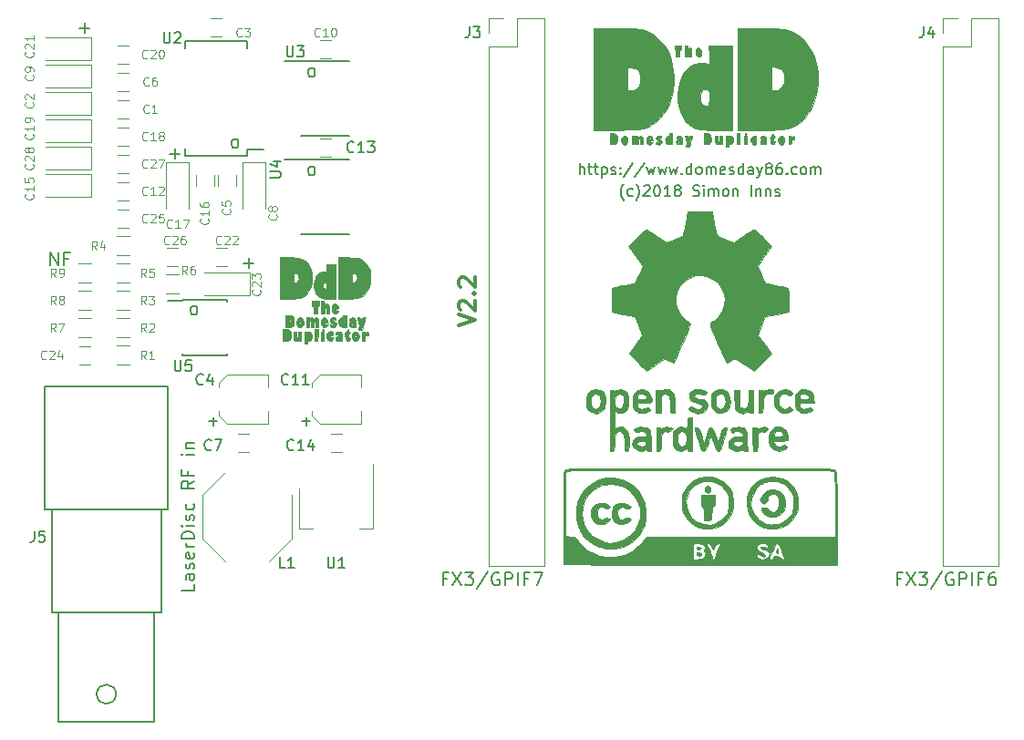
<source format=gbr>
G04 #@! TF.FileFunction,Legend,Top*
%FSLAX46Y46*%
G04 Gerber Fmt 4.6, Leading zero omitted, Abs format (unit mm)*
G04 Created by KiCad (PCBNEW 4.0.7) date 04/16/18 15:15:31*
%MOMM*%
%LPD*%
G01*
G04 APERTURE LIST*
%ADD10C,0.100000*%
%ADD11C,0.300000*%
%ADD12C,0.200000*%
%ADD13C,0.120000*%
%ADD14C,0.150000*%
%ADD15C,0.010000*%
G04 APERTURE END LIST*
D10*
D11*
X150562571Y-100329714D02*
X152062571Y-99829714D01*
X150562571Y-99329714D01*
X150705429Y-98901143D02*
X150634000Y-98829714D01*
X150562571Y-98686857D01*
X150562571Y-98329714D01*
X150634000Y-98186857D01*
X150705429Y-98115428D01*
X150848286Y-98044000D01*
X150991143Y-98044000D01*
X151205429Y-98115428D01*
X152062571Y-98972571D01*
X152062571Y-98044000D01*
X151919714Y-97401143D02*
X151991143Y-97329715D01*
X152062571Y-97401143D01*
X151991143Y-97472572D01*
X151919714Y-97401143D01*
X152062571Y-97401143D01*
X150705429Y-96758286D02*
X150634000Y-96686857D01*
X150562571Y-96544000D01*
X150562571Y-96186857D01*
X150634000Y-96044000D01*
X150705429Y-95972571D01*
X150848286Y-95901143D01*
X150991143Y-95901143D01*
X151205429Y-95972571D01*
X152062571Y-96829714D01*
X152062571Y-95901143D01*
D12*
X191662572Y-123866286D02*
X191262572Y-123866286D01*
X191262572Y-124494857D02*
X191262572Y-123294857D01*
X191834001Y-123294857D01*
X192176858Y-123294857D02*
X192976858Y-124494857D01*
X192976858Y-123294857D02*
X192176858Y-124494857D01*
X193319715Y-123294857D02*
X194062572Y-123294857D01*
X193662572Y-123752000D01*
X193834000Y-123752000D01*
X193948286Y-123809143D01*
X194005429Y-123866286D01*
X194062572Y-123980571D01*
X194062572Y-124266286D01*
X194005429Y-124380571D01*
X193948286Y-124437714D01*
X193834000Y-124494857D01*
X193491143Y-124494857D01*
X193376857Y-124437714D01*
X193319715Y-124380571D01*
X195434000Y-123237714D02*
X194405429Y-124780571D01*
X196462572Y-123352000D02*
X196348286Y-123294857D01*
X196176857Y-123294857D01*
X196005429Y-123352000D01*
X195891143Y-123466286D01*
X195834000Y-123580571D01*
X195776857Y-123809143D01*
X195776857Y-123980571D01*
X195834000Y-124209143D01*
X195891143Y-124323429D01*
X196005429Y-124437714D01*
X196176857Y-124494857D01*
X196291143Y-124494857D01*
X196462572Y-124437714D01*
X196519715Y-124380571D01*
X196519715Y-123980571D01*
X196291143Y-123980571D01*
X197034000Y-124494857D02*
X197034000Y-123294857D01*
X197491143Y-123294857D01*
X197605429Y-123352000D01*
X197662572Y-123409143D01*
X197719715Y-123523429D01*
X197719715Y-123694857D01*
X197662572Y-123809143D01*
X197605429Y-123866286D01*
X197491143Y-123923429D01*
X197034000Y-123923429D01*
X198234000Y-124494857D02*
X198234000Y-123294857D01*
X199205429Y-123866286D02*
X198805429Y-123866286D01*
X198805429Y-124494857D02*
X198805429Y-123294857D01*
X199376858Y-123294857D01*
X200348286Y-123294857D02*
X200119715Y-123294857D01*
X200005429Y-123352000D01*
X199948286Y-123409143D01*
X199834000Y-123580571D01*
X199776857Y-123809143D01*
X199776857Y-124266286D01*
X199834000Y-124380571D01*
X199891143Y-124437714D01*
X200005429Y-124494857D01*
X200234000Y-124494857D01*
X200348286Y-124437714D01*
X200405429Y-124380571D01*
X200462572Y-124266286D01*
X200462572Y-123980571D01*
X200405429Y-123866286D01*
X200348286Y-123809143D01*
X200234000Y-123752000D01*
X200005429Y-123752000D01*
X199891143Y-123809143D01*
X199834000Y-123866286D01*
X199776857Y-123980571D01*
X149498572Y-123866286D02*
X149098572Y-123866286D01*
X149098572Y-124494857D02*
X149098572Y-123294857D01*
X149670001Y-123294857D01*
X150012858Y-123294857D02*
X150812858Y-124494857D01*
X150812858Y-123294857D02*
X150012858Y-124494857D01*
X151155715Y-123294857D02*
X151898572Y-123294857D01*
X151498572Y-123752000D01*
X151670000Y-123752000D01*
X151784286Y-123809143D01*
X151841429Y-123866286D01*
X151898572Y-123980571D01*
X151898572Y-124266286D01*
X151841429Y-124380571D01*
X151784286Y-124437714D01*
X151670000Y-124494857D01*
X151327143Y-124494857D01*
X151212857Y-124437714D01*
X151155715Y-124380571D01*
X153270000Y-123237714D02*
X152241429Y-124780571D01*
X154298572Y-123352000D02*
X154184286Y-123294857D01*
X154012857Y-123294857D01*
X153841429Y-123352000D01*
X153727143Y-123466286D01*
X153670000Y-123580571D01*
X153612857Y-123809143D01*
X153612857Y-123980571D01*
X153670000Y-124209143D01*
X153727143Y-124323429D01*
X153841429Y-124437714D01*
X154012857Y-124494857D01*
X154127143Y-124494857D01*
X154298572Y-124437714D01*
X154355715Y-124380571D01*
X154355715Y-123980571D01*
X154127143Y-123980571D01*
X154870000Y-124494857D02*
X154870000Y-123294857D01*
X155327143Y-123294857D01*
X155441429Y-123352000D01*
X155498572Y-123409143D01*
X155555715Y-123523429D01*
X155555715Y-123694857D01*
X155498572Y-123809143D01*
X155441429Y-123866286D01*
X155327143Y-123923429D01*
X154870000Y-123923429D01*
X156070000Y-124494857D02*
X156070000Y-123294857D01*
X157041429Y-123866286D02*
X156641429Y-123866286D01*
X156641429Y-124494857D02*
X156641429Y-123294857D01*
X157212858Y-123294857D01*
X157555715Y-123294857D02*
X158355715Y-123294857D01*
X157841429Y-124494857D01*
X126018857Y-124395714D02*
X126018857Y-124967143D01*
X124818857Y-124967143D01*
X126018857Y-123481428D02*
X125390286Y-123481428D01*
X125276000Y-123538571D01*
X125218857Y-123652857D01*
X125218857Y-123881428D01*
X125276000Y-123995714D01*
X125961714Y-123481428D02*
X126018857Y-123595714D01*
X126018857Y-123881428D01*
X125961714Y-123995714D01*
X125847429Y-124052857D01*
X125733143Y-124052857D01*
X125618857Y-123995714D01*
X125561714Y-123881428D01*
X125561714Y-123595714D01*
X125504571Y-123481428D01*
X125961714Y-122967143D02*
X126018857Y-122852857D01*
X126018857Y-122624285D01*
X125961714Y-122510000D01*
X125847429Y-122452857D01*
X125790286Y-122452857D01*
X125676000Y-122510000D01*
X125618857Y-122624285D01*
X125618857Y-122795714D01*
X125561714Y-122910000D01*
X125447429Y-122967143D01*
X125390286Y-122967143D01*
X125276000Y-122910000D01*
X125218857Y-122795714D01*
X125218857Y-122624285D01*
X125276000Y-122510000D01*
X125961714Y-121481428D02*
X126018857Y-121595714D01*
X126018857Y-121824285D01*
X125961714Y-121938571D01*
X125847429Y-121995714D01*
X125390286Y-121995714D01*
X125276000Y-121938571D01*
X125218857Y-121824285D01*
X125218857Y-121595714D01*
X125276000Y-121481428D01*
X125390286Y-121424285D01*
X125504571Y-121424285D01*
X125618857Y-121995714D01*
X126018857Y-120910000D02*
X125218857Y-120910000D01*
X125447429Y-120910000D02*
X125333143Y-120852857D01*
X125276000Y-120795714D01*
X125218857Y-120681428D01*
X125218857Y-120567143D01*
X126018857Y-120167143D02*
X124818857Y-120167143D01*
X124818857Y-119881428D01*
X124876000Y-119710000D01*
X124990286Y-119595714D01*
X125104571Y-119538571D01*
X125333143Y-119481428D01*
X125504571Y-119481428D01*
X125733143Y-119538571D01*
X125847429Y-119595714D01*
X125961714Y-119710000D01*
X126018857Y-119881428D01*
X126018857Y-120167143D01*
X126018857Y-118967143D02*
X125218857Y-118967143D01*
X124818857Y-118967143D02*
X124876000Y-119024286D01*
X124933143Y-118967143D01*
X124876000Y-118910000D01*
X124818857Y-118967143D01*
X124933143Y-118967143D01*
X125961714Y-118452857D02*
X126018857Y-118338571D01*
X126018857Y-118109999D01*
X125961714Y-117995714D01*
X125847429Y-117938571D01*
X125790286Y-117938571D01*
X125676000Y-117995714D01*
X125618857Y-118109999D01*
X125618857Y-118281428D01*
X125561714Y-118395714D01*
X125447429Y-118452857D01*
X125390286Y-118452857D01*
X125276000Y-118395714D01*
X125218857Y-118281428D01*
X125218857Y-118109999D01*
X125276000Y-117995714D01*
X125961714Y-116909999D02*
X126018857Y-117024285D01*
X126018857Y-117252856D01*
X125961714Y-117367142D01*
X125904571Y-117424285D01*
X125790286Y-117481428D01*
X125447429Y-117481428D01*
X125333143Y-117424285D01*
X125276000Y-117367142D01*
X125218857Y-117252856D01*
X125218857Y-117024285D01*
X125276000Y-116909999D01*
X126018857Y-114795713D02*
X125447429Y-115195713D01*
X126018857Y-115481428D02*
X124818857Y-115481428D01*
X124818857Y-115024285D01*
X124876000Y-114909999D01*
X124933143Y-114852856D01*
X125047429Y-114795713D01*
X125218857Y-114795713D01*
X125333143Y-114852856D01*
X125390286Y-114909999D01*
X125447429Y-115024285D01*
X125447429Y-115481428D01*
X125390286Y-113881428D02*
X125390286Y-114281428D01*
X126018857Y-114281428D02*
X124818857Y-114281428D01*
X124818857Y-113709999D01*
X126018857Y-112338571D02*
X125218857Y-112338571D01*
X124818857Y-112338571D02*
X124876000Y-112395714D01*
X124933143Y-112338571D01*
X124876000Y-112281428D01*
X124818857Y-112338571D01*
X124933143Y-112338571D01*
X125218857Y-111767142D02*
X126018857Y-111767142D01*
X125333143Y-111767142D02*
X125276000Y-111709999D01*
X125218857Y-111595713D01*
X125218857Y-111424285D01*
X125276000Y-111309999D01*
X125390286Y-111252856D01*
X126018857Y-111252856D01*
X130606857Y-94573714D02*
X131521143Y-94573714D01*
X131064000Y-95030857D02*
X131064000Y-94116571D01*
X123748857Y-84413714D02*
X124663143Y-84413714D01*
X124206000Y-84870857D02*
X124206000Y-83956571D01*
X115366857Y-72729714D02*
X116281143Y-72729714D01*
X115824000Y-73186857D02*
X115824000Y-72272571D01*
X125898286Y-99348857D02*
X125784000Y-99291714D01*
X125726857Y-99234571D01*
X125669714Y-99120286D01*
X125669714Y-98777429D01*
X125726857Y-98663143D01*
X125784000Y-98606000D01*
X125898286Y-98548857D01*
X126069714Y-98548857D01*
X126184000Y-98606000D01*
X126241143Y-98663143D01*
X126298286Y-98777429D01*
X126298286Y-99120286D01*
X126241143Y-99234571D01*
X126184000Y-99291714D01*
X126069714Y-99348857D01*
X125898286Y-99348857D01*
X136820286Y-86394857D02*
X136706000Y-86337714D01*
X136648857Y-86280571D01*
X136591714Y-86166286D01*
X136591714Y-85823429D01*
X136648857Y-85709143D01*
X136706000Y-85652000D01*
X136820286Y-85594857D01*
X136991714Y-85594857D01*
X137106000Y-85652000D01*
X137163143Y-85709143D01*
X137220286Y-85823429D01*
X137220286Y-86166286D01*
X137163143Y-86280571D01*
X137106000Y-86337714D01*
X136991714Y-86394857D01*
X136820286Y-86394857D01*
X136820286Y-77250857D02*
X136706000Y-77193714D01*
X136648857Y-77136571D01*
X136591714Y-77022286D01*
X136591714Y-76679429D01*
X136648857Y-76565143D01*
X136706000Y-76508000D01*
X136820286Y-76450857D01*
X136991714Y-76450857D01*
X137106000Y-76508000D01*
X137163143Y-76565143D01*
X137220286Y-76679429D01*
X137220286Y-77022286D01*
X137163143Y-77136571D01*
X137106000Y-77193714D01*
X136991714Y-77250857D01*
X136820286Y-77250857D01*
X129708286Y-83854857D02*
X129594000Y-83797714D01*
X129536857Y-83740571D01*
X129479714Y-83626286D01*
X129479714Y-83283429D01*
X129536857Y-83169143D01*
X129594000Y-83112000D01*
X129708286Y-83054857D01*
X129879714Y-83054857D01*
X129994000Y-83112000D01*
X130051143Y-83169143D01*
X130108286Y-83283429D01*
X130108286Y-83626286D01*
X130051143Y-83740571D01*
X129994000Y-83797714D01*
X129879714Y-83854857D01*
X129708286Y-83854857D01*
X112680857Y-94776857D02*
X112680857Y-93576857D01*
X113366572Y-94776857D01*
X113366572Y-93576857D01*
X114338000Y-94148286D02*
X113938000Y-94148286D01*
X113938000Y-94776857D02*
X113938000Y-93576857D01*
X114509429Y-93576857D01*
X165902572Y-88717333D02*
X165854952Y-88669714D01*
X165759714Y-88526857D01*
X165712095Y-88431619D01*
X165664476Y-88288762D01*
X165616857Y-88050667D01*
X165616857Y-87860190D01*
X165664476Y-87622095D01*
X165712095Y-87479238D01*
X165759714Y-87384000D01*
X165854952Y-87241143D01*
X165902572Y-87193524D01*
X166712096Y-88288762D02*
X166616858Y-88336381D01*
X166426381Y-88336381D01*
X166331143Y-88288762D01*
X166283524Y-88241143D01*
X166235905Y-88145905D01*
X166235905Y-87860190D01*
X166283524Y-87764952D01*
X166331143Y-87717333D01*
X166426381Y-87669714D01*
X166616858Y-87669714D01*
X166712096Y-87717333D01*
X167045429Y-88717333D02*
X167093048Y-88669714D01*
X167188286Y-88526857D01*
X167235905Y-88431619D01*
X167283524Y-88288762D01*
X167331143Y-88050667D01*
X167331143Y-87860190D01*
X167283524Y-87622095D01*
X167235905Y-87479238D01*
X167188286Y-87384000D01*
X167093048Y-87241143D01*
X167045429Y-87193524D01*
X167759715Y-87431619D02*
X167807334Y-87384000D01*
X167902572Y-87336381D01*
X168140668Y-87336381D01*
X168235906Y-87384000D01*
X168283525Y-87431619D01*
X168331144Y-87526857D01*
X168331144Y-87622095D01*
X168283525Y-87764952D01*
X167712096Y-88336381D01*
X168331144Y-88336381D01*
X168950191Y-87336381D02*
X169045430Y-87336381D01*
X169140668Y-87384000D01*
X169188287Y-87431619D01*
X169235906Y-87526857D01*
X169283525Y-87717333D01*
X169283525Y-87955429D01*
X169235906Y-88145905D01*
X169188287Y-88241143D01*
X169140668Y-88288762D01*
X169045430Y-88336381D01*
X168950191Y-88336381D01*
X168854953Y-88288762D01*
X168807334Y-88241143D01*
X168759715Y-88145905D01*
X168712096Y-87955429D01*
X168712096Y-87717333D01*
X168759715Y-87526857D01*
X168807334Y-87431619D01*
X168854953Y-87384000D01*
X168950191Y-87336381D01*
X170235906Y-88336381D02*
X169664477Y-88336381D01*
X169950191Y-88336381D02*
X169950191Y-87336381D01*
X169854953Y-87479238D01*
X169759715Y-87574476D01*
X169664477Y-87622095D01*
X170807334Y-87764952D02*
X170712096Y-87717333D01*
X170664477Y-87669714D01*
X170616858Y-87574476D01*
X170616858Y-87526857D01*
X170664477Y-87431619D01*
X170712096Y-87384000D01*
X170807334Y-87336381D01*
X170997811Y-87336381D01*
X171093049Y-87384000D01*
X171140668Y-87431619D01*
X171188287Y-87526857D01*
X171188287Y-87574476D01*
X171140668Y-87669714D01*
X171093049Y-87717333D01*
X170997811Y-87764952D01*
X170807334Y-87764952D01*
X170712096Y-87812571D01*
X170664477Y-87860190D01*
X170616858Y-87955429D01*
X170616858Y-88145905D01*
X170664477Y-88241143D01*
X170712096Y-88288762D01*
X170807334Y-88336381D01*
X170997811Y-88336381D01*
X171093049Y-88288762D01*
X171140668Y-88241143D01*
X171188287Y-88145905D01*
X171188287Y-87955429D01*
X171140668Y-87860190D01*
X171093049Y-87812571D01*
X170997811Y-87764952D01*
X172331144Y-88288762D02*
X172474001Y-88336381D01*
X172712097Y-88336381D01*
X172807335Y-88288762D01*
X172854954Y-88241143D01*
X172902573Y-88145905D01*
X172902573Y-88050667D01*
X172854954Y-87955429D01*
X172807335Y-87907810D01*
X172712097Y-87860190D01*
X172521620Y-87812571D01*
X172426382Y-87764952D01*
X172378763Y-87717333D01*
X172331144Y-87622095D01*
X172331144Y-87526857D01*
X172378763Y-87431619D01*
X172426382Y-87384000D01*
X172521620Y-87336381D01*
X172759716Y-87336381D01*
X172902573Y-87384000D01*
X173331144Y-88336381D02*
X173331144Y-87669714D01*
X173331144Y-87336381D02*
X173283525Y-87384000D01*
X173331144Y-87431619D01*
X173378763Y-87384000D01*
X173331144Y-87336381D01*
X173331144Y-87431619D01*
X173807334Y-88336381D02*
X173807334Y-87669714D01*
X173807334Y-87764952D02*
X173854953Y-87717333D01*
X173950191Y-87669714D01*
X174093049Y-87669714D01*
X174188287Y-87717333D01*
X174235906Y-87812571D01*
X174235906Y-88336381D01*
X174235906Y-87812571D02*
X174283525Y-87717333D01*
X174378763Y-87669714D01*
X174521620Y-87669714D01*
X174616858Y-87717333D01*
X174664477Y-87812571D01*
X174664477Y-88336381D01*
X175283524Y-88336381D02*
X175188286Y-88288762D01*
X175140667Y-88241143D01*
X175093048Y-88145905D01*
X175093048Y-87860190D01*
X175140667Y-87764952D01*
X175188286Y-87717333D01*
X175283524Y-87669714D01*
X175426382Y-87669714D01*
X175521620Y-87717333D01*
X175569239Y-87764952D01*
X175616858Y-87860190D01*
X175616858Y-88145905D01*
X175569239Y-88241143D01*
X175521620Y-88288762D01*
X175426382Y-88336381D01*
X175283524Y-88336381D01*
X176045429Y-87669714D02*
X176045429Y-88336381D01*
X176045429Y-87764952D02*
X176093048Y-87717333D01*
X176188286Y-87669714D01*
X176331144Y-87669714D01*
X176426382Y-87717333D01*
X176474001Y-87812571D01*
X176474001Y-88336381D01*
X177712096Y-88336381D02*
X177712096Y-87336381D01*
X178188286Y-87669714D02*
X178188286Y-88336381D01*
X178188286Y-87764952D02*
X178235905Y-87717333D01*
X178331143Y-87669714D01*
X178474001Y-87669714D01*
X178569239Y-87717333D01*
X178616858Y-87812571D01*
X178616858Y-88336381D01*
X179093048Y-87669714D02*
X179093048Y-88336381D01*
X179093048Y-87764952D02*
X179140667Y-87717333D01*
X179235905Y-87669714D01*
X179378763Y-87669714D01*
X179474001Y-87717333D01*
X179521620Y-87812571D01*
X179521620Y-88336381D01*
X179950191Y-88288762D02*
X180045429Y-88336381D01*
X180235905Y-88336381D01*
X180331144Y-88288762D01*
X180378763Y-88193524D01*
X180378763Y-88145905D01*
X180331144Y-88050667D01*
X180235905Y-88003048D01*
X180093048Y-88003048D01*
X179997810Y-87955429D01*
X179950191Y-87860190D01*
X179950191Y-87812571D01*
X179997810Y-87717333D01*
X180093048Y-87669714D01*
X180235905Y-87669714D01*
X180331144Y-87717333D01*
X161807333Y-86304381D02*
X161807333Y-85304381D01*
X162235905Y-86304381D02*
X162235905Y-85780571D01*
X162188286Y-85685333D01*
X162093048Y-85637714D01*
X161950190Y-85637714D01*
X161854952Y-85685333D01*
X161807333Y-85732952D01*
X162569238Y-85637714D02*
X162950190Y-85637714D01*
X162712095Y-85304381D02*
X162712095Y-86161524D01*
X162759714Y-86256762D01*
X162854952Y-86304381D01*
X162950190Y-86304381D01*
X163140667Y-85637714D02*
X163521619Y-85637714D01*
X163283524Y-85304381D02*
X163283524Y-86161524D01*
X163331143Y-86256762D01*
X163426381Y-86304381D01*
X163521619Y-86304381D01*
X163854953Y-85637714D02*
X163854953Y-86637714D01*
X163854953Y-85685333D02*
X163950191Y-85637714D01*
X164140668Y-85637714D01*
X164235906Y-85685333D01*
X164283525Y-85732952D01*
X164331144Y-85828190D01*
X164331144Y-86113905D01*
X164283525Y-86209143D01*
X164235906Y-86256762D01*
X164140668Y-86304381D01*
X163950191Y-86304381D01*
X163854953Y-86256762D01*
X164712096Y-86256762D02*
X164807334Y-86304381D01*
X164997810Y-86304381D01*
X165093049Y-86256762D01*
X165140668Y-86161524D01*
X165140668Y-86113905D01*
X165093049Y-86018667D01*
X164997810Y-85971048D01*
X164854953Y-85971048D01*
X164759715Y-85923429D01*
X164712096Y-85828190D01*
X164712096Y-85780571D01*
X164759715Y-85685333D01*
X164854953Y-85637714D01*
X164997810Y-85637714D01*
X165093049Y-85685333D01*
X165569239Y-86209143D02*
X165616858Y-86256762D01*
X165569239Y-86304381D01*
X165521620Y-86256762D01*
X165569239Y-86209143D01*
X165569239Y-86304381D01*
X165569239Y-85685333D02*
X165616858Y-85732952D01*
X165569239Y-85780571D01*
X165521620Y-85732952D01*
X165569239Y-85685333D01*
X165569239Y-85780571D01*
X166759715Y-85256762D02*
X165902572Y-86542476D01*
X167807334Y-85256762D02*
X166950191Y-86542476D01*
X168045429Y-85637714D02*
X168235905Y-86304381D01*
X168426382Y-85828190D01*
X168616858Y-86304381D01*
X168807334Y-85637714D01*
X169093048Y-85637714D02*
X169283524Y-86304381D01*
X169474001Y-85828190D01*
X169664477Y-86304381D01*
X169854953Y-85637714D01*
X170140667Y-85637714D02*
X170331143Y-86304381D01*
X170521620Y-85828190D01*
X170712096Y-86304381D01*
X170902572Y-85637714D01*
X171283524Y-86209143D02*
X171331143Y-86256762D01*
X171283524Y-86304381D01*
X171235905Y-86256762D01*
X171283524Y-86209143D01*
X171283524Y-86304381D01*
X172188286Y-86304381D02*
X172188286Y-85304381D01*
X172188286Y-86256762D02*
X172093048Y-86304381D01*
X171902571Y-86304381D01*
X171807333Y-86256762D01*
X171759714Y-86209143D01*
X171712095Y-86113905D01*
X171712095Y-85828190D01*
X171759714Y-85732952D01*
X171807333Y-85685333D01*
X171902571Y-85637714D01*
X172093048Y-85637714D01*
X172188286Y-85685333D01*
X172807333Y-86304381D02*
X172712095Y-86256762D01*
X172664476Y-86209143D01*
X172616857Y-86113905D01*
X172616857Y-85828190D01*
X172664476Y-85732952D01*
X172712095Y-85685333D01*
X172807333Y-85637714D01*
X172950191Y-85637714D01*
X173045429Y-85685333D01*
X173093048Y-85732952D01*
X173140667Y-85828190D01*
X173140667Y-86113905D01*
X173093048Y-86209143D01*
X173045429Y-86256762D01*
X172950191Y-86304381D01*
X172807333Y-86304381D01*
X173569238Y-86304381D02*
X173569238Y-85637714D01*
X173569238Y-85732952D02*
X173616857Y-85685333D01*
X173712095Y-85637714D01*
X173854953Y-85637714D01*
X173950191Y-85685333D01*
X173997810Y-85780571D01*
X173997810Y-86304381D01*
X173997810Y-85780571D02*
X174045429Y-85685333D01*
X174140667Y-85637714D01*
X174283524Y-85637714D01*
X174378762Y-85685333D01*
X174426381Y-85780571D01*
X174426381Y-86304381D01*
X175283524Y-86256762D02*
X175188286Y-86304381D01*
X174997809Y-86304381D01*
X174902571Y-86256762D01*
X174854952Y-86161524D01*
X174854952Y-85780571D01*
X174902571Y-85685333D01*
X174997809Y-85637714D01*
X175188286Y-85637714D01*
X175283524Y-85685333D01*
X175331143Y-85780571D01*
X175331143Y-85875810D01*
X174854952Y-85971048D01*
X175712095Y-86256762D02*
X175807333Y-86304381D01*
X175997809Y-86304381D01*
X176093048Y-86256762D01*
X176140667Y-86161524D01*
X176140667Y-86113905D01*
X176093048Y-86018667D01*
X175997809Y-85971048D01*
X175854952Y-85971048D01*
X175759714Y-85923429D01*
X175712095Y-85828190D01*
X175712095Y-85780571D01*
X175759714Y-85685333D01*
X175854952Y-85637714D01*
X175997809Y-85637714D01*
X176093048Y-85685333D01*
X176997810Y-86304381D02*
X176997810Y-85304381D01*
X176997810Y-86256762D02*
X176902572Y-86304381D01*
X176712095Y-86304381D01*
X176616857Y-86256762D01*
X176569238Y-86209143D01*
X176521619Y-86113905D01*
X176521619Y-85828190D01*
X176569238Y-85732952D01*
X176616857Y-85685333D01*
X176712095Y-85637714D01*
X176902572Y-85637714D01*
X176997810Y-85685333D01*
X177902572Y-86304381D02*
X177902572Y-85780571D01*
X177854953Y-85685333D01*
X177759715Y-85637714D01*
X177569238Y-85637714D01*
X177474000Y-85685333D01*
X177902572Y-86256762D02*
X177807334Y-86304381D01*
X177569238Y-86304381D01*
X177474000Y-86256762D01*
X177426381Y-86161524D01*
X177426381Y-86066286D01*
X177474000Y-85971048D01*
X177569238Y-85923429D01*
X177807334Y-85923429D01*
X177902572Y-85875810D01*
X178283524Y-85637714D02*
X178521619Y-86304381D01*
X178759715Y-85637714D02*
X178521619Y-86304381D01*
X178426381Y-86542476D01*
X178378762Y-86590095D01*
X178283524Y-86637714D01*
X179283524Y-85732952D02*
X179188286Y-85685333D01*
X179140667Y-85637714D01*
X179093048Y-85542476D01*
X179093048Y-85494857D01*
X179140667Y-85399619D01*
X179188286Y-85352000D01*
X179283524Y-85304381D01*
X179474001Y-85304381D01*
X179569239Y-85352000D01*
X179616858Y-85399619D01*
X179664477Y-85494857D01*
X179664477Y-85542476D01*
X179616858Y-85637714D01*
X179569239Y-85685333D01*
X179474001Y-85732952D01*
X179283524Y-85732952D01*
X179188286Y-85780571D01*
X179140667Y-85828190D01*
X179093048Y-85923429D01*
X179093048Y-86113905D01*
X179140667Y-86209143D01*
X179188286Y-86256762D01*
X179283524Y-86304381D01*
X179474001Y-86304381D01*
X179569239Y-86256762D01*
X179616858Y-86209143D01*
X179664477Y-86113905D01*
X179664477Y-85923429D01*
X179616858Y-85828190D01*
X179569239Y-85780571D01*
X179474001Y-85732952D01*
X180521620Y-85304381D02*
X180331143Y-85304381D01*
X180235905Y-85352000D01*
X180188286Y-85399619D01*
X180093048Y-85542476D01*
X180045429Y-85732952D01*
X180045429Y-86113905D01*
X180093048Y-86209143D01*
X180140667Y-86256762D01*
X180235905Y-86304381D01*
X180426382Y-86304381D01*
X180521620Y-86256762D01*
X180569239Y-86209143D01*
X180616858Y-86113905D01*
X180616858Y-85875810D01*
X180569239Y-85780571D01*
X180521620Y-85732952D01*
X180426382Y-85685333D01*
X180235905Y-85685333D01*
X180140667Y-85732952D01*
X180093048Y-85780571D01*
X180045429Y-85875810D01*
X181045429Y-86209143D02*
X181093048Y-86256762D01*
X181045429Y-86304381D01*
X180997810Y-86256762D01*
X181045429Y-86209143D01*
X181045429Y-86304381D01*
X181950191Y-86256762D02*
X181854953Y-86304381D01*
X181664476Y-86304381D01*
X181569238Y-86256762D01*
X181521619Y-86209143D01*
X181474000Y-86113905D01*
X181474000Y-85828190D01*
X181521619Y-85732952D01*
X181569238Y-85685333D01*
X181664476Y-85637714D01*
X181854953Y-85637714D01*
X181950191Y-85685333D01*
X182521619Y-86304381D02*
X182426381Y-86256762D01*
X182378762Y-86209143D01*
X182331143Y-86113905D01*
X182331143Y-85828190D01*
X182378762Y-85732952D01*
X182426381Y-85685333D01*
X182521619Y-85637714D01*
X182664477Y-85637714D01*
X182759715Y-85685333D01*
X182807334Y-85732952D01*
X182854953Y-85828190D01*
X182854953Y-86113905D01*
X182807334Y-86209143D01*
X182759715Y-86256762D01*
X182664477Y-86304381D01*
X182521619Y-86304381D01*
X183283524Y-86304381D02*
X183283524Y-85637714D01*
X183283524Y-85732952D02*
X183331143Y-85685333D01*
X183426381Y-85637714D01*
X183569239Y-85637714D01*
X183664477Y-85685333D01*
X183712096Y-85780571D01*
X183712096Y-86304381D01*
X183712096Y-85780571D02*
X183759715Y-85685333D01*
X183854953Y-85637714D01*
X183997810Y-85637714D01*
X184093048Y-85685333D01*
X184140667Y-85780571D01*
X184140667Y-86304381D01*
D13*
X195520000Y-122742000D02*
X200720000Y-122742000D01*
X195520000Y-74422000D02*
X195520000Y-122742000D01*
X200720000Y-71822000D02*
X200720000Y-122742000D01*
X195520000Y-74422000D02*
X198120000Y-74422000D01*
X198120000Y-74422000D02*
X198120000Y-71822000D01*
X198120000Y-71822000D02*
X200720000Y-71822000D01*
X195520000Y-73152000D02*
X195520000Y-71822000D01*
X195520000Y-71822000D02*
X196850000Y-71822000D01*
X132846000Y-109478000D02*
X132846000Y-108308000D01*
X132846000Y-104898000D02*
X132846000Y-106068000D01*
X128266000Y-105668000D02*
X128266000Y-106068000D01*
X128266000Y-108708000D02*
X128266000Y-108308000D01*
X129036000Y-109478000D02*
X132846000Y-109478000D01*
X129036000Y-109478000D02*
X128266000Y-108708000D01*
X129036000Y-104898000D02*
X132846000Y-104898000D01*
X129036000Y-104898000D02*
X128266000Y-105668000D01*
X141482000Y-109478000D02*
X141482000Y-108308000D01*
X141482000Y-104898000D02*
X141482000Y-106068000D01*
X136902000Y-105668000D02*
X136902000Y-106068000D01*
X136902000Y-108708000D02*
X136902000Y-108308000D01*
X137672000Y-109478000D02*
X141482000Y-109478000D01*
X137672000Y-109478000D02*
X136902000Y-108708000D01*
X137672000Y-104898000D02*
X141482000Y-104898000D01*
X137672000Y-104898000D02*
X136902000Y-105668000D01*
X153356000Y-122742000D02*
X158556000Y-122742000D01*
X153356000Y-74422000D02*
X153356000Y-122742000D01*
X158556000Y-71822000D02*
X158556000Y-122742000D01*
X153356000Y-74422000D02*
X155956000Y-74422000D01*
X155956000Y-74422000D02*
X155956000Y-71822000D01*
X155956000Y-71822000D02*
X158556000Y-71822000D01*
X153356000Y-73152000D02*
X153356000Y-71822000D01*
X153356000Y-71822000D02*
X154686000Y-71822000D01*
D14*
X118754026Y-134620000D02*
G75*
G03X118754026Y-134620000I-898026J0D01*
G01*
X122301000Y-135890000D02*
X122301000Y-137160000D01*
X122301000Y-137160000D02*
X113411000Y-137160000D01*
X113411000Y-137160000D02*
X113411000Y-135890000D01*
X122301000Y-127000000D02*
X122301000Y-135890000D01*
X113411000Y-135890000D02*
X113411000Y-127000000D01*
X122936000Y-117475000D02*
X122936000Y-127000000D01*
X122936000Y-127000000D02*
X112776000Y-127000000D01*
X112776000Y-127000000D02*
X112776000Y-117475000D01*
X123571000Y-106045000D02*
X123571000Y-117475000D01*
X123571000Y-117475000D02*
X112141000Y-117475000D01*
X112141000Y-117475000D02*
X112141000Y-106045000D01*
X112141000Y-106045000D02*
X123571000Y-106045000D01*
D13*
X135087000Y-120160000D02*
X132987000Y-122260000D01*
X126787000Y-120160000D02*
X128887000Y-122260000D01*
X126787000Y-120160000D02*
X126787000Y-116060000D01*
X126787000Y-116060000D02*
X128887000Y-113960000D01*
X135087000Y-116060000D02*
X135087000Y-120160000D01*
X135782000Y-119258000D02*
X137042000Y-119258000D01*
X142602000Y-119258000D02*
X141342000Y-119258000D01*
X135782000Y-115498000D02*
X135782000Y-119258000D01*
X142602000Y-113248000D02*
X142602000Y-119258000D01*
D14*
X130891000Y-84573000D02*
X130891000Y-83998000D01*
X125141000Y-84573000D02*
X125141000Y-83923000D01*
X125141000Y-73923000D02*
X125141000Y-74573000D01*
X130891000Y-73923000D02*
X130891000Y-74573000D01*
X130891000Y-84573000D02*
X125141000Y-84573000D01*
X130891000Y-73923000D02*
X125141000Y-73923000D01*
X130891000Y-83998000D02*
X132491000Y-83998000D01*
X135951000Y-82698000D02*
X140401000Y-82698000D01*
X134426000Y-75798000D02*
X140401000Y-75798000D01*
X135951000Y-91842000D02*
X140401000Y-91842000D01*
X134426000Y-84942000D02*
X140401000Y-84942000D01*
X124925000Y-98009000D02*
X124925000Y-98059000D01*
X129075000Y-98009000D02*
X129075000Y-98154000D01*
X129075000Y-103159000D02*
X129075000Y-103014000D01*
X124925000Y-103159000D02*
X124925000Y-103014000D01*
X124925000Y-98009000D02*
X129075000Y-98009000D01*
X124925000Y-103159000D02*
X129075000Y-103159000D01*
X124925000Y-98059000D02*
X123525000Y-98059000D01*
D13*
X118880000Y-81114000D02*
X119880000Y-81114000D01*
X119880000Y-79414000D02*
X118880000Y-79414000D01*
X116442000Y-80806000D02*
X112192000Y-80806000D01*
X116442000Y-78706000D02*
X112192000Y-78706000D01*
X116442000Y-80806000D02*
X116442000Y-78706000D01*
X128516000Y-71794000D02*
X127516000Y-71794000D01*
X127516000Y-73494000D02*
X128516000Y-73494000D01*
X129882000Y-87368000D02*
X129882000Y-86368000D01*
X128182000Y-86368000D02*
X128182000Y-87368000D01*
X118880000Y-78574000D02*
X119880000Y-78574000D01*
X119880000Y-76874000D02*
X118880000Y-76874000D01*
X131056000Y-110402000D02*
X130056000Y-110402000D01*
X130056000Y-112102000D02*
X131056000Y-112102000D01*
X132622000Y-85234000D02*
X132622000Y-89484000D01*
X130522000Y-85234000D02*
X130522000Y-89484000D01*
X132622000Y-85234000D02*
X130522000Y-85234000D01*
X116442000Y-78266000D02*
X112192000Y-78266000D01*
X116442000Y-76166000D02*
X112192000Y-76166000D01*
X116442000Y-78266000D02*
X116442000Y-76166000D01*
X137676000Y-75526000D02*
X138676000Y-75526000D01*
X138676000Y-73826000D02*
X137676000Y-73826000D01*
X118880000Y-88734000D02*
X119880000Y-88734000D01*
X119880000Y-87034000D02*
X118880000Y-87034000D01*
X137676000Y-84670000D02*
X138676000Y-84670000D01*
X138676000Y-82970000D02*
X137676000Y-82970000D01*
X139692000Y-110402000D02*
X138692000Y-110402000D01*
X138692000Y-112102000D02*
X139692000Y-112102000D01*
X116442000Y-88426000D02*
X112192000Y-88426000D01*
X116442000Y-86326000D02*
X112192000Y-86326000D01*
X116442000Y-88426000D02*
X116442000Y-86326000D01*
X127850000Y-87368000D02*
X127850000Y-86368000D01*
X126150000Y-86368000D02*
X126150000Y-87368000D01*
X125510000Y-85234000D02*
X125510000Y-89484000D01*
X123410000Y-85234000D02*
X123410000Y-89484000D01*
X125510000Y-85234000D02*
X123410000Y-85234000D01*
X118880000Y-83654000D02*
X119880000Y-83654000D01*
X119880000Y-81954000D02*
X118880000Y-81954000D01*
X116442000Y-83346000D02*
X112192000Y-83346000D01*
X116442000Y-81246000D02*
X112192000Y-81246000D01*
X116442000Y-83346000D02*
X116442000Y-81246000D01*
X118880000Y-76034000D02*
X119880000Y-76034000D01*
X119880000Y-74334000D02*
X118880000Y-74334000D01*
X116442000Y-75726000D02*
X112192000Y-75726000D01*
X116442000Y-73626000D02*
X112192000Y-73626000D01*
X116442000Y-75726000D02*
X116442000Y-73626000D01*
X128024000Y-94830000D02*
X129024000Y-94830000D01*
X129024000Y-93130000D02*
X128024000Y-93130000D01*
X131174000Y-97570000D02*
X126924000Y-97570000D01*
X131174000Y-95470000D02*
X126924000Y-95470000D01*
X131174000Y-97570000D02*
X131174000Y-95470000D01*
X115324000Y-103974000D02*
X116324000Y-103974000D01*
X116324000Y-102274000D02*
X115324000Y-102274000D01*
X118880000Y-91274000D02*
X119880000Y-91274000D01*
X119880000Y-89574000D02*
X118880000Y-89574000D01*
X123452000Y-94830000D02*
X124452000Y-94830000D01*
X124452000Y-93130000D02*
X123452000Y-93130000D01*
X118880000Y-86194000D02*
X119880000Y-86194000D01*
X119880000Y-84494000D02*
X118880000Y-84494000D01*
X116442000Y-85886000D02*
X112192000Y-85886000D01*
X116442000Y-83786000D02*
X112192000Y-83786000D01*
X116442000Y-85886000D02*
X116442000Y-83786000D01*
X118780000Y-102244000D02*
X119980000Y-102244000D01*
X119980000Y-104004000D02*
X118780000Y-104004000D01*
X118780000Y-99704000D02*
X119980000Y-99704000D01*
X119980000Y-101464000D02*
X118780000Y-101464000D01*
X119980000Y-98924000D02*
X118780000Y-98924000D01*
X118780000Y-97164000D02*
X119980000Y-97164000D01*
X118780000Y-92084000D02*
X119980000Y-92084000D01*
X119980000Y-93844000D02*
X118780000Y-93844000D01*
X119980000Y-96384000D02*
X118780000Y-96384000D01*
X118780000Y-94624000D02*
X119980000Y-94624000D01*
X123352000Y-95640000D02*
X124552000Y-95640000D01*
X124552000Y-97400000D02*
X123352000Y-97400000D01*
X116424000Y-101464000D02*
X115224000Y-101464000D01*
X115224000Y-99704000D02*
X116424000Y-99704000D01*
X115224000Y-97164000D02*
X116424000Y-97164000D01*
X116424000Y-98924000D02*
X115224000Y-98924000D01*
D15*
G36*
X171809781Y-82739393D02*
X171871392Y-82815127D01*
X171880321Y-82835750D01*
X171927547Y-82952167D01*
X171955020Y-82846333D01*
X171999183Y-82765312D01*
X172092418Y-82730358D01*
X172118413Y-82727234D01*
X172211176Y-82722558D01*
X172253997Y-82729029D01*
X172254333Y-82730134D01*
X172249707Y-82753273D01*
X172233991Y-82812478D01*
X172204430Y-82917445D01*
X172158270Y-83077866D01*
X172092753Y-83303437D01*
X172037802Y-83491917D01*
X171992492Y-83640996D01*
X171956062Y-83726389D01*
X171914200Y-83765837D01*
X171852590Y-83777078D01*
X171807234Y-83777667D01*
X171710001Y-83772281D01*
X171676671Y-83742635D01*
X171686576Y-83668494D01*
X171688322Y-83661250D01*
X171720472Y-83542690D01*
X171745734Y-83463303D01*
X171747877Y-83382698D01*
X171725010Y-83246517D01*
X171681283Y-83078670D01*
X171675945Y-83061136D01*
X171629665Y-82909913D01*
X171594965Y-82794173D01*
X171577839Y-82733989D01*
X171577005Y-82729917D01*
X171613897Y-82722502D01*
X171702864Y-82719335D01*
X171705047Y-82719333D01*
X171809781Y-82739393D01*
X171809781Y-82739393D01*
G37*
X171809781Y-82739393D02*
X171871392Y-82815127D01*
X171880321Y-82835750D01*
X171927547Y-82952167D01*
X171955020Y-82846333D01*
X171999183Y-82765312D01*
X172092418Y-82730358D01*
X172118413Y-82727234D01*
X172211176Y-82722558D01*
X172253997Y-82729029D01*
X172254333Y-82730134D01*
X172249707Y-82753273D01*
X172233991Y-82812478D01*
X172204430Y-82917445D01*
X172158270Y-83077866D01*
X172092753Y-83303437D01*
X172037802Y-83491917D01*
X171992492Y-83640996D01*
X171956062Y-83726389D01*
X171914200Y-83765837D01*
X171852590Y-83777078D01*
X171807234Y-83777667D01*
X171710001Y-83772281D01*
X171676671Y-83742635D01*
X171686576Y-83668494D01*
X171688322Y-83661250D01*
X171720472Y-83542690D01*
X171745734Y-83463303D01*
X171747877Y-83382698D01*
X171725010Y-83246517D01*
X171681283Y-83078670D01*
X171675945Y-83061136D01*
X171629665Y-82909913D01*
X171594965Y-82794173D01*
X171577839Y-82733989D01*
X171577005Y-82729917D01*
X171613897Y-82722502D01*
X171702864Y-82719335D01*
X171705047Y-82719333D01*
X171809781Y-82739393D01*
G36*
X175639848Y-82727703D02*
X175829746Y-82744569D01*
X175951311Y-82797254D01*
X176017702Y-82898606D01*
X176042078Y-83061471D01*
X176043166Y-83121500D01*
X176018571Y-83319821D01*
X175946429Y-83453143D01*
X175829208Y-83517826D01*
X175770353Y-83523667D01*
X175688817Y-83537610D01*
X175661673Y-83596971D01*
X175660497Y-83640083D01*
X175649648Y-83722182D01*
X175596910Y-83758670D01*
X175524583Y-83769765D01*
X175387000Y-83783031D01*
X175387000Y-83126814D01*
X175668365Y-83126814D01*
X175676383Y-83204119D01*
X175707064Y-83261889D01*
X175726074Y-83269667D01*
X175767097Y-83235816D01*
X175786025Y-83199088D01*
X175788648Y-83120795D01*
X175748154Y-83070364D01*
X175690996Y-83074431D01*
X175668365Y-83126814D01*
X175387000Y-83126814D01*
X175387000Y-82724118D01*
X175639848Y-82727703D01*
X175639848Y-82727703D01*
G37*
X175639848Y-82727703D02*
X175829746Y-82744569D01*
X175951311Y-82797254D01*
X176017702Y-82898606D01*
X176042078Y-83061471D01*
X176043166Y-83121500D01*
X176018571Y-83319821D01*
X175946429Y-83453143D01*
X175829208Y-83517826D01*
X175770353Y-83523667D01*
X175688817Y-83537610D01*
X175661673Y-83596971D01*
X175660497Y-83640083D01*
X175649648Y-83722182D01*
X175596910Y-83758670D01*
X175524583Y-83769765D01*
X175387000Y-83783031D01*
X175387000Y-83126814D01*
X175668365Y-83126814D01*
X175676383Y-83204119D01*
X175707064Y-83261889D01*
X175726074Y-83269667D01*
X175767097Y-83235816D01*
X175786025Y-83199088D01*
X175788648Y-83120795D01*
X175748154Y-83070364D01*
X175690996Y-83074431D01*
X175668365Y-83126814D01*
X175387000Y-83126814D01*
X175387000Y-82724118D01*
X175639848Y-82727703D01*
G36*
X166082467Y-82751232D02*
X166180608Y-82845685D01*
X166232603Y-83007258D01*
X166243000Y-83162974D01*
X166229189Y-83311744D01*
X166178994Y-83416937D01*
X166139090Y-83462091D01*
X166031393Y-83545745D01*
X165934018Y-83555232D01*
X165822817Y-83491064D01*
X165796696Y-83469353D01*
X165707425Y-83350035D01*
X165664982Y-83201676D01*
X165665295Y-83121500D01*
X165904333Y-83121500D01*
X165920533Y-83203922D01*
X165957250Y-83216750D01*
X166002133Y-83165160D01*
X166010166Y-83121500D01*
X165985192Y-83047346D01*
X165957250Y-83026250D01*
X165916083Y-83047088D01*
X165904333Y-83121500D01*
X165665295Y-83121500D01*
X165665596Y-83044641D01*
X165705496Y-82899296D01*
X165780911Y-82786006D01*
X165888069Y-82725137D01*
X165935461Y-82719981D01*
X166082467Y-82751232D01*
X166082467Y-82751232D01*
G37*
X166082467Y-82751232D02*
X166180608Y-82845685D01*
X166232603Y-83007258D01*
X166243000Y-83162974D01*
X166229189Y-83311744D01*
X166178994Y-83416937D01*
X166139090Y-83462091D01*
X166031393Y-83545745D01*
X165934018Y-83555232D01*
X165822817Y-83491064D01*
X165796696Y-83469353D01*
X165707425Y-83350035D01*
X165664982Y-83201676D01*
X165665295Y-83121500D01*
X165904333Y-83121500D01*
X165920533Y-83203922D01*
X165957250Y-83216750D01*
X166002133Y-83165160D01*
X166010166Y-83121500D01*
X165985192Y-83047346D01*
X165957250Y-83026250D01*
X165916083Y-83047088D01*
X165904333Y-83121500D01*
X165665295Y-83121500D01*
X165665596Y-83044641D01*
X165705496Y-82899296D01*
X165780911Y-82786006D01*
X165888069Y-82725137D01*
X165935461Y-82719981D01*
X166082467Y-82751232D01*
G36*
X168407400Y-82757966D02*
X168504707Y-82867945D01*
X168557515Y-83031583D01*
X168569587Y-83132277D01*
X168546828Y-83175115D01*
X168467896Y-83184840D01*
X168425177Y-83185000D01*
X168315787Y-83196166D01*
X168284324Y-83230649D01*
X168286084Y-83237917D01*
X168336644Y-83274649D01*
X168433800Y-83290413D01*
X168437779Y-83290424D01*
X168538632Y-83310516D01*
X168569310Y-83362883D01*
X168531108Y-83434411D01*
X168425320Y-83511984D01*
X168415366Y-83517329D01*
X168317818Y-83558143D01*
X168240571Y-83550977D01*
X168149170Y-83489622D01*
X168118610Y-83463832D01*
X168047754Y-83391080D01*
X168012190Y-83310131D01*
X168000442Y-83188697D01*
X167999833Y-83129610D01*
X168016043Y-82992264D01*
X168282479Y-82992264D01*
X168302932Y-83048747D01*
X168338500Y-83058000D01*
X168391877Y-83027567D01*
X168393940Y-82983917D01*
X168358657Y-82924277D01*
X168310156Y-82934575D01*
X168282479Y-82992264D01*
X168016043Y-82992264D01*
X168023811Y-82926448D01*
X168094984Y-82791240D01*
X168212212Y-82725686D01*
X168275000Y-82719333D01*
X168407400Y-82757966D01*
X168407400Y-82757966D01*
G37*
X168407400Y-82757966D02*
X168504707Y-82867945D01*
X168557515Y-83031583D01*
X168569587Y-83132277D01*
X168546828Y-83175115D01*
X168467896Y-83184840D01*
X168425177Y-83185000D01*
X168315787Y-83196166D01*
X168284324Y-83230649D01*
X168286084Y-83237917D01*
X168336644Y-83274649D01*
X168433800Y-83290413D01*
X168437779Y-83290424D01*
X168538632Y-83310516D01*
X168569310Y-83362883D01*
X168531108Y-83434411D01*
X168425320Y-83511984D01*
X168415366Y-83517329D01*
X168317818Y-83558143D01*
X168240571Y-83550977D01*
X168149170Y-83489622D01*
X168118610Y-83463832D01*
X168047754Y-83391080D01*
X168012190Y-83310131D01*
X168000442Y-83188697D01*
X167999833Y-83129610D01*
X168016043Y-82992264D01*
X168282479Y-82992264D01*
X168302932Y-83048747D01*
X168338500Y-83058000D01*
X168391877Y-83027567D01*
X168393940Y-82983917D01*
X168358657Y-82924277D01*
X168310156Y-82934575D01*
X168282479Y-82992264D01*
X168016043Y-82992264D01*
X168023811Y-82926448D01*
X168094984Y-82791240D01*
X168212212Y-82725686D01*
X168275000Y-82719333D01*
X168407400Y-82757966D01*
G36*
X169178552Y-82727676D02*
X169293159Y-82743688D01*
X169344571Y-82777238D01*
X169354500Y-82825167D01*
X169333139Y-82888805D01*
X169259250Y-82896589D01*
X169180582Y-82907943D01*
X169164000Y-82949506D01*
X169186054Y-83007528D01*
X169206333Y-83015667D01*
X169281492Y-83050540D01*
X169357610Y-83133762D01*
X169409248Y-83233235D01*
X169418000Y-83282742D01*
X169382602Y-83418877D01*
X169287574Y-83509504D01*
X169149665Y-83545647D01*
X168985621Y-83518335D01*
X168981267Y-83516738D01*
X168894363Y-83463459D01*
X168886017Y-83409905D01*
X168907896Y-83326828D01*
X168910000Y-83303354D01*
X168934443Y-83287257D01*
X168972960Y-83311552D01*
X169057668Y-83343679D01*
X169103104Y-83338025D01*
X169132288Y-83311535D01*
X169109567Y-83262941D01*
X169027751Y-83177847D01*
X169018977Y-83169540D01*
X168913726Y-83056756D01*
X168874146Y-82966858D01*
X168894829Y-82876729D01*
X168935136Y-82811179D01*
X168997974Y-82747794D01*
X169086032Y-82725352D01*
X169178552Y-82727676D01*
X169178552Y-82727676D01*
G37*
X169178552Y-82727676D02*
X169293159Y-82743688D01*
X169344571Y-82777238D01*
X169354500Y-82825167D01*
X169333139Y-82888805D01*
X169259250Y-82896589D01*
X169180582Y-82907943D01*
X169164000Y-82949506D01*
X169186054Y-83007528D01*
X169206333Y-83015667D01*
X169281492Y-83050540D01*
X169357610Y-83133762D01*
X169409248Y-83233235D01*
X169418000Y-83282742D01*
X169382602Y-83418877D01*
X169287574Y-83509504D01*
X169149665Y-83545647D01*
X168985621Y-83518335D01*
X168981267Y-83516738D01*
X168894363Y-83463459D01*
X168886017Y-83409905D01*
X168907896Y-83326828D01*
X168910000Y-83303354D01*
X168934443Y-83287257D01*
X168972960Y-83311552D01*
X169057668Y-83343679D01*
X169103104Y-83338025D01*
X169132288Y-83311535D01*
X169109567Y-83262941D01*
X169027751Y-83177847D01*
X169018977Y-83169540D01*
X168913726Y-83056756D01*
X168874146Y-82966858D01*
X168894829Y-82876729D01*
X168935136Y-82811179D01*
X168997974Y-82747794D01*
X169086032Y-82725352D01*
X169178552Y-82727676D01*
G36*
X178104418Y-82741646D02*
X178150143Y-82778647D01*
X178168294Y-82864295D01*
X178172831Y-82920014D01*
X178175871Y-83031741D01*
X178159257Y-83077068D01*
X178119914Y-83074235D01*
X178023129Y-83066128D01*
X177985732Y-83075138D01*
X177946902Y-83115915D01*
X177966469Y-83166008D01*
X178024293Y-83203109D01*
X178100231Y-83204909D01*
X178102310Y-83204270D01*
X178153110Y-83199832D01*
X178175865Y-83242470D01*
X178181000Y-83346951D01*
X178155549Y-83487098D01*
X178086017Y-83559927D01*
X177982636Y-83563070D01*
X177855637Y-83494161D01*
X177791544Y-83437057D01*
X177713850Y-83349530D01*
X177679956Y-83269003D01*
X177677727Y-83157641D01*
X177682794Y-83097961D01*
X177723351Y-82903625D01*
X177802847Y-82782117D01*
X177924931Y-82729303D01*
X178009502Y-82727863D01*
X178104418Y-82741646D01*
X178104418Y-82741646D01*
G37*
X178104418Y-82741646D02*
X178150143Y-82778647D01*
X178168294Y-82864295D01*
X178172831Y-82920014D01*
X178175871Y-83031741D01*
X178159257Y-83077068D01*
X178119914Y-83074235D01*
X178023129Y-83066128D01*
X177985732Y-83075138D01*
X177946902Y-83115915D01*
X177966469Y-83166008D01*
X178024293Y-83203109D01*
X178100231Y-83204909D01*
X178102310Y-83204270D01*
X178153110Y-83199832D01*
X178175865Y-83242470D01*
X178181000Y-83346951D01*
X178155549Y-83487098D01*
X178086017Y-83559927D01*
X177982636Y-83563070D01*
X177855637Y-83494161D01*
X177791544Y-83437057D01*
X177713850Y-83349530D01*
X177679956Y-83269003D01*
X177677727Y-83157641D01*
X177682794Y-83097961D01*
X177723351Y-82903625D01*
X177802847Y-82782117D01*
X177924931Y-82729303D01*
X178009502Y-82727863D01*
X178104418Y-82741646D01*
G36*
X180705641Y-82789534D02*
X180721000Y-82804000D01*
X180786852Y-82921926D01*
X180812563Y-83081929D01*
X180799065Y-83252050D01*
X180747294Y-83400330D01*
X180701757Y-83462091D01*
X180594806Y-83545948D01*
X180498671Y-83555783D01*
X180386185Y-83493241D01*
X180371726Y-83482076D01*
X180275801Y-83356912D01*
X180230531Y-83187454D01*
X180233625Y-83136798D01*
X180474021Y-83136798D01*
X180478712Y-83210758D01*
X180516354Y-83217937D01*
X180565730Y-83165071D01*
X180572833Y-83128555D01*
X180552998Y-83058979D01*
X180511988Y-83056194D01*
X180477546Y-83117885D01*
X180474021Y-83136798D01*
X180233625Y-83136798D01*
X180241900Y-83001336D01*
X180256310Y-82949205D01*
X180335703Y-82809191D01*
X180449534Y-82732008D01*
X180579087Y-82723506D01*
X180705641Y-82789534D01*
X180705641Y-82789534D01*
G37*
X180705641Y-82789534D02*
X180721000Y-82804000D01*
X180786852Y-82921926D01*
X180812563Y-83081929D01*
X180799065Y-83252050D01*
X180747294Y-83400330D01*
X180701757Y-83462091D01*
X180594806Y-83545948D01*
X180498671Y-83555783D01*
X180386185Y-83493241D01*
X180371726Y-83482076D01*
X180275801Y-83356912D01*
X180230531Y-83187454D01*
X180233625Y-83136798D01*
X180474021Y-83136798D01*
X180478712Y-83210758D01*
X180516354Y-83217937D01*
X180565730Y-83165071D01*
X180572833Y-83128555D01*
X180552998Y-83058979D01*
X180511988Y-83056194D01*
X180477546Y-83117885D01*
X180474021Y-83136798D01*
X180233625Y-83136798D01*
X180241900Y-83001336D01*
X180256310Y-82949205D01*
X180335703Y-82809191D01*
X180449534Y-82732008D01*
X180579087Y-82723506D01*
X180705641Y-82789534D01*
G36*
X164988604Y-82512082D02*
X165080998Y-82532696D01*
X165149953Y-82580563D01*
X165202070Y-82637915D01*
X165271230Y-82739644D01*
X165303979Y-82853102D01*
X165311666Y-82999850D01*
X165292569Y-83201900D01*
X165240001Y-83365630D01*
X165161046Y-83472720D01*
X165119270Y-83497370D01*
X165039531Y-83512300D01*
X164910192Y-83521828D01*
X164821370Y-83523667D01*
X164592000Y-83523667D01*
X164592000Y-83015667D01*
X164888333Y-83015667D01*
X164902311Y-83112706D01*
X164941250Y-83132083D01*
X164982571Y-83081058D01*
X164994166Y-83015667D01*
X164974210Y-82931880D01*
X164941250Y-82899250D01*
X164901105Y-82921279D01*
X164888333Y-83015667D01*
X164592000Y-83015667D01*
X164592000Y-82507667D01*
X164842236Y-82507667D01*
X164988604Y-82512082D01*
X164988604Y-82512082D01*
G37*
X164988604Y-82512082D02*
X165080998Y-82532696D01*
X165149953Y-82580563D01*
X165202070Y-82637915D01*
X165271230Y-82739644D01*
X165303979Y-82853102D01*
X165311666Y-82999850D01*
X165292569Y-83201900D01*
X165240001Y-83365630D01*
X165161046Y-83472720D01*
X165119270Y-83497370D01*
X165039531Y-83512300D01*
X164910192Y-83521828D01*
X164821370Y-83523667D01*
X164592000Y-83523667D01*
X164592000Y-83015667D01*
X164888333Y-83015667D01*
X164902311Y-83112706D01*
X164941250Y-83132083D01*
X164982571Y-83081058D01*
X164994166Y-83015667D01*
X164974210Y-82931880D01*
X164941250Y-82899250D01*
X164901105Y-82921279D01*
X164888333Y-83015667D01*
X164592000Y-83015667D01*
X164592000Y-82507667D01*
X164842236Y-82507667D01*
X164988604Y-82512082D01*
G36*
X166840787Y-82734082D02*
X166877998Y-82769923D01*
X166878000Y-82770133D01*
X166890495Y-82799585D01*
X166928800Y-82770133D01*
X167028852Y-82722509D01*
X167140761Y-82746706D01*
X167192476Y-82785857D01*
X167250999Y-82830243D01*
X167301785Y-82808516D01*
X167325523Y-82785857D01*
X167427022Y-82724654D01*
X167527538Y-82747949D01*
X167573476Y-82785857D01*
X167610644Y-82850581D01*
X167631848Y-82963481D01*
X167639771Y-83140791D01*
X167640000Y-83188024D01*
X167640000Y-83523667D01*
X167386000Y-83523667D01*
X167386000Y-83248500D01*
X167381760Y-83094155D01*
X167366612Y-83008369D01*
X167336911Y-82975348D01*
X167322500Y-82973333D01*
X167286881Y-82991703D01*
X167267085Y-83057344D01*
X167259464Y-83186051D01*
X167259000Y-83248500D01*
X167259000Y-83523667D01*
X167005000Y-83523667D01*
X167005000Y-83248500D01*
X167000760Y-83094155D01*
X166985612Y-83008369D01*
X166955911Y-82975348D01*
X166941500Y-82973333D01*
X166905881Y-82991703D01*
X166886085Y-83057344D01*
X166878464Y-83186051D01*
X166878000Y-83248500D01*
X166878000Y-83523667D01*
X166624000Y-83523667D01*
X166624000Y-82719333D01*
X166751000Y-82719333D01*
X166840787Y-82734082D01*
X166840787Y-82734082D01*
G37*
X166840787Y-82734082D02*
X166877998Y-82769923D01*
X166878000Y-82770133D01*
X166890495Y-82799585D01*
X166928800Y-82770133D01*
X167028852Y-82722509D01*
X167140761Y-82746706D01*
X167192476Y-82785857D01*
X167250999Y-82830243D01*
X167301785Y-82808516D01*
X167325523Y-82785857D01*
X167427022Y-82724654D01*
X167527538Y-82747949D01*
X167573476Y-82785857D01*
X167610644Y-82850581D01*
X167631848Y-82963481D01*
X167639771Y-83140791D01*
X167640000Y-83188024D01*
X167640000Y-83523667D01*
X167386000Y-83523667D01*
X167386000Y-83248500D01*
X167381760Y-83094155D01*
X167366612Y-83008369D01*
X167336911Y-82975348D01*
X167322500Y-82973333D01*
X167286881Y-82991703D01*
X167267085Y-83057344D01*
X167259464Y-83186051D01*
X167259000Y-83248500D01*
X167259000Y-83523667D01*
X167005000Y-83523667D01*
X167005000Y-83248500D01*
X167000760Y-83094155D01*
X166985612Y-83008369D01*
X166955911Y-82975348D01*
X166941500Y-82973333D01*
X166905881Y-82991703D01*
X166886085Y-83057344D01*
X166878464Y-83186051D01*
X166878000Y-83248500D01*
X166878000Y-83523667D01*
X166624000Y-83523667D01*
X166624000Y-82719333D01*
X166751000Y-82719333D01*
X166840787Y-82734082D01*
G36*
X170391666Y-83523667D02*
X170169416Y-83522379D01*
X170027731Y-83513804D01*
X169913164Y-83493365D01*
X169874337Y-83478644D01*
X169800826Y-83393092D01*
X169754011Y-83254800D01*
X169748177Y-83185266D01*
X170020012Y-83185266D01*
X170027005Y-83208850D01*
X170067959Y-83252256D01*
X170112675Y-83229981D01*
X170137206Y-83156347D01*
X170137666Y-83142667D01*
X170117496Y-83062568D01*
X170095034Y-83036648D01*
X170049526Y-83043085D01*
X170020424Y-83102990D01*
X170020012Y-83185266D01*
X169748177Y-83185266D01*
X169740456Y-83093268D01*
X169759377Y-82961913D01*
X169832324Y-82812517D01*
X169950799Y-82733821D01*
X170055152Y-82719333D01*
X170121271Y-82704329D01*
X170132088Y-82643093D01*
X170127305Y-82613500D01*
X170122599Y-82541688D01*
X170161061Y-82512720D01*
X170249370Y-82507667D01*
X170391666Y-82507667D01*
X170391666Y-83523667D01*
X170391666Y-83523667D01*
G37*
X170391666Y-83523667D02*
X170169416Y-83522379D01*
X170027731Y-83513804D01*
X169913164Y-83493365D01*
X169874337Y-83478644D01*
X169800826Y-83393092D01*
X169754011Y-83254800D01*
X169748177Y-83185266D01*
X170020012Y-83185266D01*
X170027005Y-83208850D01*
X170067959Y-83252256D01*
X170112675Y-83229981D01*
X170137206Y-83156347D01*
X170137666Y-83142667D01*
X170117496Y-83062568D01*
X170095034Y-83036648D01*
X170049526Y-83043085D01*
X170020424Y-83102990D01*
X170020012Y-83185266D01*
X169748177Y-83185266D01*
X169740456Y-83093268D01*
X169759377Y-82961913D01*
X169832324Y-82812517D01*
X169950799Y-82733821D01*
X170055152Y-82719333D01*
X170121271Y-82704329D01*
X170132088Y-82643093D01*
X170127305Y-82613500D01*
X170122599Y-82541688D01*
X170161061Y-82512720D01*
X170249370Y-82507667D01*
X170391666Y-82507667D01*
X170391666Y-83523667D01*
G36*
X171163548Y-82750100D02*
X171255961Y-82823245D01*
X171282163Y-82871438D01*
X171303941Y-82970823D01*
X171318756Y-83118991D01*
X171323000Y-83250281D01*
X171323000Y-83521717D01*
X171065999Y-83518099D01*
X170919692Y-83512204D01*
X170834460Y-83494376D01*
X170786803Y-83456599D01*
X170763661Y-83414975D01*
X170751845Y-83309793D01*
X170921038Y-83309793D01*
X170950792Y-83374263D01*
X170988862Y-83396667D01*
X171019590Y-83361170D01*
X171026666Y-83312000D01*
X171005537Y-83238510D01*
X170953878Y-83234553D01*
X170930805Y-83252639D01*
X170921038Y-83309793D01*
X170751845Y-83309793D01*
X170751113Y-83303281D01*
X170795180Y-83193986D01*
X170878066Y-83117714D01*
X170946503Y-83100333D01*
X171010082Y-83080064D01*
X171014987Y-83047417D01*
X170963885Y-83011124D01*
X170881865Y-83002825D01*
X170800098Y-82998107D01*
X170777087Y-82950105D01*
X170780656Y-82897771D01*
X170827748Y-82797473D01*
X170924132Y-82738542D01*
X171044502Y-82722309D01*
X171163548Y-82750100D01*
X171163548Y-82750100D01*
G37*
X171163548Y-82750100D02*
X171255961Y-82823245D01*
X171282163Y-82871438D01*
X171303941Y-82970823D01*
X171318756Y-83118991D01*
X171323000Y-83250281D01*
X171323000Y-83521717D01*
X171065999Y-83518099D01*
X170919692Y-83512204D01*
X170834460Y-83494376D01*
X170786803Y-83456599D01*
X170763661Y-83414975D01*
X170751845Y-83309793D01*
X170921038Y-83309793D01*
X170950792Y-83374263D01*
X170988862Y-83396667D01*
X171019590Y-83361170D01*
X171026666Y-83312000D01*
X171005537Y-83238510D01*
X170953878Y-83234553D01*
X170930805Y-83252639D01*
X170921038Y-83309793D01*
X170751845Y-83309793D01*
X170751113Y-83303281D01*
X170795180Y-83193986D01*
X170878066Y-83117714D01*
X170946503Y-83100333D01*
X171010082Y-83080064D01*
X171014987Y-83047417D01*
X170963885Y-83011124D01*
X170881865Y-83002825D01*
X170800098Y-82998107D01*
X170777087Y-82950105D01*
X170780656Y-82897771D01*
X170827748Y-82797473D01*
X170924132Y-82738542D01*
X171044502Y-82722309D01*
X171163548Y-82750100D01*
G36*
X173718101Y-82522137D02*
X173847840Y-82572399D01*
X173935820Y-82668732D01*
X173972417Y-82742548D01*
X174027984Y-82966436D01*
X174011998Y-83183918D01*
X173935614Y-83358656D01*
X173875479Y-83438593D01*
X173813169Y-83483313D01*
X173720955Y-83504872D01*
X173575781Y-83515103D01*
X173312666Y-83527707D01*
X173312666Y-83015667D01*
X173609000Y-83015667D01*
X173622977Y-83112706D01*
X173661916Y-83132083D01*
X173703238Y-83081058D01*
X173714833Y-83015667D01*
X173694877Y-82931880D01*
X173661916Y-82899250D01*
X173621772Y-82921279D01*
X173609000Y-83015667D01*
X173312666Y-83015667D01*
X173312666Y-82507667D01*
X173527116Y-82507667D01*
X173718101Y-82522137D01*
X173718101Y-82522137D01*
G37*
X173718101Y-82522137D02*
X173847840Y-82572399D01*
X173935820Y-82668732D01*
X173972417Y-82742548D01*
X174027984Y-82966436D01*
X174011998Y-83183918D01*
X173935614Y-83358656D01*
X173875479Y-83438593D01*
X173813169Y-83483313D01*
X173720955Y-83504872D01*
X173575781Y-83515103D01*
X173312666Y-83527707D01*
X173312666Y-83015667D01*
X173609000Y-83015667D01*
X173622977Y-83112706D01*
X173661916Y-83132083D01*
X173703238Y-83081058D01*
X173714833Y-83015667D01*
X173694877Y-82931880D01*
X173661916Y-82899250D01*
X173621772Y-82921279D01*
X173609000Y-83015667D01*
X173312666Y-83015667D01*
X173312666Y-82507667D01*
X173527116Y-82507667D01*
X173718101Y-82522137D01*
G36*
X174625000Y-82994500D02*
X174629239Y-83148845D01*
X174644387Y-83234631D01*
X174674088Y-83267652D01*
X174688500Y-83269667D01*
X174724118Y-83251296D01*
X174743914Y-83185655D01*
X174751535Y-83056949D01*
X174752000Y-82994500D01*
X174752000Y-82719333D01*
X175000190Y-82719333D01*
X175013678Y-83121595D01*
X175027166Y-83523856D01*
X174887084Y-83523761D01*
X174796520Y-83513000D01*
X174771296Y-83485071D01*
X174773166Y-83481333D01*
X174771231Y-83442261D01*
X174756996Y-83439000D01*
X174697151Y-83469893D01*
X174688500Y-83481333D01*
X174621713Y-83520672D01*
X174525779Y-83516058D01*
X174440131Y-83473191D01*
X174414822Y-83441783D01*
X174393408Y-83360657D01*
X174377798Y-83223131D01*
X174371066Y-83057431D01*
X174371000Y-83039616D01*
X174371000Y-82719333D01*
X174625000Y-82719333D01*
X174625000Y-82994500D01*
X174625000Y-82994500D01*
G37*
X174625000Y-82994500D02*
X174629239Y-83148845D01*
X174644387Y-83234631D01*
X174674088Y-83267652D01*
X174688500Y-83269667D01*
X174724118Y-83251296D01*
X174743914Y-83185655D01*
X174751535Y-83056949D01*
X174752000Y-82994500D01*
X174752000Y-82719333D01*
X175000190Y-82719333D01*
X175013678Y-83121595D01*
X175027166Y-83523856D01*
X174887084Y-83523761D01*
X174796520Y-83513000D01*
X174771296Y-83485071D01*
X174773166Y-83481333D01*
X174771231Y-83442261D01*
X174756996Y-83439000D01*
X174697151Y-83469893D01*
X174688500Y-83481333D01*
X174621713Y-83520672D01*
X174525779Y-83516058D01*
X174440131Y-83473191D01*
X174414822Y-83441783D01*
X174393408Y-83360657D01*
X174377798Y-83223131D01*
X174371066Y-83057431D01*
X174371000Y-83039616D01*
X174371000Y-82719333D01*
X174625000Y-82719333D01*
X174625000Y-82994500D01*
G36*
X176678166Y-83523667D02*
X176403000Y-83523667D01*
X176403000Y-82507667D01*
X176678166Y-82507667D01*
X176678166Y-83523667D01*
X176678166Y-83523667D01*
G37*
X176678166Y-83523667D02*
X176403000Y-83523667D01*
X176403000Y-82507667D01*
X176678166Y-82507667D01*
X176678166Y-83523667D01*
G36*
X177334333Y-83523667D02*
X177038000Y-83523667D01*
X177038000Y-82761667D01*
X177334333Y-82761667D01*
X177334333Y-83523667D01*
X177334333Y-83523667D01*
G37*
X177334333Y-83523667D02*
X177038000Y-83523667D01*
X177038000Y-82761667D01*
X177334333Y-82761667D01*
X177334333Y-83523667D01*
G36*
X178933603Y-82742731D02*
X179027666Y-82804000D01*
X179073283Y-82865250D01*
X179099331Y-82950194D01*
X179110624Y-83081643D01*
X179112333Y-83205192D01*
X179112333Y-83521717D01*
X178860874Y-83518177D01*
X178722708Y-83512585D01*
X178621873Y-83501711D01*
X178585707Y-83490930D01*
X178563900Y-83423410D01*
X178564251Y-83316146D01*
X178565003Y-83312000D01*
X178731333Y-83312000D01*
X178750839Y-83379143D01*
X178784250Y-83386083D01*
X178833409Y-83334088D01*
X178837166Y-83312000D01*
X178803783Y-83248436D01*
X178784250Y-83237917D01*
X178741762Y-83257564D01*
X178731333Y-83312000D01*
X178565003Y-83312000D01*
X178583490Y-83210152D01*
X178612800Y-83151133D01*
X178697040Y-83107069D01*
X178743327Y-83100333D01*
X178801179Y-83078282D01*
X178804321Y-83047417D01*
X178753142Y-83010722D01*
X178673793Y-83002470D01*
X178590840Y-82994520D01*
X178563258Y-82939569D01*
X178562000Y-82908709D01*
X178597492Y-82808386D01*
X178687614Y-82743604D01*
X178807830Y-82719880D01*
X178933603Y-82742731D01*
X178933603Y-82742731D01*
G37*
X178933603Y-82742731D02*
X179027666Y-82804000D01*
X179073283Y-82865250D01*
X179099331Y-82950194D01*
X179110624Y-83081643D01*
X179112333Y-83205192D01*
X179112333Y-83521717D01*
X178860874Y-83518177D01*
X178722708Y-83512585D01*
X178621873Y-83501711D01*
X178585707Y-83490930D01*
X178563900Y-83423410D01*
X178564251Y-83316146D01*
X178565003Y-83312000D01*
X178731333Y-83312000D01*
X178750839Y-83379143D01*
X178784250Y-83386083D01*
X178833409Y-83334088D01*
X178837166Y-83312000D01*
X178803783Y-83248436D01*
X178784250Y-83237917D01*
X178741762Y-83257564D01*
X178731333Y-83312000D01*
X178565003Y-83312000D01*
X178583490Y-83210152D01*
X178612800Y-83151133D01*
X178697040Y-83107069D01*
X178743327Y-83100333D01*
X178801179Y-83078282D01*
X178804321Y-83047417D01*
X178753142Y-83010722D01*
X178673793Y-83002470D01*
X178590840Y-82994520D01*
X178563258Y-82939569D01*
X178562000Y-82908709D01*
X178597492Y-82808386D01*
X178687614Y-82743604D01*
X178807830Y-82719880D01*
X178933603Y-82742731D01*
G36*
X179789485Y-82581303D02*
X179789666Y-82604076D01*
X179810209Y-82696220D01*
X179853166Y-82719333D01*
X179904238Y-82756134D01*
X179916666Y-82825167D01*
X179894586Y-82910286D01*
X179853166Y-82931000D01*
X179806853Y-82962118D01*
X179789935Y-83062391D01*
X179789666Y-83083696D01*
X179797168Y-83184031D01*
X179825322Y-83216917D01*
X179855700Y-83211052D01*
X179898109Y-83209347D01*
X179912323Y-83260775D01*
X179908617Y-83344106D01*
X179892214Y-83449597D01*
X179851220Y-83497635D01*
X179762353Y-83515426D01*
X179761983Y-83515462D01*
X179644479Y-83505107D01*
X179563424Y-83435521D01*
X179560900Y-83431959D01*
X179517047Y-83324312D01*
X179494475Y-83176689D01*
X179493333Y-83136775D01*
X179485995Y-83016819D01*
X179467378Y-82938512D01*
X179455469Y-82923944D01*
X179461776Y-82888210D01*
X179514595Y-82807995D01*
X179602528Y-82700581D01*
X179603636Y-82699326D01*
X179702404Y-82589517D01*
X179758096Y-82537445D01*
X179783020Y-82536808D01*
X179789485Y-82581303D01*
X179789485Y-82581303D01*
G37*
X179789485Y-82581303D02*
X179789666Y-82604076D01*
X179810209Y-82696220D01*
X179853166Y-82719333D01*
X179904238Y-82756134D01*
X179916666Y-82825167D01*
X179894586Y-82910286D01*
X179853166Y-82931000D01*
X179806853Y-82962118D01*
X179789935Y-83062391D01*
X179789666Y-83083696D01*
X179797168Y-83184031D01*
X179825322Y-83216917D01*
X179855700Y-83211052D01*
X179898109Y-83209347D01*
X179912323Y-83260775D01*
X179908617Y-83344106D01*
X179892214Y-83449597D01*
X179851220Y-83497635D01*
X179762353Y-83515426D01*
X179761983Y-83515462D01*
X179644479Y-83505107D01*
X179563424Y-83435521D01*
X179560900Y-83431959D01*
X179517047Y-83324312D01*
X179494475Y-83176689D01*
X179493333Y-83136775D01*
X179485995Y-83016819D01*
X179467378Y-82938512D01*
X179455469Y-82923944D01*
X179461776Y-82888210D01*
X179514595Y-82807995D01*
X179602528Y-82700581D01*
X179603636Y-82699326D01*
X179702404Y-82589517D01*
X179758096Y-82537445D01*
X179783020Y-82536808D01*
X179789485Y-82581303D01*
G36*
X181410751Y-82735674D02*
X181440666Y-82789038D01*
X181440666Y-82789394D01*
X181446717Y-82835880D01*
X181479300Y-82823167D01*
X181518083Y-82789394D01*
X181614720Y-82726749D01*
X181681796Y-82742708D01*
X181718775Y-82821818D01*
X181736007Y-82965741D01*
X181697343Y-83049478D01*
X181599763Y-83078970D01*
X181587913Y-83079167D01*
X181514297Y-83084081D01*
X181475223Y-83113009D01*
X181457394Y-83187226D01*
X181449037Y-83301417D01*
X181438769Y-83430701D01*
X181418533Y-83496652D01*
X181375161Y-83520541D01*
X181311454Y-83523667D01*
X181186666Y-83523667D01*
X181186666Y-82719333D01*
X181313666Y-82719333D01*
X181410751Y-82735674D01*
X181410751Y-82735674D01*
G37*
X181410751Y-82735674D02*
X181440666Y-82789038D01*
X181440666Y-82789394D01*
X181446717Y-82835880D01*
X181479300Y-82823167D01*
X181518083Y-82789394D01*
X181614720Y-82726749D01*
X181681796Y-82742708D01*
X181718775Y-82821818D01*
X181736007Y-82965741D01*
X181697343Y-83049478D01*
X181599763Y-83078970D01*
X181587913Y-83079167D01*
X181514297Y-83084081D01*
X181475223Y-83113009D01*
X181457394Y-83187226D01*
X181449037Y-83301417D01*
X181438769Y-83430701D01*
X181418533Y-83496652D01*
X181375161Y-83520541D01*
X181311454Y-83523667D01*
X181186666Y-83523667D01*
X181186666Y-82719333D01*
X181313666Y-82719333D01*
X181410751Y-82735674D01*
G36*
X177315677Y-82554062D02*
X177314602Y-82610779D01*
X177273864Y-82669998D01*
X177220816Y-82700626D01*
X177194230Y-82692119D01*
X177169097Y-82628882D01*
X177165000Y-82585278D01*
X177194868Y-82522219D01*
X177258849Y-82510767D01*
X177315677Y-82554062D01*
X177315677Y-82554062D01*
G37*
X177315677Y-82554062D02*
X177314602Y-82610779D01*
X177273864Y-82669998D01*
X177220816Y-82700626D01*
X177194230Y-82692119D01*
X177169097Y-82628882D01*
X177165000Y-82585278D01*
X177194868Y-82522219D01*
X177258849Y-82510767D01*
X177315677Y-82554062D01*
G36*
X165025916Y-72740017D02*
X165551294Y-72746327D01*
X166000490Y-72753739D01*
X166381991Y-72762992D01*
X166704280Y-72774828D01*
X166975844Y-72789987D01*
X167205166Y-72809211D01*
X167400733Y-72833240D01*
X167571028Y-72862816D01*
X167724538Y-72898679D01*
X167869746Y-72941571D01*
X168015138Y-72992232D01*
X168045999Y-73003743D01*
X168457141Y-73201471D01*
X168850044Y-73474155D01*
X169217165Y-73812763D01*
X169550961Y-74208262D01*
X169843890Y-74651619D01*
X170088409Y-75133803D01*
X170276974Y-75645781D01*
X170290504Y-75691496D01*
X170405843Y-76179295D01*
X170485635Y-76711391D01*
X170528363Y-77261932D01*
X170532511Y-77805068D01*
X170496562Y-78314946D01*
X170459357Y-78570667D01*
X170318647Y-79179645D01*
X170121837Y-79746942D01*
X169872867Y-80267017D01*
X169575677Y-80734331D01*
X169234206Y-81143347D01*
X168852394Y-81488524D01*
X168434180Y-81764323D01*
X168066623Y-81934909D01*
X167925712Y-81987749D01*
X167796618Y-82032396D01*
X167670773Y-82069622D01*
X167539610Y-82100201D01*
X167394560Y-82124904D01*
X167227056Y-82144505D01*
X167028528Y-82159777D01*
X166790410Y-82171492D01*
X166504133Y-82180423D01*
X166161129Y-82187344D01*
X165752830Y-82193026D01*
X165270667Y-82198243D01*
X165131750Y-82199622D01*
X163068000Y-82219921D01*
X163068000Y-77470000D01*
X166243000Y-77470000D01*
X166243000Y-78528333D01*
X166444083Y-78528097D01*
X166606550Y-78518075D01*
X166764787Y-78493381D01*
X166802602Y-78484137D01*
X167017283Y-78382592D01*
X167202633Y-78211994D01*
X167312502Y-78046758D01*
X167357274Y-77947119D01*
X167385272Y-77838659D01*
X167400159Y-77697880D01*
X167405601Y-77501284D01*
X167405896Y-77447842D01*
X167403835Y-77240943D01*
X167393394Y-77093323D01*
X167370384Y-76979697D01*
X167330615Y-76874783D01*
X167300692Y-76812842D01*
X167218899Y-76675786D01*
X167121990Y-76579898D01*
X166978173Y-76494537D01*
X166962026Y-76486415D01*
X166825738Y-76432007D01*
X166667721Y-76388783D01*
X166509728Y-76360014D01*
X166373515Y-76348969D01*
X166280836Y-76358919D01*
X166253583Y-76379917D01*
X166250681Y-76429332D01*
X166248082Y-76551621D01*
X166245903Y-76734990D01*
X166244256Y-76967647D01*
X166243256Y-77237799D01*
X166243000Y-77470000D01*
X163068000Y-77470000D01*
X163068000Y-72719248D01*
X165025916Y-72740017D01*
X165025916Y-72740017D01*
G37*
X165025916Y-72740017D02*
X165551294Y-72746327D01*
X166000490Y-72753739D01*
X166381991Y-72762992D01*
X166704280Y-72774828D01*
X166975844Y-72789987D01*
X167205166Y-72809211D01*
X167400733Y-72833240D01*
X167571028Y-72862816D01*
X167724538Y-72898679D01*
X167869746Y-72941571D01*
X168015138Y-72992232D01*
X168045999Y-73003743D01*
X168457141Y-73201471D01*
X168850044Y-73474155D01*
X169217165Y-73812763D01*
X169550961Y-74208262D01*
X169843890Y-74651619D01*
X170088409Y-75133803D01*
X170276974Y-75645781D01*
X170290504Y-75691496D01*
X170405843Y-76179295D01*
X170485635Y-76711391D01*
X170528363Y-77261932D01*
X170532511Y-77805068D01*
X170496562Y-78314946D01*
X170459357Y-78570667D01*
X170318647Y-79179645D01*
X170121837Y-79746942D01*
X169872867Y-80267017D01*
X169575677Y-80734331D01*
X169234206Y-81143347D01*
X168852394Y-81488524D01*
X168434180Y-81764323D01*
X168066623Y-81934909D01*
X167925712Y-81987749D01*
X167796618Y-82032396D01*
X167670773Y-82069622D01*
X167539610Y-82100201D01*
X167394560Y-82124904D01*
X167227056Y-82144505D01*
X167028528Y-82159777D01*
X166790410Y-82171492D01*
X166504133Y-82180423D01*
X166161129Y-82187344D01*
X165752830Y-82193026D01*
X165270667Y-82198243D01*
X165131750Y-82199622D01*
X163068000Y-82219921D01*
X163068000Y-77470000D01*
X166243000Y-77470000D01*
X166243000Y-78528333D01*
X166444083Y-78528097D01*
X166606550Y-78518075D01*
X166764787Y-78493381D01*
X166802602Y-78484137D01*
X167017283Y-78382592D01*
X167202633Y-78211994D01*
X167312502Y-78046758D01*
X167357274Y-77947119D01*
X167385272Y-77838659D01*
X167400159Y-77697880D01*
X167405601Y-77501284D01*
X167405896Y-77447842D01*
X167403835Y-77240943D01*
X167393394Y-77093323D01*
X167370384Y-76979697D01*
X167330615Y-76874783D01*
X167300692Y-76812842D01*
X167218899Y-76675786D01*
X167121990Y-76579898D01*
X166978173Y-76494537D01*
X166962026Y-76486415D01*
X166825738Y-76432007D01*
X166667721Y-76388783D01*
X166509728Y-76360014D01*
X166373515Y-76348969D01*
X166280836Y-76358919D01*
X166253583Y-76379917D01*
X166250681Y-76429332D01*
X166248082Y-76551621D01*
X166245903Y-76734990D01*
X166244256Y-76967647D01*
X166243256Y-77237799D01*
X166243000Y-77470000D01*
X163068000Y-77470000D01*
X163068000Y-72719248D01*
X165025916Y-72740017D01*
G36*
X174889583Y-74337294D02*
X175979666Y-74337333D01*
X175979666Y-82211333D01*
X174614416Y-82205783D01*
X174270638Y-82203480D01*
X173943736Y-82199589D01*
X173646102Y-82194386D01*
X173390124Y-82188147D01*
X173188191Y-82181149D01*
X173052694Y-82173669D01*
X173015392Y-82170054D01*
X172598861Y-82076563D01*
X172223548Y-81909523D01*
X171890530Y-81669930D01*
X171600882Y-81358779D01*
X171355680Y-80977066D01*
X171155999Y-80525788D01*
X171116594Y-80412167D01*
X170991462Y-79924894D01*
X170923852Y-79407750D01*
X170918839Y-79170074D01*
X172973478Y-79170074D01*
X173001925Y-79439281D01*
X173020482Y-79522106D01*
X173108888Y-79722199D01*
X173255519Y-79862701D01*
X173455311Y-79940259D01*
X173672500Y-79953701D01*
X173799500Y-79946500D01*
X173811119Y-79261198D01*
X173814943Y-79005294D01*
X173815404Y-78820272D01*
X173811040Y-78692367D01*
X173800390Y-78607816D01*
X173781992Y-78552855D01*
X173754383Y-78513720D01*
X173729053Y-78488614D01*
X173589765Y-78415399D01*
X173470761Y-78401333D01*
X173301445Y-78439754D01*
X173162436Y-78547345D01*
X173058357Y-78712600D01*
X172993830Y-78924012D01*
X172973478Y-79170074D01*
X170918839Y-79170074D01*
X170912679Y-78878105D01*
X170956857Y-78353327D01*
X171055302Y-77850787D01*
X171206927Y-77387853D01*
X171321051Y-77140027D01*
X171559495Y-76755250D01*
X171835722Y-76443644D01*
X172147889Y-76206821D01*
X172494151Y-76046393D01*
X172612477Y-76011292D01*
X172875929Y-75960013D01*
X173118195Y-75954289D01*
X173364891Y-75996916D01*
X173641631Y-76090688D01*
X173748215Y-76135192D01*
X173773024Y-76141658D01*
X173791500Y-76129922D01*
X173804366Y-76089937D01*
X173812346Y-76011658D01*
X173816161Y-75885038D01*
X173816535Y-75700030D01*
X173814191Y-75446588D01*
X173811715Y-75252616D01*
X173799500Y-74337254D01*
X174889583Y-74337294D01*
X174889583Y-74337294D01*
G37*
X174889583Y-74337294D02*
X175979666Y-74337333D01*
X175979666Y-82211333D01*
X174614416Y-82205783D01*
X174270638Y-82203480D01*
X173943736Y-82199589D01*
X173646102Y-82194386D01*
X173390124Y-82188147D01*
X173188191Y-82181149D01*
X173052694Y-82173669D01*
X173015392Y-82170054D01*
X172598861Y-82076563D01*
X172223548Y-81909523D01*
X171890530Y-81669930D01*
X171600882Y-81358779D01*
X171355680Y-80977066D01*
X171155999Y-80525788D01*
X171116594Y-80412167D01*
X170991462Y-79924894D01*
X170923852Y-79407750D01*
X170918839Y-79170074D01*
X172973478Y-79170074D01*
X173001925Y-79439281D01*
X173020482Y-79522106D01*
X173108888Y-79722199D01*
X173255519Y-79862701D01*
X173455311Y-79940259D01*
X173672500Y-79953701D01*
X173799500Y-79946500D01*
X173811119Y-79261198D01*
X173814943Y-79005294D01*
X173815404Y-78820272D01*
X173811040Y-78692367D01*
X173800390Y-78607816D01*
X173781992Y-78552855D01*
X173754383Y-78513720D01*
X173729053Y-78488614D01*
X173589765Y-78415399D01*
X173470761Y-78401333D01*
X173301445Y-78439754D01*
X173162436Y-78547345D01*
X173058357Y-78712600D01*
X172993830Y-78924012D01*
X172973478Y-79170074D01*
X170918839Y-79170074D01*
X170912679Y-78878105D01*
X170956857Y-78353327D01*
X171055302Y-77850787D01*
X171206927Y-77387853D01*
X171321051Y-77140027D01*
X171559495Y-76755250D01*
X171835722Y-76443644D01*
X172147889Y-76206821D01*
X172494151Y-76046393D01*
X172612477Y-76011292D01*
X172875929Y-75960013D01*
X173118195Y-75954289D01*
X173364891Y-75996916D01*
X173641631Y-76090688D01*
X173748215Y-76135192D01*
X173773024Y-76141658D01*
X173791500Y-76129922D01*
X173804366Y-76089937D01*
X173812346Y-76011658D01*
X173816161Y-75885038D01*
X173816535Y-75700030D01*
X173814191Y-75446588D01*
X173811715Y-75252616D01*
X173799500Y-74337254D01*
X174889583Y-74337294D01*
G36*
X179189922Y-72738481D02*
X179681494Y-72750646D01*
X180110891Y-72772247D01*
X180485554Y-72804615D01*
X180812920Y-72849080D01*
X181100430Y-72906972D01*
X181355522Y-72979623D01*
X181585635Y-73068362D01*
X181798208Y-73174521D01*
X182000681Y-73299430D01*
X182200493Y-73444419D01*
X182275369Y-73503526D01*
X182676649Y-73880180D01*
X183027476Y-74322476D01*
X183325843Y-74826617D01*
X183569740Y-75388807D01*
X183757160Y-76005250D01*
X183858684Y-76496333D01*
X183887471Y-76737786D01*
X183905344Y-77039335D01*
X183912523Y-77377146D01*
X183909226Y-77727384D01*
X183895674Y-78066214D01*
X183872085Y-78369801D01*
X183839224Y-78611345D01*
X183709866Y-79157319D01*
X183527858Y-79685136D01*
X183299819Y-80182424D01*
X183032366Y-80636813D01*
X182732116Y-81035929D01*
X182405686Y-81367402D01*
X182331928Y-81429283D01*
X182052081Y-81625128D01*
X181722096Y-81808031D01*
X181376397Y-81960782D01*
X181066640Y-82061816D01*
X180915183Y-82096224D01*
X180745072Y-82125182D01*
X180548357Y-82149098D01*
X180317088Y-82168384D01*
X180043314Y-82183447D01*
X179719086Y-82194698D01*
X179336453Y-82202545D01*
X178887465Y-82207399D01*
X178364172Y-82209669D01*
X178191400Y-82209908D01*
X176444966Y-82211333D01*
X176453348Y-78528333D01*
X179620333Y-78528333D01*
X179863750Y-78527403D01*
X180062126Y-78509571D01*
X180241165Y-78463968D01*
X180276863Y-78449382D01*
X180496906Y-78307635D01*
X180657011Y-78108836D01*
X180757792Y-77851631D01*
X180799866Y-77534667D01*
X180796716Y-77307163D01*
X180756781Y-77009169D01*
X180671830Y-76775222D01*
X180534553Y-76597947D01*
X180337641Y-76469967D01*
X180073785Y-76383907D01*
X179842583Y-76344306D01*
X179620333Y-76316092D01*
X179620333Y-78528333D01*
X176453348Y-78528333D01*
X176466500Y-72749833D01*
X177990500Y-72737136D01*
X178628737Y-72734421D01*
X179189922Y-72738481D01*
X179189922Y-72738481D01*
G37*
X179189922Y-72738481D02*
X179681494Y-72750646D01*
X180110891Y-72772247D01*
X180485554Y-72804615D01*
X180812920Y-72849080D01*
X181100430Y-72906972D01*
X181355522Y-72979623D01*
X181585635Y-73068362D01*
X181798208Y-73174521D01*
X182000681Y-73299430D01*
X182200493Y-73444419D01*
X182275369Y-73503526D01*
X182676649Y-73880180D01*
X183027476Y-74322476D01*
X183325843Y-74826617D01*
X183569740Y-75388807D01*
X183757160Y-76005250D01*
X183858684Y-76496333D01*
X183887471Y-76737786D01*
X183905344Y-77039335D01*
X183912523Y-77377146D01*
X183909226Y-77727384D01*
X183895674Y-78066214D01*
X183872085Y-78369801D01*
X183839224Y-78611345D01*
X183709866Y-79157319D01*
X183527858Y-79685136D01*
X183299819Y-80182424D01*
X183032366Y-80636813D01*
X182732116Y-81035929D01*
X182405686Y-81367402D01*
X182331928Y-81429283D01*
X182052081Y-81625128D01*
X181722096Y-81808031D01*
X181376397Y-81960782D01*
X181066640Y-82061816D01*
X180915183Y-82096224D01*
X180745072Y-82125182D01*
X180548357Y-82149098D01*
X180317088Y-82168384D01*
X180043314Y-82183447D01*
X179719086Y-82194698D01*
X179336453Y-82202545D01*
X178887465Y-82207399D01*
X178364172Y-82209669D01*
X178191400Y-82209908D01*
X176444966Y-82211333D01*
X176453348Y-78528333D01*
X179620333Y-78528333D01*
X179863750Y-78527403D01*
X180062126Y-78509571D01*
X180241165Y-78463968D01*
X180276863Y-78449382D01*
X180496906Y-78307635D01*
X180657011Y-78108836D01*
X180757792Y-77851631D01*
X180799866Y-77534667D01*
X180796716Y-77307163D01*
X180756781Y-77009169D01*
X180671830Y-76775222D01*
X180534553Y-76597947D01*
X180337641Y-76469967D01*
X180073785Y-76383907D01*
X179842583Y-76344306D01*
X179620333Y-76316092D01*
X179620333Y-78528333D01*
X176453348Y-78528333D01*
X176466500Y-72749833D01*
X177990500Y-72737136D01*
X178628737Y-72734421D01*
X179189922Y-72738481D01*
G36*
X172931564Y-74586784D02*
X173027382Y-74682718D01*
X173089107Y-74810676D01*
X173101000Y-74893376D01*
X173092576Y-74973985D01*
X173050503Y-75007771D01*
X172949579Y-75014666D01*
X172947649Y-75014667D01*
X172850606Y-75019068D01*
X172823533Y-75038894D01*
X172849825Y-75081571D01*
X172937173Y-75129424D01*
X173003175Y-75129774D01*
X173080088Y-75132405D01*
X173101000Y-75184687D01*
X173063893Y-75280216D01*
X172970138Y-75346967D01*
X172846081Y-75372904D01*
X172733350Y-75352643D01*
X172631368Y-75279963D01*
X172572263Y-75153860D01*
X172550931Y-74962609D01*
X172550666Y-74932783D01*
X172569047Y-74798121D01*
X172806784Y-74798121D01*
X172816987Y-74861191D01*
X172861111Y-74887667D01*
X172932825Y-74869130D01*
X172945410Y-74859812D01*
X172948310Y-74810944D01*
X172907504Y-74758483D01*
X172854322Y-74738054D01*
X172842203Y-74742464D01*
X172806784Y-74798121D01*
X172569047Y-74798121D01*
X172576556Y-74743110D01*
X172651473Y-74614741D01*
X172771290Y-74553499D01*
X172822760Y-74549000D01*
X172931564Y-74586784D01*
X172931564Y-74586784D01*
G37*
X172931564Y-74586784D02*
X173027382Y-74682718D01*
X173089107Y-74810676D01*
X173101000Y-74893376D01*
X173092576Y-74973985D01*
X173050503Y-75007771D01*
X172949579Y-75014666D01*
X172947649Y-75014667D01*
X172850606Y-75019068D01*
X172823533Y-75038894D01*
X172849825Y-75081571D01*
X172937173Y-75129424D01*
X173003175Y-75129774D01*
X173080088Y-75132405D01*
X173101000Y-75184687D01*
X173063893Y-75280216D01*
X172970138Y-75346967D01*
X172846081Y-75372904D01*
X172733350Y-75352643D01*
X172631368Y-75279963D01*
X172572263Y-75153860D01*
X172550931Y-74962609D01*
X172550666Y-74932783D01*
X172569047Y-74798121D01*
X172806784Y-74798121D01*
X172816987Y-74861191D01*
X172861111Y-74887667D01*
X172932825Y-74869130D01*
X172945410Y-74859812D01*
X172948310Y-74810944D01*
X172907504Y-74758483D01*
X172854322Y-74738054D01*
X172842203Y-74742464D01*
X172806784Y-74798121D01*
X172569047Y-74798121D01*
X172576556Y-74743110D01*
X172651473Y-74614741D01*
X172771290Y-74553499D01*
X172822760Y-74549000D01*
X172931564Y-74586784D01*
G36*
X171196000Y-74544296D02*
X171190855Y-74670163D01*
X171170709Y-74730920D01*
X171128495Y-74745750D01*
X171121916Y-74745379D01*
X171083286Y-74752767D01*
X171060837Y-74793844D01*
X171050407Y-74885526D01*
X171047833Y-75044730D01*
X171047833Y-75353480D01*
X170889083Y-75353406D01*
X170730333Y-75353333D01*
X170730333Y-75033977D01*
X170727180Y-74867258D01*
X170715830Y-74770706D01*
X170693449Y-74729992D01*
X170669609Y-74727061D01*
X170631772Y-74731983D01*
X170612044Y-74713665D01*
X170604529Y-74652501D01*
X170603332Y-74528887D01*
X170603333Y-74506667D01*
X170603333Y-74337333D01*
X171196000Y-74337333D01*
X171196000Y-74544296D01*
X171196000Y-74544296D01*
G37*
X171196000Y-74544296D02*
X171190855Y-74670163D01*
X171170709Y-74730920D01*
X171128495Y-74745750D01*
X171121916Y-74745379D01*
X171083286Y-74752767D01*
X171060837Y-74793844D01*
X171050407Y-74885526D01*
X171047833Y-75044730D01*
X171047833Y-75353480D01*
X170889083Y-75353406D01*
X170730333Y-75353333D01*
X170730333Y-75033977D01*
X170727180Y-74867258D01*
X170715830Y-74770706D01*
X170693449Y-74729992D01*
X170669609Y-74727061D01*
X170631772Y-74731983D01*
X170612044Y-74713665D01*
X170604529Y-74652501D01*
X170603332Y-74528887D01*
X170603333Y-74506667D01*
X170603333Y-74337333D01*
X171196000Y-74337333D01*
X171196000Y-74544296D01*
G36*
X171789236Y-74341899D02*
X171827016Y-74372035D01*
X171823290Y-74452399D01*
X171818033Y-74485500D01*
X171813911Y-74588951D01*
X171837533Y-74634872D01*
X171880415Y-74611526D01*
X171894500Y-74591333D01*
X171960535Y-74552769D01*
X172052386Y-74560820D01*
X172121983Y-74606054D01*
X172145417Y-74673220D01*
X172165374Y-74800589D01*
X172178322Y-74963694D01*
X172180083Y-75008277D01*
X172190833Y-75353446D01*
X172053250Y-75353390D01*
X171915666Y-75353333D01*
X171915666Y-75074639D01*
X171910113Y-74912922D01*
X171892585Y-74828387D01*
X171865634Y-74812622D01*
X171835353Y-74866675D01*
X171824504Y-75000321D01*
X171826295Y-75091316D01*
X171836988Y-75353333D01*
X171534666Y-75353333D01*
X171534666Y-74337333D01*
X171688372Y-74337333D01*
X171789236Y-74341899D01*
X171789236Y-74341899D01*
G37*
X171789236Y-74341899D02*
X171827016Y-74372035D01*
X171823290Y-74452399D01*
X171818033Y-74485500D01*
X171813911Y-74588951D01*
X171837533Y-74634872D01*
X171880415Y-74611526D01*
X171894500Y-74591333D01*
X171960535Y-74552769D01*
X172052386Y-74560820D01*
X172121983Y-74606054D01*
X172145417Y-74673220D01*
X172165374Y-74800589D01*
X172178322Y-74963694D01*
X172180083Y-75008277D01*
X172190833Y-75353446D01*
X172053250Y-75353390D01*
X171915666Y-75353333D01*
X171915666Y-75074639D01*
X171910113Y-74912922D01*
X171892585Y-74828387D01*
X171865634Y-74812622D01*
X171835353Y-74866675D01*
X171824504Y-75000321D01*
X171826295Y-75091316D01*
X171836988Y-75353333D01*
X171534666Y-75353333D01*
X171534666Y-74337333D01*
X171688372Y-74337333D01*
X171789236Y-74341899D01*
D13*
X115224000Y-94624000D02*
X116424000Y-94624000D01*
X116424000Y-96384000D02*
X115224000Y-96384000D01*
D15*
G36*
X165928162Y-106350395D02*
X166168466Y-106521863D01*
X166262520Y-106720122D01*
X166318328Y-107028441D01*
X166335439Y-107391822D01*
X166313403Y-107755264D01*
X166251771Y-108063768D01*
X166182369Y-108221388D01*
X165952086Y-108432981D01*
X165651669Y-108509895D01*
X165325108Y-108442553D01*
X165275513Y-108418862D01*
X165015333Y-108284318D01*
X165015333Y-109973359D01*
X165311666Y-109849543D01*
X165540306Y-109774338D01*
X165728013Y-109785364D01*
X165892876Y-109844756D01*
X166092304Y-109966700D01*
X166230813Y-110155540D01*
X166317267Y-110437655D01*
X166360531Y-110839422D01*
X166370000Y-111264634D01*
X166368242Y-111621738D01*
X166356782Y-111842368D01*
X166326339Y-111959380D01*
X166267631Y-112005633D01*
X166171378Y-112013984D01*
X166158333Y-112014000D01*
X166056050Y-112007444D01*
X165993524Y-111965485D01*
X165960973Y-111854687D01*
X165948614Y-111641613D01*
X165946667Y-111292826D01*
X165946667Y-111290485D01*
X165942068Y-110929287D01*
X165921694Y-110692956D01*
X165875677Y-110537130D01*
X165794149Y-110417446D01*
X165739701Y-110360004D01*
X165526410Y-110211473D01*
X165379868Y-110206351D01*
X165213984Y-110294002D01*
X165105585Y-110439638D01*
X165043891Y-110674663D01*
X165018118Y-111030480D01*
X165015333Y-111268182D01*
X165013555Y-111624267D01*
X165001988Y-111843954D01*
X164971285Y-111960180D01*
X164912100Y-112005879D01*
X164815084Y-112013988D01*
X164803667Y-112014000D01*
X164592000Y-112014000D01*
X164592000Y-107399667D01*
X165015333Y-107399667D01*
X165064340Y-107741905D01*
X165196398Y-107980114D01*
X165389063Y-108095498D01*
X165619894Y-108069265D01*
X165735311Y-108002575D01*
X165846640Y-107832036D01*
X165904154Y-107564452D01*
X165907607Y-107262813D01*
X165856755Y-106990110D01*
X165751353Y-106809331D01*
X165739984Y-106800306D01*
X165496575Y-106698602D01*
X165281795Y-106747798D01*
X165117782Y-106929582D01*
X165026673Y-107225646D01*
X165015333Y-107399667D01*
X164592000Y-107399667D01*
X164592000Y-106341333D01*
X164803667Y-106341333D01*
X164962815Y-106368108D01*
X165015333Y-106419511D01*
X165080146Y-106439138D01*
X165239239Y-106385416D01*
X165270065Y-106370611D01*
X165602614Y-106287846D01*
X165928162Y-106350395D01*
X165928162Y-106350395D01*
G37*
X165928162Y-106350395D02*
X166168466Y-106521863D01*
X166262520Y-106720122D01*
X166318328Y-107028441D01*
X166335439Y-107391822D01*
X166313403Y-107755264D01*
X166251771Y-108063768D01*
X166182369Y-108221388D01*
X165952086Y-108432981D01*
X165651669Y-108509895D01*
X165325108Y-108442553D01*
X165275513Y-108418862D01*
X165015333Y-108284318D01*
X165015333Y-109973359D01*
X165311666Y-109849543D01*
X165540306Y-109774338D01*
X165728013Y-109785364D01*
X165892876Y-109844756D01*
X166092304Y-109966700D01*
X166230813Y-110155540D01*
X166317267Y-110437655D01*
X166360531Y-110839422D01*
X166370000Y-111264634D01*
X166368242Y-111621738D01*
X166356782Y-111842368D01*
X166326339Y-111959380D01*
X166267631Y-112005633D01*
X166171378Y-112013984D01*
X166158333Y-112014000D01*
X166056050Y-112007444D01*
X165993524Y-111965485D01*
X165960973Y-111854687D01*
X165948614Y-111641613D01*
X165946667Y-111292826D01*
X165946667Y-111290485D01*
X165942068Y-110929287D01*
X165921694Y-110692956D01*
X165875677Y-110537130D01*
X165794149Y-110417446D01*
X165739701Y-110360004D01*
X165526410Y-110211473D01*
X165379868Y-110206351D01*
X165213984Y-110294002D01*
X165105585Y-110439638D01*
X165043891Y-110674663D01*
X165018118Y-111030480D01*
X165015333Y-111268182D01*
X165013555Y-111624267D01*
X165001988Y-111843954D01*
X164971285Y-111960180D01*
X164912100Y-112005879D01*
X164815084Y-112013988D01*
X164803667Y-112014000D01*
X164592000Y-112014000D01*
X164592000Y-107399667D01*
X165015333Y-107399667D01*
X165064340Y-107741905D01*
X165196398Y-107980114D01*
X165389063Y-108095498D01*
X165619894Y-108069265D01*
X165735311Y-108002575D01*
X165846640Y-107832036D01*
X165904154Y-107564452D01*
X165907607Y-107262813D01*
X165856755Y-106990110D01*
X165751353Y-106809331D01*
X165739984Y-106800306D01*
X165496575Y-106698602D01*
X165281795Y-106747798D01*
X165117782Y-106929582D01*
X165026673Y-107225646D01*
X165015333Y-107399667D01*
X164592000Y-107399667D01*
X164592000Y-106341333D01*
X164803667Y-106341333D01*
X164962815Y-106368108D01*
X165015333Y-106419511D01*
X165080146Y-106439138D01*
X165239239Y-106385416D01*
X165270065Y-106370611D01*
X165602614Y-106287846D01*
X165928162Y-106350395D01*
G36*
X167740911Y-109792637D02*
X167832875Y-109808530D01*
X168062099Y-109874380D01*
X168220371Y-109970534D01*
X168320582Y-110126213D01*
X168375618Y-110370638D01*
X168398370Y-110733029D01*
X168402000Y-111098849D01*
X168402000Y-112014000D01*
X168190333Y-112014000D01*
X168031235Y-111984005D01*
X167978667Y-111926354D01*
X167926838Y-111881954D01*
X167814899Y-111926354D01*
X167491859Y-112008331D01*
X167138506Y-111945017D01*
X167047333Y-111904441D01*
X166801930Y-111704118D01*
X166681455Y-111439075D01*
X166688830Y-111348430D01*
X167075268Y-111348430D01*
X167135479Y-111467858D01*
X167316298Y-111563419D01*
X167590346Y-111573691D01*
X167814786Y-111543637D01*
X167921383Y-111473774D01*
X167961576Y-111328474D01*
X167963124Y-111315500D01*
X167968139Y-111171823D01*
X167910727Y-111104097D01*
X167748179Y-111083864D01*
X167613657Y-111082667D01*
X167310833Y-111117242D01*
X167125105Y-111210877D01*
X167075268Y-111348430D01*
X166688830Y-111348430D01*
X166704531Y-111155454D01*
X166725213Y-111106311D01*
X166941055Y-110842927D01*
X167280181Y-110695237D01*
X167618833Y-110660581D01*
X167851967Y-110645514D01*
X167957986Y-110590861D01*
X167978667Y-110506933D01*
X167925062Y-110319123D01*
X167877067Y-110252933D01*
X167699782Y-110170073D01*
X167466646Y-110158637D01*
X167271494Y-110220105D01*
X167243582Y-110242951D01*
X167118254Y-110273222D01*
X166959895Y-110218861D01*
X166840218Y-110116837D01*
X166820758Y-110024996D01*
X166935004Y-109914893D01*
X167163031Y-109831641D01*
X167449959Y-109786977D01*
X167740911Y-109792637D01*
X167740911Y-109792637D01*
G37*
X167740911Y-109792637D02*
X167832875Y-109808530D01*
X168062099Y-109874380D01*
X168220371Y-109970534D01*
X168320582Y-110126213D01*
X168375618Y-110370638D01*
X168398370Y-110733029D01*
X168402000Y-111098849D01*
X168402000Y-112014000D01*
X168190333Y-112014000D01*
X168031235Y-111984005D01*
X167978667Y-111926354D01*
X167926838Y-111881954D01*
X167814899Y-111926354D01*
X167491859Y-112008331D01*
X167138506Y-111945017D01*
X167047333Y-111904441D01*
X166801930Y-111704118D01*
X166681455Y-111439075D01*
X166688830Y-111348430D01*
X167075268Y-111348430D01*
X167135479Y-111467858D01*
X167316298Y-111563419D01*
X167590346Y-111573691D01*
X167814786Y-111543637D01*
X167921383Y-111473774D01*
X167961576Y-111328474D01*
X167963124Y-111315500D01*
X167968139Y-111171823D01*
X167910727Y-111104097D01*
X167748179Y-111083864D01*
X167613657Y-111082667D01*
X167310833Y-111117242D01*
X167125105Y-111210877D01*
X167075268Y-111348430D01*
X166688830Y-111348430D01*
X166704531Y-111155454D01*
X166725213Y-111106311D01*
X166941055Y-110842927D01*
X167280181Y-110695237D01*
X167618833Y-110660581D01*
X167851967Y-110645514D01*
X167957986Y-110590861D01*
X167978667Y-110506933D01*
X167925062Y-110319123D01*
X167877067Y-110252933D01*
X167699782Y-110170073D01*
X167466646Y-110158637D01*
X167271494Y-110220105D01*
X167243582Y-110242951D01*
X167118254Y-110273222D01*
X166959895Y-110218861D01*
X166840218Y-110116837D01*
X166820758Y-110024996D01*
X166935004Y-109914893D01*
X167163031Y-109831641D01*
X167449959Y-109786977D01*
X167740911Y-109792637D01*
G36*
X170106870Y-109801470D02*
X170172742Y-109822823D01*
X170444512Y-109917563D01*
X170257659Y-110116459D01*
X170076186Y-110253327D01*
X169944044Y-110244415D01*
X169722352Y-110204281D01*
X169519373Y-110303619D01*
X169411504Y-110464752D01*
X169373906Y-110647003D01*
X169346204Y-110940145D01*
X169333601Y-111285799D01*
X169333333Y-111342178D01*
X169331032Y-111676445D01*
X169316843Y-111876070D01*
X169279836Y-111975742D01*
X169209083Y-112010151D01*
X169121667Y-112014000D01*
X168910000Y-112014000D01*
X168910000Y-109812667D01*
X169114611Y-109812667D01*
X169282791Y-109844708D01*
X169348608Y-109900823D01*
X169438669Y-109931669D01*
X169638797Y-109858873D01*
X169639482Y-109858531D01*
X169877511Y-109775589D01*
X170106870Y-109801470D01*
X170106870Y-109801470D01*
G37*
X170106870Y-109801470D02*
X170172742Y-109822823D01*
X170444512Y-109917563D01*
X170257659Y-110116459D01*
X170076186Y-110253327D01*
X169944044Y-110244415D01*
X169722352Y-110204281D01*
X169519373Y-110303619D01*
X169411504Y-110464752D01*
X169373906Y-110647003D01*
X169346204Y-110940145D01*
X169333601Y-111285799D01*
X169333333Y-111342178D01*
X169331032Y-111676445D01*
X169316843Y-111876070D01*
X169279836Y-111975742D01*
X169209083Y-112010151D01*
X169121667Y-112014000D01*
X168910000Y-112014000D01*
X168910000Y-109812667D01*
X169114611Y-109812667D01*
X169282791Y-109844708D01*
X169348608Y-109900823D01*
X169438669Y-109931669D01*
X169638797Y-109858873D01*
X169639482Y-109858531D01*
X169877511Y-109775589D01*
X170106870Y-109801470D01*
G36*
X172212000Y-112014000D02*
X172000333Y-112014000D01*
X171832460Y-111971497D01*
X171788667Y-111892021D01*
X171768530Y-111817490D01*
X171678505Y-111831740D01*
X171555833Y-111891499D01*
X171211771Y-112000170D01*
X170879887Y-111948375D01*
X170803492Y-111914975D01*
X170617215Y-111762606D01*
X170499421Y-111506442D01*
X170442344Y-111123809D01*
X170434000Y-110836101D01*
X170434958Y-110810959D01*
X170855821Y-110810959D01*
X170882069Y-111100701D01*
X170970886Y-111357995D01*
X171113362Y-111536203D01*
X171269285Y-111590667D01*
X171457712Y-111542189D01*
X171570370Y-111478984D01*
X171671756Y-111345430D01*
X171720883Y-111109711D01*
X171729894Y-110917263D01*
X171720341Y-110630136D01*
X171668526Y-110451246D01*
X171556052Y-110321184D01*
X171541628Y-110309279D01*
X171351056Y-110179713D01*
X171208897Y-110175828D01*
X171048472Y-110299100D01*
X171026667Y-110320667D01*
X170901050Y-110535402D01*
X170855821Y-110810959D01*
X170434958Y-110810959D01*
X170447626Y-110478796D01*
X170495758Y-110237823D01*
X170589276Y-110061840D01*
X170601428Y-110045986D01*
X170860775Y-109840788D01*
X171178003Y-109780640D01*
X171484175Y-109861181D01*
X171661480Y-109944337D01*
X171757419Y-109981827D01*
X171759341Y-109982000D01*
X171774278Y-109904748D01*
X171784840Y-109702631D01*
X171788667Y-109431667D01*
X171792378Y-109135831D01*
X171813322Y-108971054D01*
X171866212Y-108899079D01*
X171965763Y-108881651D01*
X172000333Y-108881333D01*
X172212000Y-108881333D01*
X172212000Y-112014000D01*
X172212000Y-112014000D01*
G37*
X172212000Y-112014000D02*
X172000333Y-112014000D01*
X171832460Y-111971497D01*
X171788667Y-111892021D01*
X171768530Y-111817490D01*
X171678505Y-111831740D01*
X171555833Y-111891499D01*
X171211771Y-112000170D01*
X170879887Y-111948375D01*
X170803492Y-111914975D01*
X170617215Y-111762606D01*
X170499421Y-111506442D01*
X170442344Y-111123809D01*
X170434000Y-110836101D01*
X170434958Y-110810959D01*
X170855821Y-110810959D01*
X170882069Y-111100701D01*
X170970886Y-111357995D01*
X171113362Y-111536203D01*
X171269285Y-111590667D01*
X171457712Y-111542189D01*
X171570370Y-111478984D01*
X171671756Y-111345430D01*
X171720883Y-111109711D01*
X171729894Y-110917263D01*
X171720341Y-110630136D01*
X171668526Y-110451246D01*
X171556052Y-110321184D01*
X171541628Y-110309279D01*
X171351056Y-110179713D01*
X171208897Y-110175828D01*
X171048472Y-110299100D01*
X171026667Y-110320667D01*
X170901050Y-110535402D01*
X170855821Y-110810959D01*
X170434958Y-110810959D01*
X170447626Y-110478796D01*
X170495758Y-110237823D01*
X170589276Y-110061840D01*
X170601428Y-110045986D01*
X170860775Y-109840788D01*
X171178003Y-109780640D01*
X171484175Y-109861181D01*
X171661480Y-109944337D01*
X171757419Y-109981827D01*
X171759341Y-109982000D01*
X171774278Y-109904748D01*
X171784840Y-109702631D01*
X171788667Y-109431667D01*
X171792378Y-109135831D01*
X171813322Y-108971054D01*
X171866212Y-108899079D01*
X171965763Y-108881651D01*
X172000333Y-108881333D01*
X172212000Y-108881333D01*
X172212000Y-112014000D01*
G36*
X172788923Y-109830853D02*
X172874929Y-109908504D01*
X172954824Y-110080253D01*
X173051337Y-110380738D01*
X173055081Y-110393295D01*
X173141386Y-110701770D01*
X173203363Y-110958929D01*
X173227975Y-111110513D01*
X173228000Y-111112961D01*
X173248538Y-111250589D01*
X173305204Y-111236539D01*
X173390582Y-111082771D01*
X173497250Y-110801245D01*
X173575051Y-110553500D01*
X173686017Y-110201828D01*
X173776766Y-109984464D01*
X173863897Y-109870430D01*
X173963352Y-109828846D01*
X174056877Y-109834504D01*
X174135571Y-109901519D01*
X174216883Y-110058987D01*
X174318261Y-110335999D01*
X174380755Y-110524826D01*
X174488876Y-110837410D01*
X174581930Y-111071119D01*
X174646042Y-111192684D01*
X174662797Y-111201127D01*
X174705614Y-111103004D01*
X174777289Y-110883682D01*
X174864111Y-110585858D01*
X174886303Y-110505146D01*
X174980012Y-110178203D01*
X175056001Y-109981047D01*
X175135450Y-109878662D01*
X175239540Y-109836032D01*
X175296197Y-109827464D01*
X175458673Y-109826371D01*
X175495019Y-109896189D01*
X175481037Y-109954464D01*
X175283177Y-110585160D01*
X175128536Y-111072471D01*
X175009649Y-111434581D01*
X174919051Y-111689672D01*
X174849276Y-111855930D01*
X174792858Y-111951538D01*
X174742333Y-111994680D01*
X174690233Y-112003541D01*
X174642004Y-111998109D01*
X174540923Y-111957079D01*
X174453441Y-111845590D01*
X174362572Y-111632438D01*
X174251329Y-111286422D01*
X174247351Y-111273167D01*
X174147492Y-110958723D01*
X174060262Y-110717733D01*
X173999605Y-110587443D01*
X173985849Y-110574667D01*
X173940126Y-110650012D01*
X173862779Y-110851170D01*
X173767604Y-111140827D01*
X173727616Y-111273167D01*
X173617920Y-111622297D01*
X173528860Y-111838141D01*
X173443132Y-111952442D01*
X173343432Y-111996943D01*
X173332061Y-111998771D01*
X173168486Y-111977296D01*
X173103906Y-111914105D01*
X173030974Y-111695719D01*
X172932889Y-111391935D01*
X172821339Y-111040244D01*
X172708014Y-110678137D01*
X172604602Y-110343104D01*
X172522794Y-110072638D01*
X172474278Y-109904230D01*
X172466000Y-109868117D01*
X172538499Y-109826139D01*
X172674081Y-109812667D01*
X172788923Y-109830853D01*
X172788923Y-109830853D01*
G37*
X172788923Y-109830853D02*
X172874929Y-109908504D01*
X172954824Y-110080253D01*
X173051337Y-110380738D01*
X173055081Y-110393295D01*
X173141386Y-110701770D01*
X173203363Y-110958929D01*
X173227975Y-111110513D01*
X173228000Y-111112961D01*
X173248538Y-111250589D01*
X173305204Y-111236539D01*
X173390582Y-111082771D01*
X173497250Y-110801245D01*
X173575051Y-110553500D01*
X173686017Y-110201828D01*
X173776766Y-109984464D01*
X173863897Y-109870430D01*
X173963352Y-109828846D01*
X174056877Y-109834504D01*
X174135571Y-109901519D01*
X174216883Y-110058987D01*
X174318261Y-110335999D01*
X174380755Y-110524826D01*
X174488876Y-110837410D01*
X174581930Y-111071119D01*
X174646042Y-111192684D01*
X174662797Y-111201127D01*
X174705614Y-111103004D01*
X174777289Y-110883682D01*
X174864111Y-110585858D01*
X174886303Y-110505146D01*
X174980012Y-110178203D01*
X175056001Y-109981047D01*
X175135450Y-109878662D01*
X175239540Y-109836032D01*
X175296197Y-109827464D01*
X175458673Y-109826371D01*
X175495019Y-109896189D01*
X175481037Y-109954464D01*
X175283177Y-110585160D01*
X175128536Y-111072471D01*
X175009649Y-111434581D01*
X174919051Y-111689672D01*
X174849276Y-111855930D01*
X174792858Y-111951538D01*
X174742333Y-111994680D01*
X174690233Y-112003541D01*
X174642004Y-111998109D01*
X174540923Y-111957079D01*
X174453441Y-111845590D01*
X174362572Y-111632438D01*
X174251329Y-111286422D01*
X174247351Y-111273167D01*
X174147492Y-110958723D01*
X174060262Y-110717733D01*
X173999605Y-110587443D01*
X173985849Y-110574667D01*
X173940126Y-110650012D01*
X173862779Y-110851170D01*
X173767604Y-111140827D01*
X173727616Y-111273167D01*
X173617920Y-111622297D01*
X173528860Y-111838141D01*
X173443132Y-111952442D01*
X173343432Y-111996943D01*
X173332061Y-111998771D01*
X173168486Y-111977296D01*
X173103906Y-111914105D01*
X173030974Y-111695719D01*
X172932889Y-111391935D01*
X172821339Y-111040244D01*
X172708014Y-110678137D01*
X172604602Y-110343104D01*
X172522794Y-110072638D01*
X172474278Y-109904230D01*
X172466000Y-109868117D01*
X172538499Y-109826139D01*
X172674081Y-109812667D01*
X172788923Y-109830853D01*
G36*
X176807482Y-109803763D02*
X177035354Y-109865847D01*
X177188401Y-109999068D01*
X177283068Y-110227764D01*
X177335801Y-110576271D01*
X177363046Y-111068929D01*
X177363557Y-111083709D01*
X177395399Y-112014000D01*
X177181422Y-112014000D01*
X177008016Y-111980192D01*
X176935175Y-111917192D01*
X176869057Y-111862728D01*
X176722019Y-111917192D01*
X176381442Y-112007768D01*
X176018949Y-111941464D01*
X175938739Y-111905119D01*
X175749928Y-111744859D01*
X175651410Y-111579590D01*
X175611886Y-111284188D01*
X176035629Y-111284188D01*
X176070270Y-111461950D01*
X176254948Y-111563625D01*
X176505854Y-111589370D01*
X176758424Y-111536638D01*
X176865688Y-111426899D01*
X176945034Y-111238002D01*
X176915542Y-111133513D01*
X176756939Y-111094787D01*
X176509626Y-111099409D01*
X176237152Y-111127509D01*
X176093065Y-111181969D01*
X176036745Y-111278625D01*
X176035629Y-111284188D01*
X175611886Y-111284188D01*
X175607725Y-111253090D01*
X175713152Y-110983967D01*
X175952891Y-110787074D01*
X176312147Y-110677267D01*
X176568129Y-110659333D01*
X176825356Y-110641482D01*
X176940965Y-110582812D01*
X176953333Y-110538381D01*
X176879795Y-110351311D01*
X176697509Y-110216175D01*
X176463971Y-110152695D01*
X176236675Y-110180596D01*
X176122995Y-110253538D01*
X176015032Y-110305108D01*
X175885190Y-110220045D01*
X175876252Y-110211205D01*
X175788068Y-110052542D01*
X175853926Y-109922958D01*
X176059634Y-109832254D01*
X176391004Y-109790230D01*
X176488338Y-109788476D01*
X176807482Y-109803763D01*
X176807482Y-109803763D01*
G37*
X176807482Y-109803763D02*
X177035354Y-109865847D01*
X177188401Y-109999068D01*
X177283068Y-110227764D01*
X177335801Y-110576271D01*
X177363046Y-111068929D01*
X177363557Y-111083709D01*
X177395399Y-112014000D01*
X177181422Y-112014000D01*
X177008016Y-111980192D01*
X176935175Y-111917192D01*
X176869057Y-111862728D01*
X176722019Y-111917192D01*
X176381442Y-112007768D01*
X176018949Y-111941464D01*
X175938739Y-111905119D01*
X175749928Y-111744859D01*
X175651410Y-111579590D01*
X175611886Y-111284188D01*
X176035629Y-111284188D01*
X176070270Y-111461950D01*
X176254948Y-111563625D01*
X176505854Y-111589370D01*
X176758424Y-111536638D01*
X176865688Y-111426899D01*
X176945034Y-111238002D01*
X176915542Y-111133513D01*
X176756939Y-111094787D01*
X176509626Y-111099409D01*
X176237152Y-111127509D01*
X176093065Y-111181969D01*
X176036745Y-111278625D01*
X176035629Y-111284188D01*
X175611886Y-111284188D01*
X175607725Y-111253090D01*
X175713152Y-110983967D01*
X175952891Y-110787074D01*
X176312147Y-110677267D01*
X176568129Y-110659333D01*
X176825356Y-110641482D01*
X176940965Y-110582812D01*
X176953333Y-110538381D01*
X176879795Y-110351311D01*
X176697509Y-110216175D01*
X176463971Y-110152695D01*
X176236675Y-110180596D01*
X176122995Y-110253538D01*
X176015032Y-110305108D01*
X175885190Y-110220045D01*
X175876252Y-110211205D01*
X175788068Y-110052542D01*
X175853926Y-109922958D01*
X176059634Y-109832254D01*
X176391004Y-109790230D01*
X176488338Y-109788476D01*
X176807482Y-109803763D01*
G36*
X179125720Y-109817756D02*
X179264563Y-109881756D01*
X179276277Y-109958239D01*
X179180133Y-110099666D01*
X179042644Y-110236871D01*
X178911351Y-110238726D01*
X178873822Y-110221109D01*
X178689246Y-110193058D01*
X178513989Y-110274268D01*
X178417851Y-110348126D01*
X178357419Y-110441708D01*
X178324457Y-110592493D01*
X178310729Y-110837958D01*
X178308000Y-111211618D01*
X178306418Y-111583713D01*
X178296212Y-111818227D01*
X178269191Y-111946914D01*
X178217167Y-112001527D01*
X178131948Y-112013818D01*
X178101040Y-112014000D01*
X177894080Y-112014000D01*
X177868207Y-110913185D01*
X177842333Y-109812370D01*
X178075167Y-109812518D01*
X178244088Y-109842422D01*
X178308000Y-109907700D01*
X178350675Y-109956881D01*
X178413833Y-109919929D01*
X178687333Y-109797915D01*
X179001995Y-109785645D01*
X179125720Y-109817756D01*
X179125720Y-109817756D01*
G37*
X179125720Y-109817756D02*
X179264563Y-109881756D01*
X179276277Y-109958239D01*
X179180133Y-110099666D01*
X179042644Y-110236871D01*
X178911351Y-110238726D01*
X178873822Y-110221109D01*
X178689246Y-110193058D01*
X178513989Y-110274268D01*
X178417851Y-110348126D01*
X178357419Y-110441708D01*
X178324457Y-110592493D01*
X178310729Y-110837958D01*
X178308000Y-111211618D01*
X178306418Y-111583713D01*
X178296212Y-111818227D01*
X178269191Y-111946914D01*
X178217167Y-112001527D01*
X178131948Y-112013818D01*
X178101040Y-112014000D01*
X177894080Y-112014000D01*
X177868207Y-110913185D01*
X177842333Y-109812370D01*
X178075167Y-109812518D01*
X178244088Y-109842422D01*
X178308000Y-109907700D01*
X178350675Y-109956881D01*
X178413833Y-109919929D01*
X178687333Y-109797915D01*
X179001995Y-109785645D01*
X179125720Y-109817756D01*
G36*
X180695222Y-109883304D02*
X180936519Y-110050404D01*
X180982827Y-110109063D01*
X181071142Y-110325006D01*
X181123542Y-110606305D01*
X181127977Y-110676362D01*
X181139900Y-111040333D01*
X180442480Y-111064942D01*
X180101775Y-111078770D01*
X179901159Y-111097448D01*
X179811476Y-111131280D01*
X179803571Y-111190571D01*
X179843538Y-111276609D01*
X179955967Y-111446626D01*
X180035175Y-111525870D01*
X180222404Y-111582420D01*
X180453985Y-111576805D01*
X180634872Y-111513292D01*
X180652643Y-111498156D01*
X180783289Y-111449842D01*
X180923577Y-111501135D01*
X181072119Y-111610579D01*
X181069117Y-111713688D01*
X180908952Y-111829765D01*
X180814038Y-111877353D01*
X180399739Y-112001226D01*
X180013705Y-111961094D01*
X179776059Y-111850192D01*
X179585852Y-111701318D01*
X179471261Y-111550860D01*
X179464880Y-111533008D01*
X179371355Y-111017747D01*
X179390553Y-110577326D01*
X179793190Y-110577326D01*
X179816699Y-110634062D01*
X179944640Y-110655809D01*
X180209434Y-110659333D01*
X180210021Y-110659333D01*
X180496093Y-110646952D01*
X180642634Y-110604936D01*
X180678667Y-110538381D01*
X180608199Y-110360234D01*
X180444142Y-110209464D01*
X180270452Y-110152630D01*
X180051342Y-110210882D01*
X179879849Y-110401086D01*
X179841696Y-110468833D01*
X179793190Y-110577326D01*
X179390553Y-110577326D01*
X179391108Y-110564606D01*
X179516917Y-110194719D01*
X179741560Y-109929220D01*
X180057815Y-109789246D01*
X180060944Y-109788641D01*
X180379991Y-109787926D01*
X180695222Y-109883304D01*
X180695222Y-109883304D01*
G37*
X180695222Y-109883304D02*
X180936519Y-110050404D01*
X180982827Y-110109063D01*
X181071142Y-110325006D01*
X181123542Y-110606305D01*
X181127977Y-110676362D01*
X181139900Y-111040333D01*
X180442480Y-111064942D01*
X180101775Y-111078770D01*
X179901159Y-111097448D01*
X179811476Y-111131280D01*
X179803571Y-111190571D01*
X179843538Y-111276609D01*
X179955967Y-111446626D01*
X180035175Y-111525870D01*
X180222404Y-111582420D01*
X180453985Y-111576805D01*
X180634872Y-111513292D01*
X180652643Y-111498156D01*
X180783289Y-111449842D01*
X180923577Y-111501135D01*
X181072119Y-111610579D01*
X181069117Y-111713688D01*
X180908952Y-111829765D01*
X180814038Y-111877353D01*
X180399739Y-112001226D01*
X180013705Y-111961094D01*
X179776059Y-111850192D01*
X179585852Y-111701318D01*
X179471261Y-111550860D01*
X179464880Y-111533008D01*
X179371355Y-111017747D01*
X179390553Y-110577326D01*
X179793190Y-110577326D01*
X179816699Y-110634062D01*
X179944640Y-110655809D01*
X180209434Y-110659333D01*
X180210021Y-110659333D01*
X180496093Y-110646952D01*
X180642634Y-110604936D01*
X180678667Y-110538381D01*
X180608199Y-110360234D01*
X180444142Y-110209464D01*
X180270452Y-110152630D01*
X180051342Y-110210882D01*
X179879849Y-110401086D01*
X179841696Y-110468833D01*
X179793190Y-110577326D01*
X179390553Y-110577326D01*
X179391108Y-110564606D01*
X179516917Y-110194719D01*
X179741560Y-109929220D01*
X180057815Y-109789246D01*
X180060944Y-109788641D01*
X180379991Y-109787926D01*
X180695222Y-109883304D01*
G36*
X163616716Y-106325690D02*
X163916658Y-106486052D01*
X164045039Y-106625841D01*
X164117941Y-106825265D01*
X164158763Y-107129677D01*
X164166343Y-107477577D01*
X164139523Y-107807466D01*
X164077140Y-108057845D01*
X164072269Y-108068936D01*
X163921929Y-108251848D01*
X163680947Y-108419337D01*
X163425096Y-108524688D01*
X163309204Y-108539352D01*
X163155057Y-108504840D01*
X162943341Y-108426358D01*
X162940967Y-108425326D01*
X162695493Y-108291150D01*
X162542424Y-108121742D01*
X162461900Y-107876770D01*
X162434060Y-107515899D01*
X162433000Y-107393732D01*
X162433998Y-107349054D01*
X162810455Y-107349054D01*
X162843933Y-107639413D01*
X162943851Y-107894971D01*
X163100084Y-108069377D01*
X163260828Y-108119333D01*
X163407390Y-108073824D01*
X163557161Y-107987532D01*
X163671730Y-107875164D01*
X163728554Y-107710617D01*
X163745201Y-107439006D01*
X163745333Y-107399667D01*
X163732080Y-107112707D01*
X163680610Y-106938934D01*
X163573354Y-106823464D01*
X163557161Y-106811801D01*
X163330308Y-106695584D01*
X163143524Y-106721869D01*
X162983333Y-106849333D01*
X162853546Y-107070244D01*
X162810455Y-107349054D01*
X162433998Y-107349054D01*
X162440532Y-107056647D01*
X162471571Y-106836881D01*
X162538781Y-106682768D01*
X162637041Y-106561349D01*
X162926741Y-106361041D01*
X163270022Y-106283254D01*
X163616716Y-106325690D01*
X163616716Y-106325690D01*
G37*
X163616716Y-106325690D02*
X163916658Y-106486052D01*
X164045039Y-106625841D01*
X164117941Y-106825265D01*
X164158763Y-107129677D01*
X164166343Y-107477577D01*
X164139523Y-107807466D01*
X164077140Y-108057845D01*
X164072269Y-108068936D01*
X163921929Y-108251848D01*
X163680947Y-108419337D01*
X163425096Y-108524688D01*
X163309204Y-108539352D01*
X163155057Y-108504840D01*
X162943341Y-108426358D01*
X162940967Y-108425326D01*
X162695493Y-108291150D01*
X162542424Y-108121742D01*
X162461900Y-107876770D01*
X162434060Y-107515899D01*
X162433000Y-107393732D01*
X162433998Y-107349054D01*
X162810455Y-107349054D01*
X162843933Y-107639413D01*
X162943851Y-107894971D01*
X163100084Y-108069377D01*
X163260828Y-108119333D01*
X163407390Y-108073824D01*
X163557161Y-107987532D01*
X163671730Y-107875164D01*
X163728554Y-107710617D01*
X163745201Y-107439006D01*
X163745333Y-107399667D01*
X163732080Y-107112707D01*
X163680610Y-106938934D01*
X163573354Y-106823464D01*
X163557161Y-106811801D01*
X163330308Y-106695584D01*
X163143524Y-106721869D01*
X162983333Y-106849333D01*
X162853546Y-107070244D01*
X162810455Y-107349054D01*
X162433998Y-107349054D01*
X162440532Y-107056647D01*
X162471571Y-106836881D01*
X162538781Y-106682768D01*
X162637041Y-106561349D01*
X162926741Y-106361041D01*
X163270022Y-106283254D01*
X163616716Y-106325690D01*
G36*
X167887076Y-106335025D02*
X168173530Y-106545912D01*
X168382684Y-106853044D01*
X168482526Y-107220136D01*
X168486667Y-107312280D01*
X168479752Y-107418601D01*
X168435972Y-107482262D01*
X168320770Y-107514202D01*
X168099594Y-107525357D01*
X167809333Y-107526667D01*
X167470400Y-107530752D01*
X167267146Y-107548168D01*
X167166009Y-107586654D01*
X167133428Y-107653952D01*
X167132000Y-107682878D01*
X167203045Y-107875927D01*
X167371283Y-108043252D01*
X167569366Y-108119119D01*
X167579183Y-108119333D01*
X167757205Y-108085282D01*
X167935477Y-108019651D01*
X168118707Y-107964036D01*
X168249997Y-108018452D01*
X168287909Y-108053623D01*
X168367869Y-108158681D01*
X168326238Y-108242995D01*
X168216856Y-108321407D01*
X167876232Y-108463448D01*
X167489690Y-108505522D01*
X167325390Y-108486205D01*
X167136909Y-108387625D01*
X166934240Y-108199704D01*
X166770877Y-107981582D01*
X166700463Y-107795337D01*
X166700333Y-107393846D01*
X166739207Y-107021645D01*
X167132000Y-107021645D01*
X167153070Y-107117904D01*
X167242900Y-107168047D01*
X167441421Y-107186339D01*
X167597667Y-107188000D01*
X167852717Y-107177175D01*
X168021858Y-107149252D01*
X168063333Y-107122172D01*
X167998203Y-106955610D01*
X167847060Y-106788049D01*
X167676278Y-106687158D01*
X167629633Y-106680000D01*
X167372732Y-106732110D01*
X167190644Y-106865553D01*
X167132000Y-107021645D01*
X166739207Y-107021645D01*
X166739887Y-107015136D01*
X166808871Y-106739507D01*
X166980211Y-106503319D01*
X167250423Y-106327334D01*
X167549720Y-106256695D01*
X167555333Y-106256667D01*
X167887076Y-106335025D01*
X167887076Y-106335025D01*
G37*
X167887076Y-106335025D02*
X168173530Y-106545912D01*
X168382684Y-106853044D01*
X168482526Y-107220136D01*
X168486667Y-107312280D01*
X168479752Y-107418601D01*
X168435972Y-107482262D01*
X168320770Y-107514202D01*
X168099594Y-107525357D01*
X167809333Y-107526667D01*
X167470400Y-107530752D01*
X167267146Y-107548168D01*
X167166009Y-107586654D01*
X167133428Y-107653952D01*
X167132000Y-107682878D01*
X167203045Y-107875927D01*
X167371283Y-108043252D01*
X167569366Y-108119119D01*
X167579183Y-108119333D01*
X167757205Y-108085282D01*
X167935477Y-108019651D01*
X168118707Y-107964036D01*
X168249997Y-108018452D01*
X168287909Y-108053623D01*
X168367869Y-108158681D01*
X168326238Y-108242995D01*
X168216856Y-108321407D01*
X167876232Y-108463448D01*
X167489690Y-108505522D01*
X167325390Y-108486205D01*
X167136909Y-108387625D01*
X166934240Y-108199704D01*
X166770877Y-107981582D01*
X166700463Y-107795337D01*
X166700333Y-107393846D01*
X166739207Y-107021645D01*
X167132000Y-107021645D01*
X167153070Y-107117904D01*
X167242900Y-107168047D01*
X167441421Y-107186339D01*
X167597667Y-107188000D01*
X167852717Y-107177175D01*
X168021858Y-107149252D01*
X168063333Y-107122172D01*
X167998203Y-106955610D01*
X167847060Y-106788049D01*
X167676278Y-106687158D01*
X167629633Y-106680000D01*
X167372732Y-106732110D01*
X167190644Y-106865553D01*
X167132000Y-107021645D01*
X166739207Y-107021645D01*
X166739887Y-107015136D01*
X166808871Y-106739507D01*
X166980211Y-106503319D01*
X167250423Y-106327334D01*
X167549720Y-106256695D01*
X167555333Y-106256667D01*
X167887076Y-106335025D01*
G36*
X173271034Y-106379434D02*
X173493194Y-106472829D01*
X173583565Y-106547892D01*
X173571540Y-106638190D01*
X173542548Y-106689509D01*
X173400477Y-106811086D01*
X173270333Y-106801806D01*
X172867136Y-106707478D01*
X172588451Y-106726100D01*
X172464489Y-106808820D01*
X172393110Y-106932387D01*
X172455886Y-107031054D01*
X172506545Y-107070162D01*
X172700872Y-107151146D01*
X172953916Y-107187812D01*
X172971343Y-107188000D01*
X173322882Y-107244562D01*
X173550934Y-107410238D01*
X173648204Y-107679013D01*
X173651333Y-107748700D01*
X173608561Y-108087571D01*
X173465407Y-108308376D01*
X173199619Y-108443280D01*
X173163504Y-108453823D01*
X172918134Y-108516293D01*
X172744838Y-108529792D01*
X172561442Y-108490733D01*
X172349566Y-108418283D01*
X172053493Y-108294016D01*
X171911733Y-108180371D01*
X171911222Y-108062312D01*
X171972269Y-107984111D01*
X172079446Y-107901275D01*
X172195626Y-107905904D01*
X172366603Y-107984716D01*
X172688750Y-108099539D01*
X172963012Y-108099186D01*
X173142438Y-107993411D01*
X173217190Y-107822586D01*
X173128008Y-107689807D01*
X172876278Y-107596456D01*
X172716812Y-107568561D01*
X172319276Y-107464946D01*
X172069155Y-107281951D01*
X171962641Y-107016393D01*
X171958000Y-106934000D01*
X172031213Y-106643662D01*
X172230660Y-106430726D01*
X172526049Y-106307983D01*
X172887091Y-106288228D01*
X173271034Y-106379434D01*
X173271034Y-106379434D01*
G37*
X173271034Y-106379434D02*
X173493194Y-106472829D01*
X173583565Y-106547892D01*
X173571540Y-106638190D01*
X173542548Y-106689509D01*
X173400477Y-106811086D01*
X173270333Y-106801806D01*
X172867136Y-106707478D01*
X172588451Y-106726100D01*
X172464489Y-106808820D01*
X172393110Y-106932387D01*
X172455886Y-107031054D01*
X172506545Y-107070162D01*
X172700872Y-107151146D01*
X172953916Y-107187812D01*
X172971343Y-107188000D01*
X173322882Y-107244562D01*
X173550934Y-107410238D01*
X173648204Y-107679013D01*
X173651333Y-107748700D01*
X173608561Y-108087571D01*
X173465407Y-108308376D01*
X173199619Y-108443280D01*
X173163504Y-108453823D01*
X172918134Y-108516293D01*
X172744838Y-108529792D01*
X172561442Y-108490733D01*
X172349566Y-108418283D01*
X172053493Y-108294016D01*
X171911733Y-108180371D01*
X171911222Y-108062312D01*
X171972269Y-107984111D01*
X172079446Y-107901275D01*
X172195626Y-107905904D01*
X172366603Y-107984716D01*
X172688750Y-108099539D01*
X172963012Y-108099186D01*
X173142438Y-107993411D01*
X173217190Y-107822586D01*
X173128008Y-107689807D01*
X172876278Y-107596456D01*
X172716812Y-107568561D01*
X172319276Y-107464946D01*
X172069155Y-107281951D01*
X171962641Y-107016393D01*
X171958000Y-106934000D01*
X172031213Y-106643662D01*
X172230660Y-106430726D01*
X172526049Y-106307983D01*
X172887091Y-106288228D01*
X173271034Y-106379434D01*
G36*
X175034801Y-106297338D02*
X175359614Y-106425377D01*
X175516307Y-106555456D01*
X175649978Y-106791903D01*
X175735747Y-107128478D01*
X175765474Y-107500710D01*
X175731018Y-107844128D01*
X175694498Y-107966739D01*
X175503670Y-108245230D01*
X175211313Y-108429557D01*
X174866967Y-108502055D01*
X174520173Y-108445059D01*
X174445756Y-108412020D01*
X174233795Y-108258304D01*
X174088081Y-108072525D01*
X174085922Y-108067892D01*
X174018171Y-107810689D01*
X173991397Y-107472070D01*
X173993965Y-107399667D01*
X174413333Y-107399667D01*
X174426586Y-107686626D01*
X174478056Y-107860399D01*
X174585312Y-107975869D01*
X174601505Y-107987532D01*
X174828358Y-108103749D01*
X175015142Y-108077464D01*
X175175333Y-107950000D01*
X175305120Y-107729089D01*
X175348211Y-107450279D01*
X175314734Y-107159920D01*
X175214815Y-106904362D01*
X175058582Y-106729956D01*
X174897839Y-106680000D01*
X174751276Y-106725509D01*
X174601505Y-106811801D01*
X174486936Y-106924169D01*
X174430112Y-107088716D01*
X174413466Y-107360327D01*
X174413333Y-107399667D01*
X173993965Y-107399667D01*
X174003995Y-107117003D01*
X174054359Y-106810455D01*
X174121127Y-106643250D01*
X174366415Y-106409367D01*
X174687354Y-106293032D01*
X175034801Y-106297338D01*
X175034801Y-106297338D01*
G37*
X175034801Y-106297338D02*
X175359614Y-106425377D01*
X175516307Y-106555456D01*
X175649978Y-106791903D01*
X175735747Y-107128478D01*
X175765474Y-107500710D01*
X175731018Y-107844128D01*
X175694498Y-107966739D01*
X175503670Y-108245230D01*
X175211313Y-108429557D01*
X174866967Y-108502055D01*
X174520173Y-108445059D01*
X174445756Y-108412020D01*
X174233795Y-108258304D01*
X174088081Y-108072525D01*
X174085922Y-108067892D01*
X174018171Y-107810689D01*
X173991397Y-107472070D01*
X173993965Y-107399667D01*
X174413333Y-107399667D01*
X174426586Y-107686626D01*
X174478056Y-107860399D01*
X174585312Y-107975869D01*
X174601505Y-107987532D01*
X174828358Y-108103749D01*
X175015142Y-108077464D01*
X175175333Y-107950000D01*
X175305120Y-107729089D01*
X175348211Y-107450279D01*
X175314734Y-107159920D01*
X175214815Y-106904362D01*
X175058582Y-106729956D01*
X174897839Y-106680000D01*
X174751276Y-106725509D01*
X174601505Y-106811801D01*
X174486936Y-106924169D01*
X174430112Y-107088716D01*
X174413466Y-107360327D01*
X174413333Y-107399667D01*
X173993965Y-107399667D01*
X174003995Y-107117003D01*
X174054359Y-106810455D01*
X174121127Y-106643250D01*
X174366415Y-106409367D01*
X174687354Y-106293032D01*
X175034801Y-106297338D01*
G36*
X176381833Y-106341139D02*
X176614667Y-106341333D01*
X176614667Y-107101381D01*
X176617710Y-107465925D01*
X176632969Y-107700189D01*
X176669635Y-107843201D01*
X176736899Y-107933987D01*
X176826333Y-108000119D01*
X176992043Y-108089702D01*
X177122338Y-108075213D01*
X177249667Y-108000119D01*
X177350633Y-107923033D01*
X177413089Y-107827318D01*
X177446226Y-107673948D01*
X177459235Y-107423895D01*
X177461333Y-107101381D01*
X177463029Y-106741221D01*
X177474176Y-106517766D01*
X177503859Y-106398390D01*
X177561165Y-106350465D01*
X177655180Y-106341366D01*
X177673000Y-106341333D01*
X177884667Y-106341333D01*
X177884667Y-108458000D01*
X177673000Y-108458000D01*
X177513859Y-108430725D01*
X177461333Y-108378354D01*
X177397717Y-108356973D01*
X177243110Y-108412701D01*
X177228500Y-108420166D01*
X176964100Y-108523168D01*
X176732614Y-108509027D01*
X176509909Y-108410136D01*
X176384106Y-108327764D01*
X176296595Y-108220177D01*
X176239200Y-108056289D01*
X176203743Y-107805011D01*
X176182045Y-107435256D01*
X176171668Y-107124305D01*
X176149000Y-106340944D01*
X176381833Y-106341139D01*
X176381833Y-106341139D01*
G37*
X176381833Y-106341139D02*
X176614667Y-106341333D01*
X176614667Y-107101381D01*
X176617710Y-107465925D01*
X176632969Y-107700189D01*
X176669635Y-107843201D01*
X176736899Y-107933987D01*
X176826333Y-108000119D01*
X176992043Y-108089702D01*
X177122338Y-108075213D01*
X177249667Y-108000119D01*
X177350633Y-107923033D01*
X177413089Y-107827318D01*
X177446226Y-107673948D01*
X177459235Y-107423895D01*
X177461333Y-107101381D01*
X177463029Y-106741221D01*
X177474176Y-106517766D01*
X177503859Y-106398390D01*
X177561165Y-106350465D01*
X177655180Y-106341366D01*
X177673000Y-106341333D01*
X177884667Y-106341333D01*
X177884667Y-108458000D01*
X177673000Y-108458000D01*
X177513859Y-108430725D01*
X177461333Y-108378354D01*
X177397717Y-108356973D01*
X177243110Y-108412701D01*
X177228500Y-108420166D01*
X176964100Y-108523168D01*
X176732614Y-108509027D01*
X176509909Y-108410136D01*
X176384106Y-108327764D01*
X176296595Y-108220177D01*
X176239200Y-108056289D01*
X176203743Y-107805011D01*
X176182045Y-107435256D01*
X176171668Y-107124305D01*
X176149000Y-106340944D01*
X176381833Y-106341139D01*
G36*
X181239276Y-106371002D02*
X181427789Y-106477310D01*
X181557741Y-106584567D01*
X181556021Y-106674132D01*
X181477681Y-106770543D01*
X181353541Y-106876478D01*
X181234623Y-106854635D01*
X181157137Y-106804313D01*
X180897670Y-106690881D01*
X180654480Y-106739144D01*
X180463151Y-106887818D01*
X180289580Y-107162468D01*
X180255333Y-107399667D01*
X180324425Y-107722687D01*
X180463151Y-107911515D01*
X180646447Y-108068484D01*
X180805403Y-108107543D01*
X181010782Y-108038083D01*
X181095925Y-107995475D01*
X181273208Y-107919916D01*
X181386127Y-107941972D01*
X181479849Y-108031185D01*
X181571078Y-108152937D01*
X181540472Y-108237741D01*
X181422203Y-108323146D01*
X181089956Y-108462050D01*
X180712391Y-108506390D01*
X180542163Y-108487355D01*
X180255518Y-108346354D01*
X180034590Y-108083945D01*
X179893061Y-107739862D01*
X179844617Y-107353838D01*
X179902942Y-106965606D01*
X179963963Y-106808500D01*
X180189737Y-106510647D01*
X180503990Y-106332464D01*
X180867057Y-106282924D01*
X181239276Y-106371002D01*
X181239276Y-106371002D01*
G37*
X181239276Y-106371002D02*
X181427789Y-106477310D01*
X181557741Y-106584567D01*
X181556021Y-106674132D01*
X181477681Y-106770543D01*
X181353541Y-106876478D01*
X181234623Y-106854635D01*
X181157137Y-106804313D01*
X180897670Y-106690881D01*
X180654480Y-106739144D01*
X180463151Y-106887818D01*
X180289580Y-107162468D01*
X180255333Y-107399667D01*
X180324425Y-107722687D01*
X180463151Y-107911515D01*
X180646447Y-108068484D01*
X180805403Y-108107543D01*
X181010782Y-108038083D01*
X181095925Y-107995475D01*
X181273208Y-107919916D01*
X181386127Y-107941972D01*
X181479849Y-108031185D01*
X181571078Y-108152937D01*
X181540472Y-108237741D01*
X181422203Y-108323146D01*
X181089956Y-108462050D01*
X180712391Y-108506390D01*
X180542163Y-108487355D01*
X180255518Y-108346354D01*
X180034590Y-108083945D01*
X179893061Y-107739862D01*
X179844617Y-107353838D01*
X179902942Y-106965606D01*
X179963963Y-106808500D01*
X180189737Y-106510647D01*
X180503990Y-106332464D01*
X180867057Y-106282924D01*
X181239276Y-106371002D01*
G36*
X183041830Y-106365783D02*
X183318791Y-106564705D01*
X183488109Y-106893628D01*
X183535288Y-107135701D01*
X183579355Y-107526667D01*
X182891011Y-107526667D01*
X182548819Y-107530635D01*
X182342552Y-107547583D01*
X182238887Y-107585071D01*
X182204503Y-107650662D01*
X182202667Y-107682878D01*
X182273712Y-107875927D01*
X182441950Y-108043252D01*
X182640033Y-108119119D01*
X182649849Y-108119333D01*
X182827871Y-108085282D01*
X183006144Y-108019651D01*
X183189969Y-107963700D01*
X183319372Y-108016676D01*
X183351430Y-108046477D01*
X183430844Y-108157174D01*
X183380828Y-108257481D01*
X183327135Y-108308329D01*
X183107689Y-108424005D01*
X182800987Y-108492691D01*
X182486069Y-108499324D01*
X182396057Y-108485794D01*
X182219505Y-108397034D01*
X182026031Y-108228351D01*
X181993890Y-108191994D01*
X181870622Y-108016744D01*
X181805305Y-107824637D01*
X181781199Y-107553445D01*
X181779333Y-107394506D01*
X181788785Y-107079250D01*
X181791176Y-107067047D01*
X182202667Y-107067047D01*
X182250885Y-107141092D01*
X182414385Y-107178889D01*
X182668333Y-107188000D01*
X182923384Y-107177175D01*
X183092525Y-107149252D01*
X183134000Y-107122172D01*
X183065204Y-106947376D01*
X182903408Y-106780490D01*
X182715496Y-106685195D01*
X182669580Y-106680000D01*
X182444757Y-106741452D01*
X182268529Y-106891496D01*
X182202667Y-107067047D01*
X181791176Y-107067047D01*
X181829895Y-106869445D01*
X181921792Y-106701674D01*
X182026388Y-106575502D01*
X182216283Y-106395332D01*
X182409065Y-106315697D01*
X182659464Y-106299000D01*
X183041830Y-106365783D01*
X183041830Y-106365783D01*
G37*
X183041830Y-106365783D02*
X183318791Y-106564705D01*
X183488109Y-106893628D01*
X183535288Y-107135701D01*
X183579355Y-107526667D01*
X182891011Y-107526667D01*
X182548819Y-107530635D01*
X182342552Y-107547583D01*
X182238887Y-107585071D01*
X182204503Y-107650662D01*
X182202667Y-107682878D01*
X182273712Y-107875927D01*
X182441950Y-108043252D01*
X182640033Y-108119119D01*
X182649849Y-108119333D01*
X182827871Y-108085282D01*
X183006144Y-108019651D01*
X183189969Y-107963700D01*
X183319372Y-108016676D01*
X183351430Y-108046477D01*
X183430844Y-108157174D01*
X183380828Y-108257481D01*
X183327135Y-108308329D01*
X183107689Y-108424005D01*
X182800987Y-108492691D01*
X182486069Y-108499324D01*
X182396057Y-108485794D01*
X182219505Y-108397034D01*
X182026031Y-108228351D01*
X181993890Y-108191994D01*
X181870622Y-108016744D01*
X181805305Y-107824637D01*
X181781199Y-107553445D01*
X181779333Y-107394506D01*
X181788785Y-107079250D01*
X181791176Y-107067047D01*
X182202667Y-107067047D01*
X182250885Y-107141092D01*
X182414385Y-107178889D01*
X182668333Y-107188000D01*
X182923384Y-107177175D01*
X183092525Y-107149252D01*
X183134000Y-107122172D01*
X183065204Y-106947376D01*
X182903408Y-106780490D01*
X182715496Y-106685195D01*
X182669580Y-106680000D01*
X182444757Y-106741452D01*
X182268529Y-106891496D01*
X182202667Y-107067047D01*
X181791176Y-107067047D01*
X181829895Y-106869445D01*
X181921792Y-106701674D01*
X182026388Y-106575502D01*
X182216283Y-106395332D01*
X182409065Y-106315697D01*
X182659464Y-106299000D01*
X183041830Y-106365783D01*
G36*
X170180494Y-106347193D02*
X170346633Y-106494940D01*
X170463068Y-106618221D01*
X170537597Y-106733989D01*
X170579562Y-106882640D01*
X170598308Y-107104573D01*
X170603178Y-107440183D01*
X170603333Y-107604820D01*
X170603333Y-108458000D01*
X170391667Y-108458000D01*
X170289168Y-108451392D01*
X170226612Y-108409219D01*
X170194139Y-108297955D01*
X170181889Y-108084074D01*
X170180000Y-107738333D01*
X170173868Y-107368918D01*
X170150164Y-107126755D01*
X170100924Y-106970039D01*
X170018185Y-106856961D01*
X170010667Y-106849333D01*
X169827174Y-106707147D01*
X169653332Y-106699452D01*
X169497100Y-106767645D01*
X169419779Y-106827790D01*
X169371212Y-106931066D01*
X169344966Y-107112408D01*
X169334604Y-107406753D01*
X169333333Y-107656645D01*
X169333333Y-108458000D01*
X168825333Y-108458000D01*
X168825333Y-106334550D01*
X169185167Y-106342683D01*
X169489809Y-106334034D01*
X169776188Y-106302259D01*
X169817466Y-106294528D01*
X170017066Y-106278069D01*
X170180494Y-106347193D01*
X170180494Y-106347193D01*
G37*
X170180494Y-106347193D02*
X170346633Y-106494940D01*
X170463068Y-106618221D01*
X170537597Y-106733989D01*
X170579562Y-106882640D01*
X170598308Y-107104573D01*
X170603178Y-107440183D01*
X170603333Y-107604820D01*
X170603333Y-108458000D01*
X170391667Y-108458000D01*
X170289168Y-108451392D01*
X170226612Y-108409219D01*
X170194139Y-108297955D01*
X170181889Y-108084074D01*
X170180000Y-107738333D01*
X170173868Y-107368918D01*
X170150164Y-107126755D01*
X170100924Y-106970039D01*
X170018185Y-106856961D01*
X170010667Y-106849333D01*
X169827174Y-106707147D01*
X169653332Y-106699452D01*
X169497100Y-106767645D01*
X169419779Y-106827790D01*
X169371212Y-106931066D01*
X169344966Y-107112408D01*
X169334604Y-107406753D01*
X169333333Y-107656645D01*
X169333333Y-108458000D01*
X168825333Y-108458000D01*
X168825333Y-106334550D01*
X169185167Y-106342683D01*
X169489809Y-106334034D01*
X169776188Y-106302259D01*
X169817466Y-106294528D01*
X170017066Y-106278069D01*
X170180494Y-106347193D01*
G36*
X179578732Y-106299161D02*
X179768731Y-106350969D01*
X179820260Y-106423480D01*
X179761156Y-106569248D01*
X179741446Y-106606333D01*
X179631753Y-106724574D01*
X179453196Y-106731216D01*
X179408295Y-106722252D01*
X179171125Y-106722213D01*
X178990849Y-106843817D01*
X178902982Y-106955787D01*
X178850089Y-107103715D01*
X178823888Y-107329980D01*
X178816094Y-107676960D01*
X178816000Y-107738333D01*
X178814056Y-108086829D01*
X178801653Y-108299519D01*
X178768928Y-108409926D01*
X178706022Y-108451578D01*
X178604333Y-108458000D01*
X178392667Y-108458000D01*
X178392667Y-106341333D01*
X178604333Y-106341333D01*
X178763482Y-106368108D01*
X178816000Y-106419511D01*
X178880813Y-106439138D01*
X179039905Y-106385416D01*
X179070732Y-106370611D01*
X179399078Y-106284929D01*
X179578732Y-106299161D01*
X179578732Y-106299161D01*
G37*
X179578732Y-106299161D02*
X179768731Y-106350969D01*
X179820260Y-106423480D01*
X179761156Y-106569248D01*
X179741446Y-106606333D01*
X179631753Y-106724574D01*
X179453196Y-106731216D01*
X179408295Y-106722252D01*
X179171125Y-106722213D01*
X178990849Y-106843817D01*
X178902982Y-106955787D01*
X178850089Y-107103715D01*
X178823888Y-107329980D01*
X178816094Y-107676960D01*
X178816000Y-107738333D01*
X178814056Y-108086829D01*
X178801653Y-108299519D01*
X178768928Y-108409926D01*
X178706022Y-108451578D01*
X178604333Y-108458000D01*
X178392667Y-108458000D01*
X178392667Y-106341333D01*
X178604333Y-106341333D01*
X178763482Y-106368108D01*
X178816000Y-106419511D01*
X178880813Y-106439138D01*
X179039905Y-106385416D01*
X179070732Y-106370611D01*
X179399078Y-106284929D01*
X179578732Y-106299161D01*
G36*
X174301575Y-90839575D02*
X174381387Y-91248580D01*
X174463187Y-91600505D01*
X174537726Y-91859497D01*
X174595758Y-91989703D01*
X174599099Y-91993195D01*
X174724700Y-92070187D01*
X174964875Y-92187098D01*
X175276082Y-92323245D01*
X175407662Y-92377235D01*
X176105658Y-92658230D01*
X176989099Y-92049115D01*
X177333642Y-91817681D01*
X177634914Y-91626671D01*
X177862293Y-91494714D01*
X177985161Y-91440439D01*
X177990281Y-91440000D01*
X178091577Y-91497653D01*
X178282516Y-91654967D01*
X178536495Y-91888474D01*
X178826910Y-92174707D01*
X178851154Y-92199419D01*
X179594285Y-92958838D01*
X178951273Y-93888818D01*
X178308261Y-94818799D01*
X178646422Y-95598469D01*
X178791382Y-95929274D01*
X178911217Y-96196356D01*
X178990286Y-96365215D01*
X179012586Y-96406141D01*
X179102068Y-96432919D01*
X179322250Y-96483500D01*
X179637486Y-96550014D01*
X179923127Y-96607243D01*
X180309266Y-96683293D01*
X180649611Y-96750894D01*
X180899479Y-96801140D01*
X180996167Y-96821118D01*
X181073238Y-96844230D01*
X181126100Y-96893301D01*
X181159313Y-96996171D01*
X181177437Y-97180680D01*
X181185031Y-97474668D01*
X181186656Y-97905975D01*
X181186667Y-97984182D01*
X181186667Y-99106472D01*
X180116426Y-99316069D01*
X179046185Y-99525667D01*
X178709547Y-100383166D01*
X178372909Y-101240666D01*
X178978244Y-102115500D01*
X179583580Y-102990335D01*
X178779871Y-103794043D01*
X177976162Y-104597752D01*
X177147248Y-104030060D01*
X176814715Y-103807882D01*
X176527782Y-103626502D01*
X176317764Y-103505029D01*
X176217339Y-103462517D01*
X176084862Y-103502987D01*
X175879686Y-103603544D01*
X175816589Y-103639527D01*
X175606431Y-103743908D01*
X175449551Y-103787554D01*
X175422434Y-103784922D01*
X175367506Y-103702364D01*
X175261340Y-103489852D01*
X175115513Y-103174685D01*
X174941603Y-102784161D01*
X174751188Y-102345577D01*
X174555847Y-101886231D01*
X174367157Y-101433422D01*
X174196697Y-101014446D01*
X174056044Y-100656602D01*
X173956777Y-100387187D01*
X173910474Y-100233500D01*
X173908546Y-100215602D01*
X173974836Y-100113155D01*
X174138893Y-99965777D01*
X174236441Y-99893974D01*
X174695989Y-99484606D01*
X175017599Y-99004198D01*
X175202990Y-98477471D01*
X175253882Y-97929143D01*
X175171991Y-97383935D01*
X174959039Y-96866565D01*
X174616743Y-96401753D01*
X174146823Y-96014218D01*
X173959050Y-95904859D01*
X173560725Y-95767624D01*
X173080611Y-95710484D01*
X172586112Y-95733438D01*
X172144633Y-95836487D01*
X171988949Y-95904859D01*
X171476197Y-96260618D01*
X171090486Y-96702027D01*
X170833537Y-97204366D01*
X170707068Y-97742914D01*
X170712798Y-98292954D01*
X170852446Y-98829765D01*
X171127731Y-99328628D01*
X171540371Y-99764823D01*
X171711559Y-99893974D01*
X171905676Y-100046957D01*
X172023475Y-100176048D01*
X172039453Y-100215602D01*
X172009154Y-100333984D01*
X171922818Y-100575339D01*
X171792023Y-100912370D01*
X171628346Y-101317780D01*
X171443367Y-101764269D01*
X171248662Y-102224541D01*
X171055811Y-102671298D01*
X170876391Y-103077241D01*
X170721980Y-103415074D01*
X170604157Y-103657498D01*
X170534499Y-103777215D01*
X170525566Y-103784922D01*
X170398614Y-103764951D01*
X170197669Y-103676602D01*
X170131411Y-103639527D01*
X169916909Y-103527246D01*
X169753399Y-103466304D01*
X169725913Y-103462667D01*
X169617471Y-103508561D01*
X169403389Y-103633125D01*
X169115870Y-103816679D01*
X168825333Y-104013000D01*
X168506002Y-104231314D01*
X168238956Y-104408646D01*
X168053876Y-104525636D01*
X167981742Y-104563333D01*
X167907187Y-104506660D01*
X167737682Y-104351577D01*
X167496926Y-104120487D01*
X167208616Y-103835796D01*
X167149137Y-103776209D01*
X166365285Y-102989084D01*
X166970188Y-102114875D01*
X167575090Y-101240666D01*
X167238453Y-100383166D01*
X166901815Y-99525667D01*
X165831574Y-99316069D01*
X164761333Y-99106472D01*
X164761333Y-97984182D01*
X164762456Y-97529892D01*
X164768865Y-97217094D01*
X164785120Y-97017948D01*
X164815780Y-96904614D01*
X164865407Y-96849252D01*
X164938558Y-96824022D01*
X164951833Y-96821118D01*
X165112561Y-96788168D01*
X165394802Y-96731677D01*
X165753873Y-96660551D01*
X166024873Y-96607243D01*
X166389084Y-96533818D01*
X166685738Y-96470251D01*
X166879191Y-96424416D01*
X166935414Y-96406141D01*
X166978810Y-96321475D01*
X167073349Y-96115699D01*
X167203388Y-95823315D01*
X167301577Y-95598469D01*
X167639739Y-94818799D01*
X166996727Y-93888818D01*
X166353714Y-92958838D01*
X167096846Y-92199419D01*
X167389043Y-91909951D01*
X167646953Y-91671314D01*
X167843971Y-91506974D01*
X167953496Y-91440399D01*
X167957718Y-91440000D01*
X168069173Y-91485931D01*
X168287944Y-91611275D01*
X168583316Y-91797355D01*
X168924574Y-92025495D01*
X168954692Y-92046213D01*
X169833923Y-92652426D01*
X170556834Y-92372944D01*
X170887572Y-92237245D01*
X171161054Y-92110561D01*
X171335720Y-92012774D01*
X171371106Y-91983377D01*
X171420396Y-91861054D01*
X171488088Y-91607888D01*
X171565463Y-91260181D01*
X171643798Y-90854236D01*
X171647925Y-90831146D01*
X171833381Y-89789000D01*
X174114619Y-89789000D01*
X174301575Y-90839575D01*
X174301575Y-90839575D01*
G37*
X174301575Y-90839575D02*
X174381387Y-91248580D01*
X174463187Y-91600505D01*
X174537726Y-91859497D01*
X174595758Y-91989703D01*
X174599099Y-91993195D01*
X174724700Y-92070187D01*
X174964875Y-92187098D01*
X175276082Y-92323245D01*
X175407662Y-92377235D01*
X176105658Y-92658230D01*
X176989099Y-92049115D01*
X177333642Y-91817681D01*
X177634914Y-91626671D01*
X177862293Y-91494714D01*
X177985161Y-91440439D01*
X177990281Y-91440000D01*
X178091577Y-91497653D01*
X178282516Y-91654967D01*
X178536495Y-91888474D01*
X178826910Y-92174707D01*
X178851154Y-92199419D01*
X179594285Y-92958838D01*
X178951273Y-93888818D01*
X178308261Y-94818799D01*
X178646422Y-95598469D01*
X178791382Y-95929274D01*
X178911217Y-96196356D01*
X178990286Y-96365215D01*
X179012586Y-96406141D01*
X179102068Y-96432919D01*
X179322250Y-96483500D01*
X179637486Y-96550014D01*
X179923127Y-96607243D01*
X180309266Y-96683293D01*
X180649611Y-96750894D01*
X180899479Y-96801140D01*
X180996167Y-96821118D01*
X181073238Y-96844230D01*
X181126100Y-96893301D01*
X181159313Y-96996171D01*
X181177437Y-97180680D01*
X181185031Y-97474668D01*
X181186656Y-97905975D01*
X181186667Y-97984182D01*
X181186667Y-99106472D01*
X180116426Y-99316069D01*
X179046185Y-99525667D01*
X178709547Y-100383166D01*
X178372909Y-101240666D01*
X178978244Y-102115500D01*
X179583580Y-102990335D01*
X178779871Y-103794043D01*
X177976162Y-104597752D01*
X177147248Y-104030060D01*
X176814715Y-103807882D01*
X176527782Y-103626502D01*
X176317764Y-103505029D01*
X176217339Y-103462517D01*
X176084862Y-103502987D01*
X175879686Y-103603544D01*
X175816589Y-103639527D01*
X175606431Y-103743908D01*
X175449551Y-103787554D01*
X175422434Y-103784922D01*
X175367506Y-103702364D01*
X175261340Y-103489852D01*
X175115513Y-103174685D01*
X174941603Y-102784161D01*
X174751188Y-102345577D01*
X174555847Y-101886231D01*
X174367157Y-101433422D01*
X174196697Y-101014446D01*
X174056044Y-100656602D01*
X173956777Y-100387187D01*
X173910474Y-100233500D01*
X173908546Y-100215602D01*
X173974836Y-100113155D01*
X174138893Y-99965777D01*
X174236441Y-99893974D01*
X174695989Y-99484606D01*
X175017599Y-99004198D01*
X175202990Y-98477471D01*
X175253882Y-97929143D01*
X175171991Y-97383935D01*
X174959039Y-96866565D01*
X174616743Y-96401753D01*
X174146823Y-96014218D01*
X173959050Y-95904859D01*
X173560725Y-95767624D01*
X173080611Y-95710484D01*
X172586112Y-95733438D01*
X172144633Y-95836487D01*
X171988949Y-95904859D01*
X171476197Y-96260618D01*
X171090486Y-96702027D01*
X170833537Y-97204366D01*
X170707068Y-97742914D01*
X170712798Y-98292954D01*
X170852446Y-98829765D01*
X171127731Y-99328628D01*
X171540371Y-99764823D01*
X171711559Y-99893974D01*
X171905676Y-100046957D01*
X172023475Y-100176048D01*
X172039453Y-100215602D01*
X172009154Y-100333984D01*
X171922818Y-100575339D01*
X171792023Y-100912370D01*
X171628346Y-101317780D01*
X171443367Y-101764269D01*
X171248662Y-102224541D01*
X171055811Y-102671298D01*
X170876391Y-103077241D01*
X170721980Y-103415074D01*
X170604157Y-103657498D01*
X170534499Y-103777215D01*
X170525566Y-103784922D01*
X170398614Y-103764951D01*
X170197669Y-103676602D01*
X170131411Y-103639527D01*
X169916909Y-103527246D01*
X169753399Y-103466304D01*
X169725913Y-103462667D01*
X169617471Y-103508561D01*
X169403389Y-103633125D01*
X169115870Y-103816679D01*
X168825333Y-104013000D01*
X168506002Y-104231314D01*
X168238956Y-104408646D01*
X168053876Y-104525636D01*
X167981742Y-104563333D01*
X167907187Y-104506660D01*
X167737682Y-104351577D01*
X167496926Y-104120487D01*
X167208616Y-103835796D01*
X167149137Y-103776209D01*
X166365285Y-102989084D01*
X166970188Y-102114875D01*
X167575090Y-101240666D01*
X167238453Y-100383166D01*
X166901815Y-99525667D01*
X165831574Y-99316069D01*
X164761333Y-99106472D01*
X164761333Y-97984182D01*
X164762456Y-97529892D01*
X164768865Y-97217094D01*
X164785120Y-97017948D01*
X164815780Y-96904614D01*
X164865407Y-96849252D01*
X164938558Y-96824022D01*
X164951833Y-96821118D01*
X165112561Y-96788168D01*
X165394802Y-96731677D01*
X165753873Y-96660551D01*
X166024873Y-96607243D01*
X166389084Y-96533818D01*
X166685738Y-96470251D01*
X166879191Y-96424416D01*
X166935414Y-96406141D01*
X166978810Y-96321475D01*
X167073349Y-96115699D01*
X167203388Y-95823315D01*
X167301577Y-95598469D01*
X167639739Y-94818799D01*
X166996727Y-93888818D01*
X166353714Y-92958838D01*
X167096846Y-92199419D01*
X167389043Y-91909951D01*
X167646953Y-91671314D01*
X167843971Y-91506974D01*
X167953496Y-91440399D01*
X167957718Y-91440000D01*
X168069173Y-91485931D01*
X168287944Y-91611275D01*
X168583316Y-91797355D01*
X168924574Y-92025495D01*
X168954692Y-92046213D01*
X169833923Y-92652426D01*
X170556834Y-92372944D01*
X170887572Y-92237245D01*
X171161054Y-92110561D01*
X171335720Y-92012774D01*
X171371106Y-91983377D01*
X171420396Y-91861054D01*
X171488088Y-91607888D01*
X171565463Y-91260181D01*
X171643798Y-90854236D01*
X171647925Y-90831146D01*
X171833381Y-89789000D01*
X174114619Y-89789000D01*
X174301575Y-90839575D01*
G36*
X174662830Y-113622696D02*
X176190530Y-113622857D01*
X177565301Y-113623262D01*
X178795346Y-113624021D01*
X179888867Y-113625245D01*
X180854068Y-113627045D01*
X181699149Y-113629532D01*
X182432313Y-113632816D01*
X183061764Y-113637008D01*
X183595703Y-113642219D01*
X184042332Y-113648561D01*
X184409855Y-113656143D01*
X184706474Y-113665077D01*
X184940390Y-113675474D01*
X185119806Y-113687444D01*
X185252926Y-113701098D01*
X185347950Y-113716547D01*
X185413082Y-113733902D01*
X185456524Y-113753274D01*
X185486479Y-113774774D01*
X185504666Y-113792000D01*
X185542538Y-113834493D01*
X185574300Y-113889248D01*
X185600488Y-113970500D01*
X185621639Y-114092481D01*
X185638292Y-114269426D01*
X185650982Y-114515569D01*
X185660248Y-114845143D01*
X185666625Y-115272382D01*
X185670652Y-115811519D01*
X185672865Y-116476790D01*
X185673802Y-117282426D01*
X185673999Y-118242663D01*
X185674000Y-118279333D01*
X185674000Y-122597333D01*
X173030444Y-122597333D01*
X171580434Y-122596962D01*
X170176665Y-122595875D01*
X168828469Y-122594115D01*
X167545177Y-122591722D01*
X166336119Y-122588738D01*
X165210627Y-122585205D01*
X164178032Y-122581165D01*
X163247666Y-122576658D01*
X162428858Y-122571726D01*
X161730941Y-122566410D01*
X161163245Y-122560752D01*
X160735101Y-122554794D01*
X160455842Y-122548577D01*
X160334797Y-122542143D01*
X160330444Y-122540889D01*
X160319414Y-122447618D01*
X160309097Y-122201275D01*
X160306354Y-122089333D01*
X172290074Y-122089333D01*
X172697864Y-122089333D01*
X172998757Y-122060578D01*
X173242728Y-121986805D01*
X173293827Y-121957532D01*
X173442626Y-121771411D01*
X173476087Y-121544536D01*
X173383988Y-121347855D01*
X173331031Y-121229560D01*
X173389863Y-121124667D01*
X173451296Y-120953777D01*
X173373646Y-120793728D01*
X173186954Y-120663816D01*
X173089588Y-120634323D01*
X173581861Y-120634323D01*
X173623917Y-120764358D01*
X173750848Y-120997016D01*
X173820666Y-121115667D01*
X173966879Y-121412503D01*
X174057350Y-121695400D01*
X174073222Y-121820375D01*
X174093320Y-122013540D01*
X174165514Y-122077272D01*
X174222833Y-122073264D01*
X174340212Y-121979408D01*
X174411093Y-121740929D01*
X174416573Y-121703532D01*
X178223333Y-121703532D01*
X178297306Y-121856320D01*
X178479779Y-121994285D01*
X178711587Y-122078913D01*
X178816000Y-122089333D01*
X178941609Y-122063370D01*
X179408666Y-122063370D01*
X179479703Y-122084746D01*
X179572294Y-122089333D01*
X179727804Y-122018363D01*
X179789666Y-121920000D01*
X179902434Y-121784116D01*
X180088726Y-121750667D01*
X180327315Y-121813429D01*
X180424666Y-121920000D01*
X180540759Y-122047090D01*
X180670795Y-122087250D01*
X180755416Y-122029593D01*
X180763333Y-121982122D01*
X180734464Y-121856468D01*
X180657917Y-121619473D01*
X180548780Y-121317065D01*
X180519964Y-121241289D01*
X180363206Y-120870931D01*
X180228944Y-120658553D01*
X180103920Y-120605448D01*
X179974878Y-120712911D01*
X179828560Y-120982235D01*
X179687258Y-121322537D01*
X179564554Y-121640068D01*
X179469427Y-121891317D01*
X179415697Y-122039540D01*
X179408666Y-122063370D01*
X178941609Y-122063370D01*
X179055119Y-122039908D01*
X179220494Y-121957532D01*
X179364166Y-121780083D01*
X179404861Y-121563367D01*
X179333112Y-121377371D01*
X179302833Y-121348734D01*
X179156064Y-121268852D01*
X178929055Y-121179011D01*
X178879500Y-121162468D01*
X178678092Y-121079753D01*
X178568616Y-121000082D01*
X178562000Y-120982100D01*
X178629990Y-120916507D01*
X178792220Y-120911681D01*
X178986077Y-120964581D01*
X179067298Y-121006628D01*
X179235702Y-121067390D01*
X179307858Y-120991424D01*
X179283754Y-120825910D01*
X179153776Y-120657510D01*
X178935740Y-120579144D01*
X178683571Y-120588577D01*
X178451195Y-120683572D01*
X178292539Y-120861890D01*
X178290105Y-120867130D01*
X178260142Y-121091083D01*
X178392364Y-121280525D01*
X178688957Y-121438249D01*
X178755226Y-121461887D01*
X178946293Y-121565196D01*
X179024807Y-121685588D01*
X178976383Y-121785072D01*
X178889776Y-121817236D01*
X178722628Y-121783779D01*
X178620657Y-121712562D01*
X178454407Y-121604458D01*
X178304137Y-121592327D01*
X178225563Y-121677436D01*
X178223333Y-121703532D01*
X174416573Y-121703532D01*
X174417964Y-121694042D01*
X174497518Y-121397875D01*
X174638624Y-121087519D01*
X174688234Y-121005867D01*
X174808786Y-120799213D01*
X174864443Y-120652829D01*
X174859992Y-120616881D01*
X174712034Y-120566161D01*
X174541793Y-120673082D01*
X174396249Y-120871607D01*
X174215543Y-121177881D01*
X174058415Y-120871607D01*
X173897363Y-120643930D01*
X173733977Y-120565333D01*
X173620081Y-120577714D01*
X173581861Y-120634323D01*
X173089588Y-120634323D01*
X172921261Y-120583336D01*
X172606606Y-120571584D01*
X172540590Y-120579158D01*
X172443583Y-120602491D01*
X172382382Y-120661901D01*
X172346913Y-120791675D01*
X172327099Y-121026105D01*
X172314537Y-121348500D01*
X172290074Y-122089333D01*
X160306354Y-122089333D01*
X160299705Y-121818120D01*
X160291451Y-121314414D01*
X160284546Y-120706418D01*
X160279204Y-120010392D01*
X160275638Y-119242597D01*
X160274059Y-118419293D01*
X160274000Y-118222889D01*
X160274185Y-117263801D01*
X160275107Y-116459711D01*
X160277313Y-115796284D01*
X160278493Y-115639209D01*
X160456082Y-115639209D01*
X160458673Y-116298850D01*
X160463411Y-116995303D01*
X160485666Y-119930333D01*
X160956458Y-119955246D01*
X161240253Y-119981170D01*
X161410156Y-120036362D01*
X161521500Y-120143978D01*
X161563439Y-120209246D01*
X161785233Y-120505471D01*
X162102158Y-120834607D01*
X162461243Y-121147469D01*
X162809520Y-121394872D01*
X162891055Y-121442019D01*
X163599529Y-121734654D01*
X164357594Y-121879678D01*
X165128803Y-121874242D01*
X165876706Y-121715495D01*
X165971967Y-121682859D01*
X166662993Y-121346823D01*
X167274784Y-120862499D01*
X167640000Y-120456425D01*
X168021000Y-119976010D01*
X176762833Y-119974338D01*
X185504666Y-119972667D01*
X185504666Y-116969979D01*
X185504315Y-116177191D01*
X185502665Y-115536856D01*
X185498822Y-115032091D01*
X185491891Y-114646017D01*
X185480978Y-114361751D01*
X185465187Y-114162414D01*
X185443626Y-114031124D01*
X185415397Y-113951000D01*
X185379609Y-113905162D01*
X185340899Y-113879645D01*
X185235968Y-113865781D01*
X184974519Y-113853138D01*
X184555415Y-113841706D01*
X183977521Y-113831478D01*
X183239701Y-113822447D01*
X182340820Y-113814604D01*
X181279741Y-113807940D01*
X180055329Y-113802449D01*
X178666448Y-113798122D01*
X177111963Y-113794951D01*
X175390736Y-113792927D01*
X173501634Y-113792044D01*
X172943280Y-113792000D01*
X171252467Y-113792126D01*
X169722914Y-113792562D01*
X168346548Y-113793397D01*
X167115294Y-113794717D01*
X166021079Y-113796610D01*
X165055830Y-113799163D01*
X164211474Y-113802465D01*
X163479936Y-113806603D01*
X162853144Y-113811664D01*
X162323025Y-113817736D01*
X161881503Y-113824906D01*
X161520507Y-113833263D01*
X161231962Y-113842893D01*
X161007795Y-113853884D01*
X160839933Y-113866324D01*
X160720302Y-113880300D01*
X160640829Y-113895900D01*
X160593441Y-113913211D01*
X160575292Y-113926136D01*
X160539218Y-113978395D01*
X160510523Y-114066543D01*
X160488588Y-114207538D01*
X160472795Y-114418342D01*
X160462525Y-114715916D01*
X160457160Y-115117218D01*
X160456082Y-115639209D01*
X160278493Y-115639209D01*
X160281350Y-115259186D01*
X160287768Y-114834080D01*
X160297113Y-114506632D01*
X160309934Y-114262507D01*
X160326778Y-114087369D01*
X160348193Y-113966885D01*
X160374727Y-113886717D01*
X160406927Y-113832533D01*
X160443333Y-113792000D01*
X160468603Y-113768866D01*
X160501332Y-113747940D01*
X160549721Y-113729113D01*
X160621972Y-113712274D01*
X160726288Y-113697311D01*
X160870872Y-113684114D01*
X161063926Y-113672571D01*
X161313652Y-113662573D01*
X161628253Y-113654008D01*
X162015931Y-113646765D01*
X162484889Y-113640734D01*
X163043328Y-113635803D01*
X163699452Y-113631862D01*
X164461462Y-113628800D01*
X165337562Y-113626506D01*
X166335953Y-113624870D01*
X167464838Y-113623780D01*
X168732420Y-113623125D01*
X170146900Y-113622795D01*
X171716482Y-113622680D01*
X172974000Y-113622667D01*
X174662830Y-113622696D01*
X174662830Y-113622696D01*
G37*
X174662830Y-113622696D02*
X176190530Y-113622857D01*
X177565301Y-113623262D01*
X178795346Y-113624021D01*
X179888867Y-113625245D01*
X180854068Y-113627045D01*
X181699149Y-113629532D01*
X182432313Y-113632816D01*
X183061764Y-113637008D01*
X183595703Y-113642219D01*
X184042332Y-113648561D01*
X184409855Y-113656143D01*
X184706474Y-113665077D01*
X184940390Y-113675474D01*
X185119806Y-113687444D01*
X185252926Y-113701098D01*
X185347950Y-113716547D01*
X185413082Y-113733902D01*
X185456524Y-113753274D01*
X185486479Y-113774774D01*
X185504666Y-113792000D01*
X185542538Y-113834493D01*
X185574300Y-113889248D01*
X185600488Y-113970500D01*
X185621639Y-114092481D01*
X185638292Y-114269426D01*
X185650982Y-114515569D01*
X185660248Y-114845143D01*
X185666625Y-115272382D01*
X185670652Y-115811519D01*
X185672865Y-116476790D01*
X185673802Y-117282426D01*
X185673999Y-118242663D01*
X185674000Y-118279333D01*
X185674000Y-122597333D01*
X173030444Y-122597333D01*
X171580434Y-122596962D01*
X170176665Y-122595875D01*
X168828469Y-122594115D01*
X167545177Y-122591722D01*
X166336119Y-122588738D01*
X165210627Y-122585205D01*
X164178032Y-122581165D01*
X163247666Y-122576658D01*
X162428858Y-122571726D01*
X161730941Y-122566410D01*
X161163245Y-122560752D01*
X160735101Y-122554794D01*
X160455842Y-122548577D01*
X160334797Y-122542143D01*
X160330444Y-122540889D01*
X160319414Y-122447618D01*
X160309097Y-122201275D01*
X160306354Y-122089333D01*
X172290074Y-122089333D01*
X172697864Y-122089333D01*
X172998757Y-122060578D01*
X173242728Y-121986805D01*
X173293827Y-121957532D01*
X173442626Y-121771411D01*
X173476087Y-121544536D01*
X173383988Y-121347855D01*
X173331031Y-121229560D01*
X173389863Y-121124667D01*
X173451296Y-120953777D01*
X173373646Y-120793728D01*
X173186954Y-120663816D01*
X173089588Y-120634323D01*
X173581861Y-120634323D01*
X173623917Y-120764358D01*
X173750848Y-120997016D01*
X173820666Y-121115667D01*
X173966879Y-121412503D01*
X174057350Y-121695400D01*
X174073222Y-121820375D01*
X174093320Y-122013540D01*
X174165514Y-122077272D01*
X174222833Y-122073264D01*
X174340212Y-121979408D01*
X174411093Y-121740929D01*
X174416573Y-121703532D01*
X178223333Y-121703532D01*
X178297306Y-121856320D01*
X178479779Y-121994285D01*
X178711587Y-122078913D01*
X178816000Y-122089333D01*
X178941609Y-122063370D01*
X179408666Y-122063370D01*
X179479703Y-122084746D01*
X179572294Y-122089333D01*
X179727804Y-122018363D01*
X179789666Y-121920000D01*
X179902434Y-121784116D01*
X180088726Y-121750667D01*
X180327315Y-121813429D01*
X180424666Y-121920000D01*
X180540759Y-122047090D01*
X180670795Y-122087250D01*
X180755416Y-122029593D01*
X180763333Y-121982122D01*
X180734464Y-121856468D01*
X180657917Y-121619473D01*
X180548780Y-121317065D01*
X180519964Y-121241289D01*
X180363206Y-120870931D01*
X180228944Y-120658553D01*
X180103920Y-120605448D01*
X179974878Y-120712911D01*
X179828560Y-120982235D01*
X179687258Y-121322537D01*
X179564554Y-121640068D01*
X179469427Y-121891317D01*
X179415697Y-122039540D01*
X179408666Y-122063370D01*
X178941609Y-122063370D01*
X179055119Y-122039908D01*
X179220494Y-121957532D01*
X179364166Y-121780083D01*
X179404861Y-121563367D01*
X179333112Y-121377371D01*
X179302833Y-121348734D01*
X179156064Y-121268852D01*
X178929055Y-121179011D01*
X178879500Y-121162468D01*
X178678092Y-121079753D01*
X178568616Y-121000082D01*
X178562000Y-120982100D01*
X178629990Y-120916507D01*
X178792220Y-120911681D01*
X178986077Y-120964581D01*
X179067298Y-121006628D01*
X179235702Y-121067390D01*
X179307858Y-120991424D01*
X179283754Y-120825910D01*
X179153776Y-120657510D01*
X178935740Y-120579144D01*
X178683571Y-120588577D01*
X178451195Y-120683572D01*
X178292539Y-120861890D01*
X178290105Y-120867130D01*
X178260142Y-121091083D01*
X178392364Y-121280525D01*
X178688957Y-121438249D01*
X178755226Y-121461887D01*
X178946293Y-121565196D01*
X179024807Y-121685588D01*
X178976383Y-121785072D01*
X178889776Y-121817236D01*
X178722628Y-121783779D01*
X178620657Y-121712562D01*
X178454407Y-121604458D01*
X178304137Y-121592327D01*
X178225563Y-121677436D01*
X178223333Y-121703532D01*
X174416573Y-121703532D01*
X174417964Y-121694042D01*
X174497518Y-121397875D01*
X174638624Y-121087519D01*
X174688234Y-121005867D01*
X174808786Y-120799213D01*
X174864443Y-120652829D01*
X174859992Y-120616881D01*
X174712034Y-120566161D01*
X174541793Y-120673082D01*
X174396249Y-120871607D01*
X174215543Y-121177881D01*
X174058415Y-120871607D01*
X173897363Y-120643930D01*
X173733977Y-120565333D01*
X173620081Y-120577714D01*
X173581861Y-120634323D01*
X173089588Y-120634323D01*
X172921261Y-120583336D01*
X172606606Y-120571584D01*
X172540590Y-120579158D01*
X172443583Y-120602491D01*
X172382382Y-120661901D01*
X172346913Y-120791675D01*
X172327099Y-121026105D01*
X172314537Y-121348500D01*
X172290074Y-122089333D01*
X160306354Y-122089333D01*
X160299705Y-121818120D01*
X160291451Y-121314414D01*
X160284546Y-120706418D01*
X160279204Y-120010392D01*
X160275638Y-119242597D01*
X160274059Y-118419293D01*
X160274000Y-118222889D01*
X160274185Y-117263801D01*
X160275107Y-116459711D01*
X160277313Y-115796284D01*
X160278493Y-115639209D01*
X160456082Y-115639209D01*
X160458673Y-116298850D01*
X160463411Y-116995303D01*
X160485666Y-119930333D01*
X160956458Y-119955246D01*
X161240253Y-119981170D01*
X161410156Y-120036362D01*
X161521500Y-120143978D01*
X161563439Y-120209246D01*
X161785233Y-120505471D01*
X162102158Y-120834607D01*
X162461243Y-121147469D01*
X162809520Y-121394872D01*
X162891055Y-121442019D01*
X163599529Y-121734654D01*
X164357594Y-121879678D01*
X165128803Y-121874242D01*
X165876706Y-121715495D01*
X165971967Y-121682859D01*
X166662993Y-121346823D01*
X167274784Y-120862499D01*
X167640000Y-120456425D01*
X168021000Y-119976010D01*
X176762833Y-119974338D01*
X185504666Y-119972667D01*
X185504666Y-116969979D01*
X185504315Y-116177191D01*
X185502665Y-115536856D01*
X185498822Y-115032091D01*
X185491891Y-114646017D01*
X185480978Y-114361751D01*
X185465187Y-114162414D01*
X185443626Y-114031124D01*
X185415397Y-113951000D01*
X185379609Y-113905162D01*
X185340899Y-113879645D01*
X185235968Y-113865781D01*
X184974519Y-113853138D01*
X184555415Y-113841706D01*
X183977521Y-113831478D01*
X183239701Y-113822447D01*
X182340820Y-113814604D01*
X181279741Y-113807940D01*
X180055329Y-113802449D01*
X178666448Y-113798122D01*
X177111963Y-113794951D01*
X175390736Y-113792927D01*
X173501634Y-113792044D01*
X172943280Y-113792000D01*
X171252467Y-113792126D01*
X169722914Y-113792562D01*
X168346548Y-113793397D01*
X167115294Y-113794717D01*
X166021079Y-113796610D01*
X165055830Y-113799163D01*
X164211474Y-113802465D01*
X163479936Y-113806603D01*
X162853144Y-113811664D01*
X162323025Y-113817736D01*
X161881503Y-113824906D01*
X161520507Y-113833263D01*
X161231962Y-113842893D01*
X161007795Y-113853884D01*
X160839933Y-113866324D01*
X160720302Y-113880300D01*
X160640829Y-113895900D01*
X160593441Y-113913211D01*
X160575292Y-113926136D01*
X160539218Y-113978395D01*
X160510523Y-114066543D01*
X160488588Y-114207538D01*
X160472795Y-114418342D01*
X160462525Y-114715916D01*
X160457160Y-115117218D01*
X160456082Y-115639209D01*
X160278493Y-115639209D01*
X160281350Y-115259186D01*
X160287768Y-114834080D01*
X160297113Y-114506632D01*
X160309934Y-114262507D01*
X160326778Y-114087369D01*
X160348193Y-113966885D01*
X160374727Y-113886717D01*
X160406927Y-113832533D01*
X160443333Y-113792000D01*
X160468603Y-113768866D01*
X160501332Y-113747940D01*
X160549721Y-113729113D01*
X160621972Y-113712274D01*
X160726288Y-113697311D01*
X160870872Y-113684114D01*
X161063926Y-113672571D01*
X161313652Y-113662573D01*
X161628253Y-113654008D01*
X162015931Y-113646765D01*
X162484889Y-113640734D01*
X163043328Y-113635803D01*
X163699452Y-113631862D01*
X164461462Y-113628800D01*
X165337562Y-113626506D01*
X166335953Y-113624870D01*
X167464838Y-113623780D01*
X168732420Y-113623125D01*
X170146900Y-113622795D01*
X171716482Y-113622680D01*
X172974000Y-113622667D01*
X174662830Y-113622696D01*
G36*
X172867442Y-121427543D02*
X173060469Y-121499823D01*
X173127650Y-121602500D01*
X173109124Y-121709085D01*
X172973403Y-121748482D01*
X172895541Y-121750667D01*
X172707745Y-121726142D01*
X172639417Y-121632243D01*
X172635333Y-121575709D01*
X172668704Y-121450678D01*
X172800143Y-121421761D01*
X172867442Y-121427543D01*
X172867442Y-121427543D01*
G37*
X172867442Y-121427543D02*
X173060469Y-121499823D01*
X173127650Y-121602500D01*
X173109124Y-121709085D01*
X172973403Y-121748482D01*
X172895541Y-121750667D01*
X172707745Y-121726142D01*
X172639417Y-121632243D01*
X172635333Y-121575709D01*
X172668704Y-121450678D01*
X172800143Y-121421761D01*
X172867442Y-121427543D01*
G36*
X173010187Y-120968355D02*
X173063931Y-121031000D01*
X172991185Y-121103527D01*
X172849632Y-121142457D01*
X172681232Y-121128654D01*
X172635333Y-121031000D01*
X172689362Y-120929117D01*
X172849632Y-120919543D01*
X173010187Y-120968355D01*
X173010187Y-120968355D01*
G37*
X173010187Y-120968355D02*
X173063931Y-121031000D01*
X172991185Y-121103527D01*
X172849632Y-121142457D01*
X172681232Y-121128654D01*
X172635333Y-121031000D01*
X172689362Y-120929117D01*
X172849632Y-120919543D01*
X173010187Y-120968355D01*
G36*
X180169370Y-121129908D02*
X180199348Y-121293787D01*
X180222058Y-121362742D01*
X180214198Y-121475939D01*
X180137391Y-121496667D01*
X180019936Y-121443208D01*
X180002629Y-121390833D01*
X180030900Y-121269016D01*
X180090564Y-121152377D01*
X180147824Y-121093806D01*
X180169370Y-121129908D01*
X180169370Y-121129908D01*
G37*
X180169370Y-121129908D02*
X180199348Y-121293787D01*
X180222058Y-121362742D01*
X180214198Y-121475939D01*
X180137391Y-121496667D01*
X180019936Y-121443208D01*
X180002629Y-121390833D01*
X180030900Y-121269016D01*
X180090564Y-121152377D01*
X180147824Y-121093806D01*
X180169370Y-121129908D01*
G36*
X165688591Y-114643132D02*
X166358381Y-114940115D01*
X166807098Y-115243852D01*
X167263257Y-115705812D01*
X167608433Y-116267923D01*
X167838933Y-116899332D01*
X167951062Y-117569184D01*
X167941128Y-118246626D01*
X167805436Y-118900802D01*
X167540294Y-119500859D01*
X167350229Y-119781009D01*
X166831946Y-120321360D01*
X166232419Y-120730133D01*
X165574678Y-120998645D01*
X164881753Y-121118211D01*
X164176675Y-121080148D01*
X163999333Y-121044552D01*
X163319815Y-120807047D01*
X162716823Y-120437829D01*
X162209468Y-119957693D01*
X161816861Y-119387432D01*
X161558114Y-118747843D01*
X161469238Y-118291607D01*
X161460631Y-117843625D01*
X161980240Y-117843625D01*
X162054583Y-118424470D01*
X162250770Y-118966583D01*
X162553118Y-119454242D01*
X162945945Y-119871727D01*
X163413568Y-120203315D01*
X163940304Y-120433286D01*
X164510470Y-120545918D01*
X165108385Y-120525491D01*
X165718364Y-120356282D01*
X165898044Y-120275785D01*
X166437010Y-119923353D01*
X166874035Y-119457798D01*
X167194293Y-118908098D01*
X167382957Y-118303231D01*
X167425202Y-117672175D01*
X167388164Y-117363279D01*
X167189093Y-116710695D01*
X166861921Y-116148910D01*
X166426969Y-115690625D01*
X165904557Y-115348537D01*
X165315006Y-115135348D01*
X164678636Y-115063754D01*
X164015768Y-115146456D01*
X163893363Y-115179243D01*
X163434979Y-115384877D01*
X162982991Y-115715539D01*
X162582328Y-116131366D01*
X162277919Y-116592495D01*
X162259817Y-116628622D01*
X162043423Y-117239768D01*
X161980240Y-117843625D01*
X161460631Y-117843625D01*
X161454051Y-117501232D01*
X161594482Y-116775809D01*
X161889802Y-116117544D01*
X162339278Y-115528644D01*
X162407856Y-115458432D01*
X162987111Y-114991983D01*
X163625151Y-114676236D01*
X164301637Y-114512184D01*
X164996230Y-114500818D01*
X165688591Y-114643132D01*
X165688591Y-114643132D01*
G37*
X165688591Y-114643132D02*
X166358381Y-114940115D01*
X166807098Y-115243852D01*
X167263257Y-115705812D01*
X167608433Y-116267923D01*
X167838933Y-116899332D01*
X167951062Y-117569184D01*
X167941128Y-118246626D01*
X167805436Y-118900802D01*
X167540294Y-119500859D01*
X167350229Y-119781009D01*
X166831946Y-120321360D01*
X166232419Y-120730133D01*
X165574678Y-120998645D01*
X164881753Y-121118211D01*
X164176675Y-121080148D01*
X163999333Y-121044552D01*
X163319815Y-120807047D01*
X162716823Y-120437829D01*
X162209468Y-119957693D01*
X161816861Y-119387432D01*
X161558114Y-118747843D01*
X161469238Y-118291607D01*
X161460631Y-117843625D01*
X161980240Y-117843625D01*
X162054583Y-118424470D01*
X162250770Y-118966583D01*
X162553118Y-119454242D01*
X162945945Y-119871727D01*
X163413568Y-120203315D01*
X163940304Y-120433286D01*
X164510470Y-120545918D01*
X165108385Y-120525491D01*
X165718364Y-120356282D01*
X165898044Y-120275785D01*
X166437010Y-119923353D01*
X166874035Y-119457798D01*
X167194293Y-118908098D01*
X167382957Y-118303231D01*
X167425202Y-117672175D01*
X167388164Y-117363279D01*
X167189093Y-116710695D01*
X166861921Y-116148910D01*
X166426969Y-115690625D01*
X165904557Y-115348537D01*
X165315006Y-115135348D01*
X164678636Y-115063754D01*
X164015768Y-115146456D01*
X163893363Y-115179243D01*
X163434979Y-115384877D01*
X162982991Y-115715539D01*
X162582328Y-116131366D01*
X162277919Y-116592495D01*
X162259817Y-116628622D01*
X162043423Y-117239768D01*
X161980240Y-117843625D01*
X161460631Y-117843625D01*
X161454051Y-117501232D01*
X161594482Y-116775809D01*
X161889802Y-116117544D01*
X162339278Y-115528644D01*
X162407856Y-115458432D01*
X162987111Y-114991983D01*
X163625151Y-114676236D01*
X164301637Y-114512184D01*
X164996230Y-114500818D01*
X165688591Y-114643132D01*
G36*
X174092313Y-114413506D02*
X174655264Y-114587823D01*
X175180214Y-114909875D01*
X175401850Y-115108140D01*
X175682085Y-115419303D01*
X175862795Y-115710280D01*
X175984452Y-116039599D01*
X176079646Y-116572693D01*
X176077884Y-117131478D01*
X175982609Y-117649719D01*
X175887566Y-117902039D01*
X175565575Y-118394577D01*
X175130341Y-118789921D01*
X174613633Y-119075403D01*
X174047219Y-119238353D01*
X173462866Y-119266104D01*
X172892340Y-119145987D01*
X172828563Y-119121927D01*
X172383380Y-118876998D01*
X171960575Y-118523805D01*
X171617775Y-118115043D01*
X171490424Y-117898333D01*
X171400102Y-117666645D01*
X171347577Y-117390346D01*
X171325237Y-117019393D01*
X171323000Y-116797667D01*
X171324324Y-116708474D01*
X171674117Y-116708474D01*
X171708465Y-117230600D01*
X171879163Y-117727099D01*
X172183165Y-118172183D01*
X172617423Y-118540063D01*
X172822759Y-118657716D01*
X173348551Y-118833604D01*
X173897776Y-118851440D01*
X174437567Y-118712875D01*
X174732742Y-118561883D01*
X175021700Y-118341590D01*
X175293352Y-118068455D01*
X175384381Y-117952537D01*
X175509148Y-117762124D01*
X175585293Y-117592038D01*
X175624697Y-117390765D01*
X175639244Y-117106792D01*
X175641000Y-116840000D01*
X175636568Y-116470282D01*
X175615361Y-116218325D01*
X175565505Y-116032626D01*
X175475130Y-115861684D01*
X175384635Y-115727824D01*
X174995553Y-115281228D01*
X174557827Y-114989955D01*
X174052325Y-114842591D01*
X173869632Y-114823738D01*
X173315931Y-114836322D01*
X172861217Y-114959820D01*
X172467769Y-115205223D01*
X172419651Y-115246216D01*
X172026663Y-115690493D01*
X171779168Y-116186509D01*
X171674117Y-116708474D01*
X171324324Y-116708474D01*
X171328712Y-116413080D01*
X171353055Y-116143807D01*
X171406833Y-115936010D01*
X171500853Y-115735850D01*
X171555236Y-115640608D01*
X171944896Y-115126538D01*
X172417653Y-114743440D01*
X172949288Y-114494667D01*
X173515581Y-114383572D01*
X174092313Y-114413506D01*
X174092313Y-114413506D01*
G37*
X174092313Y-114413506D02*
X174655264Y-114587823D01*
X175180214Y-114909875D01*
X175401850Y-115108140D01*
X175682085Y-115419303D01*
X175862795Y-115710280D01*
X175984452Y-116039599D01*
X176079646Y-116572693D01*
X176077884Y-117131478D01*
X175982609Y-117649719D01*
X175887566Y-117902039D01*
X175565575Y-118394577D01*
X175130341Y-118789921D01*
X174613633Y-119075403D01*
X174047219Y-119238353D01*
X173462866Y-119266104D01*
X172892340Y-119145987D01*
X172828563Y-119121927D01*
X172383380Y-118876998D01*
X171960575Y-118523805D01*
X171617775Y-118115043D01*
X171490424Y-117898333D01*
X171400102Y-117666645D01*
X171347577Y-117390346D01*
X171325237Y-117019393D01*
X171323000Y-116797667D01*
X171324324Y-116708474D01*
X171674117Y-116708474D01*
X171708465Y-117230600D01*
X171879163Y-117727099D01*
X172183165Y-118172183D01*
X172617423Y-118540063D01*
X172822759Y-118657716D01*
X173348551Y-118833604D01*
X173897776Y-118851440D01*
X174437567Y-118712875D01*
X174732742Y-118561883D01*
X175021700Y-118341590D01*
X175293352Y-118068455D01*
X175384381Y-117952537D01*
X175509148Y-117762124D01*
X175585293Y-117592038D01*
X175624697Y-117390765D01*
X175639244Y-117106792D01*
X175641000Y-116840000D01*
X175636568Y-116470282D01*
X175615361Y-116218325D01*
X175565505Y-116032626D01*
X175475130Y-115861684D01*
X175384635Y-115727824D01*
X174995553Y-115281228D01*
X174557827Y-114989955D01*
X174052325Y-114842591D01*
X173869632Y-114823738D01*
X173315931Y-114836322D01*
X172861217Y-114959820D01*
X172467769Y-115205223D01*
X172419651Y-115246216D01*
X172026663Y-115690493D01*
X171779168Y-116186509D01*
X171674117Y-116708474D01*
X171324324Y-116708474D01*
X171328712Y-116413080D01*
X171353055Y-116143807D01*
X171406833Y-115936010D01*
X171500853Y-115735850D01*
X171555236Y-115640608D01*
X171944896Y-115126538D01*
X172417653Y-114743440D01*
X172949288Y-114494667D01*
X173515581Y-114383572D01*
X174092313Y-114413506D01*
G36*
X180299814Y-114462492D02*
X180855369Y-114681986D01*
X181341700Y-115022178D01*
X181728840Y-115462093D01*
X181986823Y-115980759D01*
X181987219Y-115981953D01*
X182086049Y-116455740D01*
X182102113Y-116980974D01*
X182038368Y-117488793D01*
X181905058Y-117895525D01*
X181576627Y-118393339D01*
X181137628Y-118791691D01*
X180619010Y-119078199D01*
X180051719Y-119240480D01*
X179466703Y-119266152D01*
X178894911Y-119142833D01*
X178839896Y-119121927D01*
X178398569Y-118879785D01*
X177980137Y-118531753D01*
X177640911Y-118129477D01*
X177505840Y-117898333D01*
X177367369Y-117468149D01*
X177311402Y-116994383D01*
X177696958Y-116994383D01*
X177804019Y-117500652D01*
X178045076Y-117970008D01*
X178418805Y-118377128D01*
X178820170Y-118645095D01*
X179109793Y-118783820D01*
X179348551Y-118849363D01*
X179622070Y-118859115D01*
X179815360Y-118847230D01*
X180258512Y-118777395D01*
X180630564Y-118627847D01*
X180744075Y-118561883D01*
X181033034Y-118341590D01*
X181304685Y-118068455D01*
X181395714Y-117952537D01*
X181520481Y-117762124D01*
X181596626Y-117592038D01*
X181636031Y-117390765D01*
X181650577Y-117106792D01*
X181652333Y-116840000D01*
X181647902Y-116470282D01*
X181626694Y-116218325D01*
X181576839Y-116032626D01*
X181486463Y-115861684D01*
X181395968Y-115727824D01*
X181160603Y-115448868D01*
X180875275Y-115183284D01*
X180774842Y-115106698D01*
X180577811Y-114978475D01*
X180401034Y-114901895D01*
X180189793Y-114863847D01*
X179889368Y-114851217D01*
X179705000Y-114850333D01*
X179344799Y-114855639D01*
X179099098Y-114880297D01*
X178913177Y-114937420D01*
X178732319Y-115040119D01*
X178635157Y-115106698D01*
X178192992Y-115507359D01*
X177890120Y-115972411D01*
X177725217Y-116476527D01*
X177696958Y-116994383D01*
X177311402Y-116994383D01*
X177306771Y-116955186D01*
X177327041Y-116428544D01*
X177422780Y-115981953D01*
X177680450Y-115463138D01*
X178067343Y-115023030D01*
X178553491Y-114682600D01*
X179108929Y-114462822D01*
X179703690Y-114384667D01*
X179704999Y-114384667D01*
X180299814Y-114462492D01*
X180299814Y-114462492D01*
G37*
X180299814Y-114462492D02*
X180855369Y-114681986D01*
X181341700Y-115022178D01*
X181728840Y-115462093D01*
X181986823Y-115980759D01*
X181987219Y-115981953D01*
X182086049Y-116455740D01*
X182102113Y-116980974D01*
X182038368Y-117488793D01*
X181905058Y-117895525D01*
X181576627Y-118393339D01*
X181137628Y-118791691D01*
X180619010Y-119078199D01*
X180051719Y-119240480D01*
X179466703Y-119266152D01*
X178894911Y-119142833D01*
X178839896Y-119121927D01*
X178398569Y-118879785D01*
X177980137Y-118531753D01*
X177640911Y-118129477D01*
X177505840Y-117898333D01*
X177367369Y-117468149D01*
X177311402Y-116994383D01*
X177696958Y-116994383D01*
X177804019Y-117500652D01*
X178045076Y-117970008D01*
X178418805Y-118377128D01*
X178820170Y-118645095D01*
X179109793Y-118783820D01*
X179348551Y-118849363D01*
X179622070Y-118859115D01*
X179815360Y-118847230D01*
X180258512Y-118777395D01*
X180630564Y-118627847D01*
X180744075Y-118561883D01*
X181033034Y-118341590D01*
X181304685Y-118068455D01*
X181395714Y-117952537D01*
X181520481Y-117762124D01*
X181596626Y-117592038D01*
X181636031Y-117390765D01*
X181650577Y-117106792D01*
X181652333Y-116840000D01*
X181647902Y-116470282D01*
X181626694Y-116218325D01*
X181576839Y-116032626D01*
X181486463Y-115861684D01*
X181395968Y-115727824D01*
X181160603Y-115448868D01*
X180875275Y-115183284D01*
X180774842Y-115106698D01*
X180577811Y-114978475D01*
X180401034Y-114901895D01*
X180189793Y-114863847D01*
X179889368Y-114851217D01*
X179705000Y-114850333D01*
X179344799Y-114855639D01*
X179099098Y-114880297D01*
X178913177Y-114937420D01*
X178732319Y-115040119D01*
X178635157Y-115106698D01*
X178192992Y-115507359D01*
X177890120Y-115972411D01*
X177725217Y-116476527D01*
X177696958Y-116994383D01*
X177311402Y-116994383D01*
X177306771Y-116955186D01*
X177327041Y-116428544D01*
X177422780Y-115981953D01*
X177680450Y-115463138D01*
X178067343Y-115023030D01*
X178553491Y-114682600D01*
X179108929Y-114462822D01*
X179703690Y-114384667D01*
X179704999Y-114384667D01*
X180299814Y-114462492D01*
G36*
X164115468Y-116873600D02*
X164376356Y-116960879D01*
X164548730Y-117081557D01*
X164592000Y-117180489D01*
X164525928Y-117275734D01*
X164415623Y-117351769D01*
X164241866Y-117398975D01*
X164091456Y-117312415D01*
X163869841Y-117190036D01*
X163666328Y-117235418D01*
X163538467Y-117366839D01*
X163425336Y-117646948D01*
X163422834Y-117955929D01*
X163528027Y-118222426D01*
X163576000Y-118279333D01*
X163774367Y-118424077D01*
X163966699Y-118420442D01*
X164142948Y-118321684D01*
X164323936Y-118249180D01*
X164493959Y-118257869D01*
X164587969Y-118340788D01*
X164592000Y-118369760D01*
X164522052Y-118504044D01*
X164351579Y-118650994D01*
X164139634Y-118766633D01*
X164008901Y-118803989D01*
X163750236Y-118807113D01*
X163524109Y-118772136D01*
X163182834Y-118611776D01*
X162964919Y-118337732D01*
X162868136Y-117946734D01*
X162862380Y-117800417D01*
X162873198Y-117514006D01*
X162922885Y-117328741D01*
X163037291Y-117176937D01*
X163135859Y-117084353D01*
X163362035Y-116920066D01*
X163603026Y-116850218D01*
X163812496Y-116840000D01*
X164115468Y-116873600D01*
X164115468Y-116873600D01*
G37*
X164115468Y-116873600D02*
X164376356Y-116960879D01*
X164548730Y-117081557D01*
X164592000Y-117180489D01*
X164525928Y-117275734D01*
X164415623Y-117351769D01*
X164241866Y-117398975D01*
X164091456Y-117312415D01*
X163869841Y-117190036D01*
X163666328Y-117235418D01*
X163538467Y-117366839D01*
X163425336Y-117646948D01*
X163422834Y-117955929D01*
X163528027Y-118222426D01*
X163576000Y-118279333D01*
X163774367Y-118424077D01*
X163966699Y-118420442D01*
X164142948Y-118321684D01*
X164323936Y-118249180D01*
X164493959Y-118257869D01*
X164587969Y-118340788D01*
X164592000Y-118369760D01*
X164522052Y-118504044D01*
X164351579Y-118650994D01*
X164139634Y-118766633D01*
X164008901Y-118803989D01*
X163750236Y-118807113D01*
X163524109Y-118772136D01*
X163182834Y-118611776D01*
X162964919Y-118337732D01*
X162868136Y-117946734D01*
X162862380Y-117800417D01*
X162873198Y-117514006D01*
X162922885Y-117328741D01*
X163037291Y-117176937D01*
X163135859Y-117084353D01*
X163362035Y-116920066D01*
X163603026Y-116850218D01*
X163812496Y-116840000D01*
X164115468Y-116873600D01*
G36*
X165836214Y-116847326D02*
X166167150Y-116935994D01*
X166339112Y-117040035D01*
X166571667Y-117240071D01*
X166387029Y-117338886D01*
X166216226Y-117391427D01*
X166041601Y-117330608D01*
X165986394Y-117296174D01*
X165745043Y-117212889D01*
X165533630Y-117268923D01*
X165375248Y-117434404D01*
X165292992Y-117679454D01*
X165309954Y-117974200D01*
X165355150Y-118112776D01*
X165516019Y-118343658D01*
X165732635Y-118417993D01*
X165987832Y-118330128D01*
X165997004Y-118324207D01*
X166187449Y-118248884D01*
X166380700Y-118240775D01*
X166514089Y-118296140D01*
X166539333Y-118356583D01*
X166466093Y-118488050D01*
X166283227Y-118628920D01*
X166046012Y-118750128D01*
X165809728Y-118822606D01*
X165650333Y-118824040D01*
X165510159Y-118790714D01*
X165330207Y-118750133D01*
X165079535Y-118616678D01*
X164901579Y-118370410D01*
X164799775Y-118053033D01*
X164777559Y-117706247D01*
X164838367Y-117371755D01*
X164985638Y-117091257D01*
X165179976Y-116927176D01*
X165481364Y-116841876D01*
X165836214Y-116847326D01*
X165836214Y-116847326D01*
G37*
X165836214Y-116847326D02*
X166167150Y-116935994D01*
X166339112Y-117040035D01*
X166571667Y-117240071D01*
X166387029Y-117338886D01*
X166216226Y-117391427D01*
X166041601Y-117330608D01*
X165986394Y-117296174D01*
X165745043Y-117212889D01*
X165533630Y-117268923D01*
X165375248Y-117434404D01*
X165292992Y-117679454D01*
X165309954Y-117974200D01*
X165355150Y-118112776D01*
X165516019Y-118343658D01*
X165732635Y-118417993D01*
X165987832Y-118330128D01*
X165997004Y-118324207D01*
X166187449Y-118248884D01*
X166380700Y-118240775D01*
X166514089Y-118296140D01*
X166539333Y-118356583D01*
X166466093Y-118488050D01*
X166283227Y-118628920D01*
X166046012Y-118750128D01*
X165809728Y-118822606D01*
X165650333Y-118824040D01*
X165510159Y-118790714D01*
X165330207Y-118750133D01*
X165079535Y-118616678D01*
X164901579Y-118370410D01*
X164799775Y-118053033D01*
X164777559Y-117706247D01*
X164838367Y-117371755D01*
X164985638Y-117091257D01*
X165179976Y-116927176D01*
X165481364Y-116841876D01*
X165836214Y-116847326D01*
G36*
X174328666Y-116628333D02*
X174319687Y-116939339D01*
X174288250Y-117111861D01*
X174227609Y-117176017D01*
X174205375Y-117178667D01*
X174136438Y-117220779D01*
X174091743Y-117365591D01*
X174064603Y-117640815D01*
X174057209Y-117792500D01*
X174032333Y-118406333D01*
X173672500Y-118432368D01*
X173312666Y-118458403D01*
X173312666Y-117818535D01*
X173306097Y-117482124D01*
X173282347Y-117284122D01*
X173235350Y-117193969D01*
X173185666Y-117178667D01*
X173114430Y-117141926D01*
X173074837Y-117010644D01*
X173059596Y-116753232D01*
X173058666Y-116628333D01*
X173058666Y-116078000D01*
X174328666Y-116078000D01*
X174328666Y-116628333D01*
X174328666Y-116628333D01*
G37*
X174328666Y-116628333D02*
X174319687Y-116939339D01*
X174288250Y-117111861D01*
X174227609Y-117176017D01*
X174205375Y-117178667D01*
X174136438Y-117220779D01*
X174091743Y-117365591D01*
X174064603Y-117640815D01*
X174057209Y-117792500D01*
X174032333Y-118406333D01*
X173672500Y-118432368D01*
X173312666Y-118458403D01*
X173312666Y-117818535D01*
X173306097Y-117482124D01*
X173282347Y-117284122D01*
X173235350Y-117193969D01*
X173185666Y-117178667D01*
X173114430Y-117141926D01*
X173074837Y-117010644D01*
X173059596Y-116753232D01*
X173058666Y-116628333D01*
X173058666Y-116078000D01*
X174328666Y-116078000D01*
X174328666Y-116628333D01*
G36*
X173851826Y-115314327D02*
X173953303Y-115460037D01*
X173970327Y-115643327D01*
X173901957Y-115785734D01*
X173743921Y-115892917D01*
X173531321Y-115863479D01*
X173503166Y-115852593D01*
X173414572Y-115739144D01*
X173407131Y-115553731D01*
X173476963Y-115370823D01*
X173531430Y-115310110D01*
X173699876Y-115249812D01*
X173851826Y-115314327D01*
X173851826Y-115314327D01*
G37*
X173851826Y-115314327D02*
X173953303Y-115460037D01*
X173970327Y-115643327D01*
X173901957Y-115785734D01*
X173743921Y-115892917D01*
X173531321Y-115863479D01*
X173503166Y-115852593D01*
X173414572Y-115739144D01*
X173407131Y-115553731D01*
X173476963Y-115370823D01*
X173531430Y-115310110D01*
X173699876Y-115249812D01*
X173851826Y-115314327D01*
G36*
X179811484Y-115594607D02*
X180240995Y-115698331D01*
X180576326Y-115925567D01*
X180805091Y-116251563D01*
X180914904Y-116651562D01*
X180893379Y-117100811D01*
X180764333Y-117499026D01*
X180539452Y-117816142D01*
X180217231Y-118046969D01*
X179846168Y-118168595D01*
X179474764Y-118158110D01*
X179408666Y-118139458D01*
X179034593Y-117965902D01*
X178800192Y-117731377D01*
X178766443Y-117672698D01*
X178666562Y-117441309D01*
X178680109Y-117316357D01*
X178819930Y-117268052D01*
X178943000Y-117263333D01*
X179164477Y-117292084D01*
X179239209Y-117382012D01*
X179239333Y-117387354D01*
X179315123Y-117531644D01*
X179507116Y-117641357D01*
X179762247Y-117686617D01*
X179770978Y-117686667D01*
X180019683Y-117609392D01*
X180201178Y-117389094D01*
X180302785Y-117043061D01*
X180313590Y-116946691D01*
X180294711Y-116529061D01*
X180161182Y-116227960D01*
X179916017Y-116049971D01*
X179900261Y-116044203D01*
X179673938Y-116025527D01*
X179457425Y-116099672D01*
X179302565Y-116236174D01*
X179261199Y-116404565D01*
X179264210Y-116417987D01*
X179232180Y-116596907D01*
X179102871Y-116764222D01*
X178900666Y-116954184D01*
X178688093Y-116754482D01*
X178563543Y-116610110D01*
X178533456Y-116514607D01*
X178539927Y-116506890D01*
X178614657Y-116407238D01*
X178726560Y-116213140D01*
X178773666Y-116122356D01*
X178977626Y-115820082D01*
X179237804Y-115648246D01*
X179590484Y-115588399D01*
X179811484Y-115594607D01*
X179811484Y-115594607D01*
G37*
X179811484Y-115594607D02*
X180240995Y-115698331D01*
X180576326Y-115925567D01*
X180805091Y-116251563D01*
X180914904Y-116651562D01*
X180893379Y-117100811D01*
X180764333Y-117499026D01*
X180539452Y-117816142D01*
X180217231Y-118046969D01*
X179846168Y-118168595D01*
X179474764Y-118158110D01*
X179408666Y-118139458D01*
X179034593Y-117965902D01*
X178800192Y-117731377D01*
X178766443Y-117672698D01*
X178666562Y-117441309D01*
X178680109Y-117316357D01*
X178819930Y-117268052D01*
X178943000Y-117263333D01*
X179164477Y-117292084D01*
X179239209Y-117382012D01*
X179239333Y-117387354D01*
X179315123Y-117531644D01*
X179507116Y-117641357D01*
X179762247Y-117686617D01*
X179770978Y-117686667D01*
X180019683Y-117609392D01*
X180201178Y-117389094D01*
X180302785Y-117043061D01*
X180313590Y-116946691D01*
X180294711Y-116529061D01*
X180161182Y-116227960D01*
X179916017Y-116049971D01*
X179900261Y-116044203D01*
X179673938Y-116025527D01*
X179457425Y-116099672D01*
X179302565Y-116236174D01*
X179261199Y-116404565D01*
X179264210Y-116417987D01*
X179232180Y-116596907D01*
X179102871Y-116764222D01*
X178900666Y-116954184D01*
X178688093Y-116754482D01*
X178563543Y-116610110D01*
X178533456Y-116514607D01*
X178539927Y-116506890D01*
X178614657Y-116407238D01*
X178726560Y-116213140D01*
X178773666Y-116122356D01*
X178977626Y-115820082D01*
X179237804Y-115648246D01*
X179590484Y-115588399D01*
X179811484Y-115594607D01*
G36*
X136514417Y-100933082D02*
X136666595Y-100940585D01*
X136758147Y-100956289D01*
X136813054Y-100991492D01*
X136855301Y-101057490D01*
X136878741Y-101104687D01*
X136928182Y-101266623D01*
X136931395Y-101434226D01*
X136894996Y-101589320D01*
X136825600Y-101713730D01*
X136729825Y-101789282D01*
X136625531Y-101800292D01*
X136557222Y-101797103D01*
X136529649Y-101838165D01*
X136525000Y-101923371D01*
X136518044Y-102018785D01*
X136479903Y-102057919D01*
X136384663Y-102065657D01*
X136376833Y-102065667D01*
X136228667Y-102065667D01*
X136228667Y-101388334D01*
X136525000Y-101388334D01*
X136538978Y-101485373D01*
X136577917Y-101504750D01*
X136619238Y-101453725D01*
X136630833Y-101388334D01*
X136610877Y-101304547D01*
X136577917Y-101271917D01*
X136537772Y-101293946D01*
X136525000Y-101388334D01*
X136228667Y-101388334D01*
X136228667Y-100922331D01*
X136514417Y-100933082D01*
X136514417Y-100933082D01*
G37*
X136514417Y-100933082D02*
X136666595Y-100940585D01*
X136758147Y-100956289D01*
X136813054Y-100991492D01*
X136855301Y-101057490D01*
X136878741Y-101104687D01*
X136928182Y-101266623D01*
X136931395Y-101434226D01*
X136894996Y-101589320D01*
X136825600Y-101713730D01*
X136729825Y-101789282D01*
X136625531Y-101800292D01*
X136557222Y-101797103D01*
X136529649Y-101838165D01*
X136525000Y-101923371D01*
X136518044Y-102018785D01*
X136479903Y-102057919D01*
X136384663Y-102065657D01*
X136376833Y-102065667D01*
X136228667Y-102065667D01*
X136228667Y-101388334D01*
X136525000Y-101388334D01*
X136538978Y-101485373D01*
X136577917Y-101504750D01*
X136619238Y-101453725D01*
X136630833Y-101388334D01*
X136610877Y-101304547D01*
X136577917Y-101271917D01*
X136537772Y-101293946D01*
X136525000Y-101388334D01*
X136228667Y-101388334D01*
X136228667Y-100922331D01*
X136514417Y-100933082D01*
G36*
X134604083Y-100674515D02*
X134708114Y-100699258D01*
X134796316Y-100753691D01*
X134841582Y-100792194D01*
X134912161Y-100860041D01*
X134953426Y-100923373D01*
X134973225Y-101007360D01*
X134979400Y-101137170D01*
X134979833Y-101235732D01*
X134977032Y-101404092D01*
X134964177Y-101513061D01*
X134934591Y-101587848D01*
X134881598Y-101653661D01*
X134864532Y-101671044D01*
X134783892Y-101737808D01*
X134690440Y-101776714D01*
X134554834Y-101797718D01*
X134472948Y-101803938D01*
X134196667Y-101821530D01*
X134196667Y-101240167D01*
X134535333Y-101240167D01*
X134549422Y-101350619D01*
X134587018Y-101384538D01*
X134641117Y-101338610D01*
X134663781Y-101300961D01*
X134688346Y-101210792D01*
X134660087Y-101152794D01*
X134592765Y-101096715D01*
X134551102Y-101121184D01*
X134535454Y-101225953D01*
X134535333Y-101240167D01*
X134196667Y-101240167D01*
X134196667Y-100668667D01*
X134449999Y-100668667D01*
X134604083Y-100674515D01*
X134604083Y-100674515D01*
G37*
X134604083Y-100674515D02*
X134708114Y-100699258D01*
X134796316Y-100753691D01*
X134841582Y-100792194D01*
X134912161Y-100860041D01*
X134953426Y-100923373D01*
X134973225Y-101007360D01*
X134979400Y-101137170D01*
X134979833Y-101235732D01*
X134977032Y-101404092D01*
X134964177Y-101513061D01*
X134934591Y-101587848D01*
X134881598Y-101653661D01*
X134864532Y-101671044D01*
X134783892Y-101737808D01*
X134690440Y-101776714D01*
X134554834Y-101797718D01*
X134472948Y-101803938D01*
X134196667Y-101821530D01*
X134196667Y-101240167D01*
X134535333Y-101240167D01*
X134549422Y-101350619D01*
X134587018Y-101384538D01*
X134641117Y-101338610D01*
X134663781Y-101300961D01*
X134688346Y-101210792D01*
X134660087Y-101152794D01*
X134592765Y-101096715D01*
X134551102Y-101121184D01*
X134535454Y-101225953D01*
X134535333Y-101240167D01*
X134196667Y-101240167D01*
X134196667Y-100668667D01*
X134449999Y-100668667D01*
X134604083Y-100674515D01*
G36*
X135945420Y-101356544D02*
X135937339Y-101790500D01*
X135807836Y-101803766D01*
X135711775Y-101800718D01*
X135678804Y-101760108D01*
X135678333Y-101750849D01*
X135663648Y-101691629D01*
X135615213Y-101704807D01*
X135566452Y-101748167D01*
X135465887Y-101806962D01*
X135364762Y-101781217D01*
X135321524Y-101745143D01*
X135286873Y-101686968D01*
X135265955Y-101586294D01*
X135256347Y-101426921D01*
X135255000Y-101300643D01*
X135255000Y-100922667D01*
X135380066Y-100922667D01*
X135446707Y-100925913D01*
X135485102Y-100948254D01*
X135504459Y-101008587D01*
X135513987Y-101125815D01*
X135517649Y-101205043D01*
X135533104Y-101376228D01*
X135560144Y-101479148D01*
X135583083Y-101504904D01*
X135612412Y-101490067D01*
X135629316Y-101414572D01*
X135635781Y-101267831D01*
X135636000Y-101222528D01*
X135636000Y-100922667D01*
X135953500Y-100922587D01*
X135945420Y-101356544D01*
X135945420Y-101356544D01*
G37*
X135945420Y-101356544D02*
X135937339Y-101790500D01*
X135807836Y-101803766D01*
X135711775Y-101800718D01*
X135678804Y-101760108D01*
X135678333Y-101750849D01*
X135663648Y-101691629D01*
X135615213Y-101704807D01*
X135566452Y-101748167D01*
X135465887Y-101806962D01*
X135364762Y-101781217D01*
X135321524Y-101745143D01*
X135286873Y-101686968D01*
X135265955Y-101586294D01*
X135256347Y-101426921D01*
X135255000Y-101300643D01*
X135255000Y-100922667D01*
X135380066Y-100922667D01*
X135446707Y-100925913D01*
X135485102Y-100948254D01*
X135504459Y-101008587D01*
X135513987Y-101125815D01*
X135517649Y-101205043D01*
X135533104Y-101376228D01*
X135560144Y-101479148D01*
X135583083Y-101504904D01*
X135612412Y-101490067D01*
X135629316Y-101414572D01*
X135635781Y-101267831D01*
X135636000Y-101222528D01*
X135636000Y-100922667D01*
X135953500Y-100922587D01*
X135945420Y-101356544D01*
G36*
X137489312Y-101229584D02*
X137477500Y-101790500D01*
X137348978Y-101803090D01*
X137252398Y-101806252D01*
X137200812Y-101796181D01*
X137194435Y-101748920D01*
X137190915Y-101633431D01*
X137190441Y-101466115D01*
X137193207Y-101263369D01*
X137194103Y-101222675D01*
X137207040Y-100668667D01*
X137501124Y-100668667D01*
X137489312Y-101229584D01*
X137489312Y-101229584D01*
G37*
X137489312Y-101229584D02*
X137477500Y-101790500D01*
X137348978Y-101803090D01*
X137252398Y-101806252D01*
X137200812Y-101796181D01*
X137194435Y-101748920D01*
X137190915Y-101633431D01*
X137190441Y-101466115D01*
X137193207Y-101263369D01*
X137194103Y-101222675D01*
X137207040Y-100668667D01*
X137501124Y-100668667D01*
X137489312Y-101229584D01*
G36*
X138049000Y-101811667D02*
X137752667Y-101811667D01*
X137752667Y-100943834D01*
X138049000Y-100943834D01*
X138049000Y-101811667D01*
X138049000Y-101811667D01*
G37*
X138049000Y-101811667D02*
X137752667Y-101811667D01*
X137752667Y-100943834D01*
X138049000Y-100943834D01*
X138049000Y-101811667D01*
G36*
X138728816Y-100902046D02*
X138807923Y-100927894D01*
X138843800Y-100977153D01*
X138853168Y-101077429D01*
X138853333Y-101107616D01*
X138848660Y-101219916D01*
X138824489Y-101270982D01*
X138765594Y-101284139D01*
X138738079Y-101284169D01*
X138638183Y-101307742D01*
X138607975Y-101356584D01*
X138616145Y-101409440D01*
X138682137Y-101429352D01*
X138725663Y-101430667D01*
X138808303Y-101435520D01*
X138844330Y-101465783D01*
X138849391Y-101545013D01*
X138845184Y-101610584D01*
X138832348Y-101723869D01*
X138800691Y-101778022D01*
X138727644Y-101798495D01*
X138674012Y-101803603D01*
X138540510Y-101796255D01*
X138436741Y-101736057D01*
X138409429Y-101710278D01*
X138342835Y-101625941D01*
X138311005Y-101525445D01*
X138303000Y-101378511D01*
X138329788Y-101167176D01*
X138405544Y-101010811D01*
X138523351Y-100917153D01*
X138676295Y-100893938D01*
X138728816Y-100902046D01*
X138728816Y-100902046D01*
G37*
X138728816Y-100902046D02*
X138807923Y-100927894D01*
X138843800Y-100977153D01*
X138853168Y-101077429D01*
X138853333Y-101107616D01*
X138848660Y-101219916D01*
X138824489Y-101270982D01*
X138765594Y-101284139D01*
X138738079Y-101284169D01*
X138638183Y-101307742D01*
X138607975Y-101356584D01*
X138616145Y-101409440D01*
X138682137Y-101429352D01*
X138725663Y-101430667D01*
X138808303Y-101435520D01*
X138844330Y-101465783D01*
X138849391Y-101545013D01*
X138845184Y-101610584D01*
X138832348Y-101723869D01*
X138800691Y-101778022D01*
X138727644Y-101798495D01*
X138674012Y-101803603D01*
X138540510Y-101796255D01*
X138436741Y-101736057D01*
X138409429Y-101710278D01*
X138342835Y-101625941D01*
X138311005Y-101525445D01*
X138303000Y-101378511D01*
X138329788Y-101167176D01*
X138405544Y-101010811D01*
X138523351Y-100917153D01*
X138676295Y-100893938D01*
X138728816Y-100902046D01*
G36*
X139561365Y-100939955D02*
X139605523Y-100958041D01*
X139665200Y-101039048D01*
X139710204Y-101187763D01*
X139736753Y-101387933D01*
X139742333Y-101545746D01*
X139742333Y-101809552D01*
X139461992Y-101801244D01*
X139308026Y-101793339D01*
X139216575Y-101776207D01*
X139165511Y-101742599D01*
X139136919Y-101694762D01*
X139113238Y-101569933D01*
X139290520Y-101569933D01*
X139321397Y-101628942D01*
X139361333Y-101642334D01*
X139415627Y-101611496D01*
X139427113Y-101596312D01*
X139432058Y-101531750D01*
X139387269Y-101488435D01*
X139325834Y-101493665D01*
X139314222Y-101503178D01*
X139290520Y-101569933D01*
X139113238Y-101569933D01*
X139111989Y-101563352D01*
X139147937Y-101446141D01*
X139233314Y-101368960D01*
X139288029Y-101353772D01*
X139378204Y-101321808D01*
X139403667Y-101275057D01*
X139382188Y-101231836D01*
X139305580Y-101222570D01*
X139255500Y-101227035D01*
X139156483Y-101232584D01*
X139115516Y-101206036D01*
X139107336Y-101130392D01*
X139107333Y-101127322D01*
X139138381Y-101014182D01*
X139189217Y-100966490D01*
X139299836Y-100933836D01*
X139438193Y-100924701D01*
X139561365Y-100939955D01*
X139561365Y-100939955D01*
G37*
X139561365Y-100939955D02*
X139605523Y-100958041D01*
X139665200Y-101039048D01*
X139710204Y-101187763D01*
X139736753Y-101387933D01*
X139742333Y-101545746D01*
X139742333Y-101809552D01*
X139461992Y-101801244D01*
X139308026Y-101793339D01*
X139216575Y-101776207D01*
X139165511Y-101742599D01*
X139136919Y-101694762D01*
X139113238Y-101569933D01*
X139290520Y-101569933D01*
X139321397Y-101628942D01*
X139361333Y-101642334D01*
X139415627Y-101611496D01*
X139427113Y-101596312D01*
X139432058Y-101531750D01*
X139387269Y-101488435D01*
X139325834Y-101493665D01*
X139314222Y-101503178D01*
X139290520Y-101569933D01*
X139113238Y-101569933D01*
X139111989Y-101563352D01*
X139147937Y-101446141D01*
X139233314Y-101368960D01*
X139288029Y-101353772D01*
X139378204Y-101321808D01*
X139403667Y-101275057D01*
X139382188Y-101231836D01*
X139305580Y-101222570D01*
X139255500Y-101227035D01*
X139156483Y-101232584D01*
X139115516Y-101206036D01*
X139107336Y-101130392D01*
X139107333Y-101127322D01*
X139138381Y-101014182D01*
X139189217Y-100966490D01*
X139299836Y-100933836D01*
X139438193Y-100924701D01*
X139561365Y-100939955D01*
G36*
X140335000Y-100787605D02*
X140351682Y-100891877D01*
X140398500Y-100922667D01*
X140449571Y-100959467D01*
X140462000Y-101028500D01*
X140439242Y-101114510D01*
X140395944Y-101134334D01*
X140352404Y-101155687D01*
X140339847Y-101231882D01*
X140343028Y-101293084D01*
X140365012Y-101402871D01*
X140404078Y-101441781D01*
X140409083Y-101441250D01*
X140447230Y-101467161D01*
X140463890Y-101544566D01*
X140460288Y-101643398D01*
X140437648Y-101733589D01*
X140397197Y-101785069D01*
X140395037Y-101785971D01*
X140266336Y-101808690D01*
X140157393Y-101758083D01*
X140123333Y-101727000D01*
X140068237Y-101644555D01*
X140042766Y-101523885D01*
X140038667Y-101411604D01*
X140026687Y-101244541D01*
X139991115Y-101155937D01*
X139979837Y-101147020D01*
X139961726Y-101113755D01*
X139989828Y-101051266D01*
X140070586Y-100948066D01*
X140128003Y-100882855D01*
X140335000Y-100652542D01*
X140335000Y-100787605D01*
X140335000Y-100787605D01*
G37*
X140335000Y-100787605D02*
X140351682Y-100891877D01*
X140398500Y-100922667D01*
X140449571Y-100959467D01*
X140462000Y-101028500D01*
X140439242Y-101114510D01*
X140395944Y-101134334D01*
X140352404Y-101155687D01*
X140339847Y-101231882D01*
X140343028Y-101293084D01*
X140365012Y-101402871D01*
X140404078Y-101441781D01*
X140409083Y-101441250D01*
X140447230Y-101467161D01*
X140463890Y-101544566D01*
X140460288Y-101643398D01*
X140437648Y-101733589D01*
X140397197Y-101785069D01*
X140395037Y-101785971D01*
X140266336Y-101808690D01*
X140157393Y-101758083D01*
X140123333Y-101727000D01*
X140068237Y-101644555D01*
X140042766Y-101523885D01*
X140038667Y-101411604D01*
X140026687Y-101244541D01*
X139991115Y-101155937D01*
X139979837Y-101147020D01*
X139961726Y-101113755D01*
X139989828Y-101051266D01*
X140070586Y-100948066D01*
X140128003Y-100882855D01*
X140335000Y-100652542D01*
X140335000Y-100787605D01*
G36*
X141095349Y-100921983D02*
X141211855Y-101005533D01*
X141281406Y-101145102D01*
X141308097Y-101349719D01*
X141308667Y-101392250D01*
X141298183Y-101541098D01*
X141258929Y-101642563D01*
X141204757Y-101707758D01*
X141065683Y-101793717D01*
X140908990Y-101800597D01*
X140852692Y-101783333D01*
X140778819Y-101714672D01*
X140717744Y-101588401D01*
X140680295Y-101431556D01*
X140674022Y-101341443D01*
X140927667Y-101341443D01*
X140947216Y-101431158D01*
X140999787Y-101449015D01*
X141039299Y-101425854D01*
X141073057Y-101362740D01*
X141051653Y-101298036D01*
X140996099Y-101242719D01*
X140947078Y-101262302D01*
X140927667Y-101341443D01*
X140674022Y-101341443D01*
X140673667Y-101336355D01*
X140701162Y-101150944D01*
X140775751Y-101008917D01*
X140885591Y-100921914D01*
X141018839Y-100901572D01*
X141095349Y-100921983D01*
X141095349Y-100921983D01*
G37*
X141095349Y-100921983D02*
X141211855Y-101005533D01*
X141281406Y-101145102D01*
X141308097Y-101349719D01*
X141308667Y-101392250D01*
X141298183Y-101541098D01*
X141258929Y-101642563D01*
X141204757Y-101707758D01*
X141065683Y-101793717D01*
X140908990Y-101800597D01*
X140852692Y-101783333D01*
X140778819Y-101714672D01*
X140717744Y-101588401D01*
X140680295Y-101431556D01*
X140674022Y-101341443D01*
X140927667Y-101341443D01*
X140947216Y-101431158D01*
X140999787Y-101449015D01*
X141039299Y-101425854D01*
X141073057Y-101362740D01*
X141051653Y-101298036D01*
X140996099Y-101242719D01*
X140947078Y-101262302D01*
X140927667Y-101341443D01*
X140674022Y-101341443D01*
X140673667Y-101336355D01*
X140701162Y-101150944D01*
X140775751Y-101008917D01*
X140885591Y-100921914D01*
X141018839Y-100901572D01*
X141095349Y-100921983D01*
G36*
X141815856Y-100933898D02*
X141857336Y-100973829D01*
X141860346Y-100996750D01*
X141865833Y-101047669D01*
X141892103Y-101029886D01*
X141917930Y-100996750D01*
X142002690Y-100935031D01*
X142090890Y-100943589D01*
X142162354Y-101011396D01*
X142196910Y-101127423D01*
X142197667Y-101149693D01*
X142166068Y-101244159D01*
X142091293Y-101305540D01*
X142003369Y-101311516D01*
X141988626Y-101305072D01*
X141923578Y-101281939D01*
X141884276Y-101306041D01*
X141864753Y-101389333D01*
X141859041Y-101543768D01*
X141859000Y-101564722D01*
X141859000Y-101811667D01*
X141562667Y-101811667D01*
X141562667Y-100922667D01*
X141710833Y-100922667D01*
X141815856Y-100933898D01*
X141815856Y-100933898D01*
G37*
X141815856Y-100933898D02*
X141857336Y-100973829D01*
X141860346Y-100996750D01*
X141865833Y-101047669D01*
X141892103Y-101029886D01*
X141917930Y-100996750D01*
X142002690Y-100935031D01*
X142090890Y-100943589D01*
X142162354Y-101011396D01*
X142196910Y-101127423D01*
X142197667Y-101149693D01*
X142166068Y-101244159D01*
X142091293Y-101305540D01*
X142003369Y-101311516D01*
X141988626Y-101305072D01*
X141923578Y-101281939D01*
X141884276Y-101306041D01*
X141864753Y-101389333D01*
X141859041Y-101543768D01*
X141859000Y-101564722D01*
X141859000Y-101811667D01*
X141562667Y-101811667D01*
X141562667Y-100922667D01*
X141710833Y-100922667D01*
X141815856Y-100933898D01*
G36*
X137994855Y-100686151D02*
X138012288Y-100699688D01*
X138039146Y-100769307D01*
X138020540Y-100843507D01*
X137967635Y-100880235D01*
X137964333Y-100880334D01*
X137912060Y-100846357D01*
X137893883Y-100813988D01*
X137892096Y-100735735D01*
X137934197Y-100684972D01*
X137994855Y-100686151D01*
X137994855Y-100686151D01*
G37*
X137994855Y-100686151D02*
X138012288Y-100699688D01*
X138039146Y-100769307D01*
X138020540Y-100843507D01*
X137967635Y-100880235D01*
X137964333Y-100880334D01*
X137912060Y-100846357D01*
X137893883Y-100813988D01*
X137892096Y-100735735D01*
X137934197Y-100684972D01*
X137994855Y-100686151D01*
G36*
X141851449Y-99613007D02*
X141899556Y-99619577D01*
X141900654Y-99620917D01*
X141889121Y-99663080D01*
X141857979Y-99771293D01*
X141811624Y-99930413D01*
X141754451Y-100125298D01*
X141737805Y-100181834D01*
X141575634Y-100732167D01*
X141230326Y-100757893D01*
X141297958Y-100546401D01*
X141331916Y-100429465D01*
X141343405Y-100337341D01*
X141331130Y-100238141D01*
X141293798Y-100099972D01*
X141277687Y-100046705D01*
X141229241Y-99891178D01*
X141186606Y-99760076D01*
X141158985Y-99681690D01*
X141158919Y-99681525D01*
X141149252Y-99632712D01*
X141186107Y-99614317D01*
X141287774Y-99617646D01*
X141292444Y-99618025D01*
X141404531Y-99636913D01*
X141456772Y-99678912D01*
X141470361Y-99726750D01*
X141497867Y-99807850D01*
X141537295Y-99809260D01*
X141575716Y-99732227D01*
X141580050Y-99716167D01*
X141614204Y-99642539D01*
X141685080Y-99613644D01*
X141753973Y-99610334D01*
X141851449Y-99613007D01*
X141851449Y-99613007D01*
G37*
X141851449Y-99613007D02*
X141899556Y-99619577D01*
X141900654Y-99620917D01*
X141889121Y-99663080D01*
X141857979Y-99771293D01*
X141811624Y-99930413D01*
X141754451Y-100125298D01*
X141737805Y-100181834D01*
X141575634Y-100732167D01*
X141230326Y-100757893D01*
X141297958Y-100546401D01*
X141331916Y-100429465D01*
X141343405Y-100337341D01*
X141331130Y-100238141D01*
X141293798Y-100099972D01*
X141277687Y-100046705D01*
X141229241Y-99891178D01*
X141186606Y-99760076D01*
X141158985Y-99681690D01*
X141158919Y-99681525D01*
X141149252Y-99632712D01*
X141186107Y-99614317D01*
X141287774Y-99617646D01*
X141292444Y-99618025D01*
X141404531Y-99636913D01*
X141456772Y-99678912D01*
X141470361Y-99726750D01*
X141497867Y-99807850D01*
X141537295Y-99809260D01*
X141575716Y-99732227D01*
X141580050Y-99716167D01*
X141614204Y-99642539D01*
X141685080Y-99613644D01*
X141753973Y-99610334D01*
X141851449Y-99613007D01*
G36*
X136011809Y-99678229D02*
X136106459Y-99810426D01*
X136147838Y-99922170D01*
X136164755Y-100070225D01*
X136147729Y-100231097D01*
X136103131Y-100371115D01*
X136048209Y-100448665D01*
X135919084Y-100512087D01*
X135778967Y-100515807D01*
X135692156Y-100479503D01*
X135589270Y-100359265D01*
X135532330Y-100193837D01*
X135525088Y-100049640D01*
X135772854Y-100049640D01*
X135791459Y-100123840D01*
X135844365Y-100160568D01*
X135847667Y-100160667D01*
X135899939Y-100126690D01*
X135918116Y-100094321D01*
X135919904Y-100016068D01*
X135877803Y-99965305D01*
X135817144Y-99966485D01*
X135799712Y-99980021D01*
X135772854Y-100049640D01*
X135525088Y-100049640D01*
X135523109Y-100010257D01*
X135563381Y-99835567D01*
X135641703Y-99710096D01*
X135767125Y-99622908D01*
X135894596Y-99614005D01*
X136011809Y-99678229D01*
X136011809Y-99678229D01*
G37*
X136011809Y-99678229D02*
X136106459Y-99810426D01*
X136147838Y-99922170D01*
X136164755Y-100070225D01*
X136147729Y-100231097D01*
X136103131Y-100371115D01*
X136048209Y-100448665D01*
X135919084Y-100512087D01*
X135778967Y-100515807D01*
X135692156Y-100479503D01*
X135589270Y-100359265D01*
X135532330Y-100193837D01*
X135525088Y-100049640D01*
X135772854Y-100049640D01*
X135791459Y-100123840D01*
X135844365Y-100160568D01*
X135847667Y-100160667D01*
X135899939Y-100126690D01*
X135918116Y-100094321D01*
X135919904Y-100016068D01*
X135877803Y-99965305D01*
X135817144Y-99966485D01*
X135799712Y-99980021D01*
X135772854Y-100049640D01*
X135525088Y-100049640D01*
X135523109Y-100010257D01*
X135563381Y-99835567D01*
X135641703Y-99710096D01*
X135767125Y-99622908D01*
X135894596Y-99614005D01*
X136011809Y-99678229D01*
G36*
X138226334Y-99654973D02*
X138328034Y-99765064D01*
X138400621Y-99943742D01*
X138408943Y-99980750D01*
X138436727Y-100118334D01*
X138260502Y-100118334D01*
X138141345Y-100131841D01*
X138100937Y-100169913D01*
X138141091Y-100228875D01*
X138188957Y-100263167D01*
X138277034Y-100284275D01*
X138345187Y-100255249D01*
X138408809Y-100224678D01*
X138428978Y-100253647D01*
X138430000Y-100280747D01*
X138391144Y-100384029D01*
X138288306Y-100472368D01*
X138166482Y-100521524D01*
X138076536Y-100527831D01*
X137993421Y-100486106D01*
X137923065Y-100422245D01*
X137845807Y-100332725D01*
X137807584Y-100242218D01*
X137795474Y-100114546D01*
X137795000Y-100063799D01*
X137815925Y-99906667D01*
X138091333Y-99906667D01*
X138121826Y-99976398D01*
X138188310Y-99990556D01*
X138229527Y-99966028D01*
X138240763Y-99907282D01*
X138203538Y-99845484D01*
X138150304Y-99822000D01*
X138102483Y-99857274D01*
X138091333Y-99906667D01*
X137815925Y-99906667D01*
X137822041Y-99860749D01*
X137893376Y-99716356D01*
X137994324Y-99632605D01*
X138110204Y-99611482D01*
X138226334Y-99654973D01*
X138226334Y-99654973D01*
G37*
X138226334Y-99654973D02*
X138328034Y-99765064D01*
X138400621Y-99943742D01*
X138408943Y-99980750D01*
X138436727Y-100118334D01*
X138260502Y-100118334D01*
X138141345Y-100131841D01*
X138100937Y-100169913D01*
X138141091Y-100228875D01*
X138188957Y-100263167D01*
X138277034Y-100284275D01*
X138345187Y-100255249D01*
X138408809Y-100224678D01*
X138428978Y-100253647D01*
X138430000Y-100280747D01*
X138391144Y-100384029D01*
X138288306Y-100472368D01*
X138166482Y-100521524D01*
X138076536Y-100527831D01*
X137993421Y-100486106D01*
X137923065Y-100422245D01*
X137845807Y-100332725D01*
X137807584Y-100242218D01*
X137795474Y-100114546D01*
X137795000Y-100063799D01*
X137815925Y-99906667D01*
X138091333Y-99906667D01*
X138121826Y-99976398D01*
X138188310Y-99990556D01*
X138229527Y-99966028D01*
X138240763Y-99907282D01*
X138203538Y-99845484D01*
X138150304Y-99822000D01*
X138102483Y-99857274D01*
X138091333Y-99906667D01*
X137815925Y-99906667D01*
X137822041Y-99860749D01*
X137893376Y-99716356D01*
X137994324Y-99632605D01*
X138110204Y-99611482D01*
X138226334Y-99654973D01*
G36*
X139086845Y-99626129D02*
X139159607Y-99673524D01*
X139167167Y-99758568D01*
X139164304Y-99770598D01*
X139128130Y-99851213D01*
X139075937Y-99851385D01*
X139034822Y-99817222D01*
X138968472Y-99793603D01*
X138909299Y-99823399D01*
X138895667Y-99862650D01*
X138928793Y-99904601D01*
X139011467Y-99965765D01*
X139043833Y-99985724D01*
X139141927Y-100055361D01*
X139183805Y-100132087D01*
X139192000Y-100238722D01*
X139179269Y-100356507D01*
X139147770Y-100438657D01*
X139138846Y-100448413D01*
X139010401Y-100506522D01*
X138843220Y-100515392D01*
X138733219Y-100494195D01*
X138635791Y-100451836D01*
X138613244Y-100400011D01*
X138616803Y-100387869D01*
X138639696Y-100287528D01*
X138641667Y-100256477D01*
X138649224Y-100213983D01*
X138685576Y-100230748D01*
X138719083Y-100259939D01*
X138797860Y-100314459D01*
X138846083Y-100330000D01*
X138893398Y-100305303D01*
X138884211Y-100244171D01*
X138825631Y-100166042D01*
X138768667Y-100118334D01*
X138666277Y-100004968D01*
X138634555Y-99877672D01*
X138666651Y-99756572D01*
X138755717Y-99661791D01*
X138894902Y-99613455D01*
X138941333Y-99610982D01*
X139086845Y-99626129D01*
X139086845Y-99626129D01*
G37*
X139086845Y-99626129D02*
X139159607Y-99673524D01*
X139167167Y-99758568D01*
X139164304Y-99770598D01*
X139128130Y-99851213D01*
X139075937Y-99851385D01*
X139034822Y-99817222D01*
X138968472Y-99793603D01*
X138909299Y-99823399D01*
X138895667Y-99862650D01*
X138928793Y-99904601D01*
X139011467Y-99965765D01*
X139043833Y-99985724D01*
X139141927Y-100055361D01*
X139183805Y-100132087D01*
X139192000Y-100238722D01*
X139179269Y-100356507D01*
X139147770Y-100438657D01*
X139138846Y-100448413D01*
X139010401Y-100506522D01*
X138843220Y-100515392D01*
X138733219Y-100494195D01*
X138635791Y-100451836D01*
X138613244Y-100400011D01*
X138616803Y-100387869D01*
X138639696Y-100287528D01*
X138641667Y-100256477D01*
X138649224Y-100213983D01*
X138685576Y-100230748D01*
X138719083Y-100259939D01*
X138797860Y-100314459D01*
X138846083Y-100330000D01*
X138893398Y-100305303D01*
X138884211Y-100244171D01*
X138825631Y-100166042D01*
X138768667Y-100118334D01*
X138666277Y-100004968D01*
X138634555Y-99877672D01*
X138666651Y-99756572D01*
X138755717Y-99661791D01*
X138894902Y-99613455D01*
X138941333Y-99610982D01*
X139086845Y-99626129D01*
G36*
X134927426Y-99402793D02*
X135027688Y-99420486D01*
X135098477Y-99459720D01*
X135149199Y-99508536D01*
X135241086Y-99663870D01*
X135283521Y-99859187D01*
X135277442Y-100066952D01*
X135223786Y-100259629D01*
X135123492Y-100409684D01*
X135118345Y-100414575D01*
X135041917Y-100465292D01*
X134934933Y-100491494D01*
X134771480Y-100499315D01*
X134760184Y-100499334D01*
X134493000Y-100499334D01*
X134493000Y-99952528D01*
X134831667Y-99952528D01*
X134849186Y-100044349D01*
X134888527Y-100065344D01*
X134929862Y-100018402D01*
X134950895Y-99935152D01*
X134944882Y-99846986D01*
X134897978Y-99822000D01*
X134846913Y-99854854D01*
X134831667Y-99952528D01*
X134493000Y-99952528D01*
X134493000Y-99398667D01*
X134770188Y-99398667D01*
X134927426Y-99402793D01*
X134927426Y-99402793D01*
G37*
X134927426Y-99402793D02*
X135027688Y-99420486D01*
X135098477Y-99459720D01*
X135149199Y-99508536D01*
X135241086Y-99663870D01*
X135283521Y-99859187D01*
X135277442Y-100066952D01*
X135223786Y-100259629D01*
X135123492Y-100409684D01*
X135118345Y-100414575D01*
X135041917Y-100465292D01*
X134934933Y-100491494D01*
X134771480Y-100499315D01*
X134760184Y-100499334D01*
X134493000Y-100499334D01*
X134493000Y-99952528D01*
X134831667Y-99952528D01*
X134849186Y-100044349D01*
X134888527Y-100065344D01*
X134929862Y-100018402D01*
X134950895Y-99935152D01*
X134944882Y-99846986D01*
X134897978Y-99822000D01*
X134846913Y-99854854D01*
X134831667Y-99952528D01*
X134493000Y-99952528D01*
X134493000Y-99398667D01*
X134770188Y-99398667D01*
X134927426Y-99402793D01*
G36*
X136645395Y-99624295D02*
X136704292Y-99658395D01*
X136706680Y-99663250D01*
X136734948Y-99694938D01*
X136782175Y-99663250D01*
X136885192Y-99613458D01*
X136997353Y-99646993D01*
X137040250Y-99680395D01*
X137104758Y-99727220D01*
X137157337Y-99712353D01*
X137195083Y-99680395D01*
X137308479Y-99610405D01*
X137402057Y-99620083D01*
X137473470Y-99706249D01*
X137520373Y-99865727D01*
X137540420Y-100095338D01*
X137541000Y-100148920D01*
X137541000Y-100499334D01*
X137244667Y-100499334D01*
X137244667Y-100178306D01*
X137240732Y-100006695D01*
X137227687Y-99908776D01*
X137203674Y-99873884D01*
X137191750Y-99874775D01*
X137158587Y-99928340D01*
X137135682Y-100059795D01*
X137126395Y-100195803D01*
X137113957Y-100499334D01*
X136978229Y-100499422D01*
X136842500Y-100499511D01*
X136854257Y-100234839D01*
X136854568Y-100085976D01*
X136843487Y-99966954D01*
X136827240Y-99911827D01*
X136774911Y-99867320D01*
X136733558Y-99901164D01*
X136705855Y-100007449D01*
X136694475Y-100180267D01*
X136694333Y-100205499D01*
X136694333Y-100499334D01*
X136398000Y-100499334D01*
X136398000Y-99610334D01*
X136542639Y-99610334D01*
X136645395Y-99624295D01*
X136645395Y-99624295D01*
G37*
X136645395Y-99624295D02*
X136704292Y-99658395D01*
X136706680Y-99663250D01*
X136734948Y-99694938D01*
X136782175Y-99663250D01*
X136885192Y-99613458D01*
X136997353Y-99646993D01*
X137040250Y-99680395D01*
X137104758Y-99727220D01*
X137157337Y-99712353D01*
X137195083Y-99680395D01*
X137308479Y-99610405D01*
X137402057Y-99620083D01*
X137473470Y-99706249D01*
X137520373Y-99865727D01*
X137540420Y-100095338D01*
X137541000Y-100148920D01*
X137541000Y-100499334D01*
X137244667Y-100499334D01*
X137244667Y-100178306D01*
X137240732Y-100006695D01*
X137227687Y-99908776D01*
X137203674Y-99873884D01*
X137191750Y-99874775D01*
X137158587Y-99928340D01*
X137135682Y-100059795D01*
X137126395Y-100195803D01*
X137113957Y-100499334D01*
X136978229Y-100499422D01*
X136842500Y-100499511D01*
X136854257Y-100234839D01*
X136854568Y-100085976D01*
X136843487Y-99966954D01*
X136827240Y-99911827D01*
X136774911Y-99867320D01*
X136733558Y-99901164D01*
X136705855Y-100007449D01*
X136694475Y-100180267D01*
X136694333Y-100205499D01*
X136694333Y-100499334D01*
X136398000Y-100499334D01*
X136398000Y-99610334D01*
X136542639Y-99610334D01*
X136645395Y-99624295D01*
G36*
X140123333Y-100499334D02*
X139870982Y-100499334D01*
X139714704Y-100492878D01*
X139614882Y-100468508D01*
X139543949Y-100418716D01*
X139532842Y-100407250D01*
X139447345Y-100260944D01*
X139415744Y-100101978D01*
X139707200Y-100101978D01*
X139737956Y-100177784D01*
X139783338Y-100203000D01*
X139813992Y-100166220D01*
X139826996Y-100077598D01*
X139827000Y-100076000D01*
X139810262Y-99981906D01*
X139771173Y-99949434D01*
X139726419Y-99988073D01*
X139715309Y-100012500D01*
X139707200Y-100101978D01*
X139415744Y-100101978D01*
X139410501Y-100075607D01*
X139422939Y-99915293D01*
X139477738Y-99786153D01*
X139568018Y-99682279D01*
X139671497Y-99624259D01*
X139740300Y-99622068D01*
X139802251Y-99624645D01*
X139824975Y-99573451D01*
X139827000Y-99521704D01*
X139835676Y-99438975D01*
X139878760Y-99405046D01*
X139975167Y-99398667D01*
X140123333Y-99398667D01*
X140123333Y-100499334D01*
X140123333Y-100499334D01*
G37*
X140123333Y-100499334D02*
X139870982Y-100499334D01*
X139714704Y-100492878D01*
X139614882Y-100468508D01*
X139543949Y-100418716D01*
X139532842Y-100407250D01*
X139447345Y-100260944D01*
X139415744Y-100101978D01*
X139707200Y-100101978D01*
X139737956Y-100177784D01*
X139783338Y-100203000D01*
X139813992Y-100166220D01*
X139826996Y-100077598D01*
X139827000Y-100076000D01*
X139810262Y-99981906D01*
X139771173Y-99949434D01*
X139726419Y-99988073D01*
X139715309Y-100012500D01*
X139707200Y-100101978D01*
X139415744Y-100101978D01*
X139410501Y-100075607D01*
X139422939Y-99915293D01*
X139477738Y-99786153D01*
X139568018Y-99682279D01*
X139671497Y-99624259D01*
X139740300Y-99622068D01*
X139802251Y-99624645D01*
X139824975Y-99573451D01*
X139827000Y-99521704D01*
X139835676Y-99438975D01*
X139878760Y-99405046D01*
X139975167Y-99398667D01*
X140123333Y-99398667D01*
X140123333Y-100499334D01*
G36*
X140801616Y-99639468D02*
X140891223Y-99691257D01*
X140941053Y-99740802D01*
X140972645Y-99804956D01*
X140991404Y-99904574D01*
X141002735Y-100060511D01*
X141006029Y-100134273D01*
X141020899Y-100496366D01*
X140743709Y-100491643D01*
X140594283Y-100482772D01*
X140477391Y-100464270D01*
X140421926Y-100442326D01*
X140377496Y-100345998D01*
X140391536Y-100230693D01*
X140392516Y-100228926D01*
X140579055Y-100228926D01*
X140583485Y-100297132D01*
X140596218Y-100317531D01*
X140659259Y-100351160D01*
X140707013Y-100314025D01*
X140716000Y-100266500D01*
X140685943Y-100193395D01*
X140668933Y-100178908D01*
X140613391Y-100178360D01*
X140579055Y-100228926D01*
X140392516Y-100228926D01*
X140451239Y-100123135D01*
X140543801Y-100050047D01*
X140617750Y-100033667D01*
X140691144Y-100026804D01*
X140692682Y-99995731D01*
X140670638Y-99966518D01*
X140578492Y-99918000D01*
X140505434Y-99921263D01*
X140426358Y-99926531D01*
X140400926Y-99882117D01*
X140400730Y-99829663D01*
X140441469Y-99717648D01*
X140537347Y-99644241D01*
X140665137Y-99615996D01*
X140801616Y-99639468D01*
X140801616Y-99639468D01*
G37*
X140801616Y-99639468D02*
X140891223Y-99691257D01*
X140941053Y-99740802D01*
X140972645Y-99804956D01*
X140991404Y-99904574D01*
X141002735Y-100060511D01*
X141006029Y-100134273D01*
X141020899Y-100496366D01*
X140743709Y-100491643D01*
X140594283Y-100482772D01*
X140477391Y-100464270D01*
X140421926Y-100442326D01*
X140377496Y-100345998D01*
X140391536Y-100230693D01*
X140392516Y-100228926D01*
X140579055Y-100228926D01*
X140583485Y-100297132D01*
X140596218Y-100317
... [50413 chars truncated]
</source>
